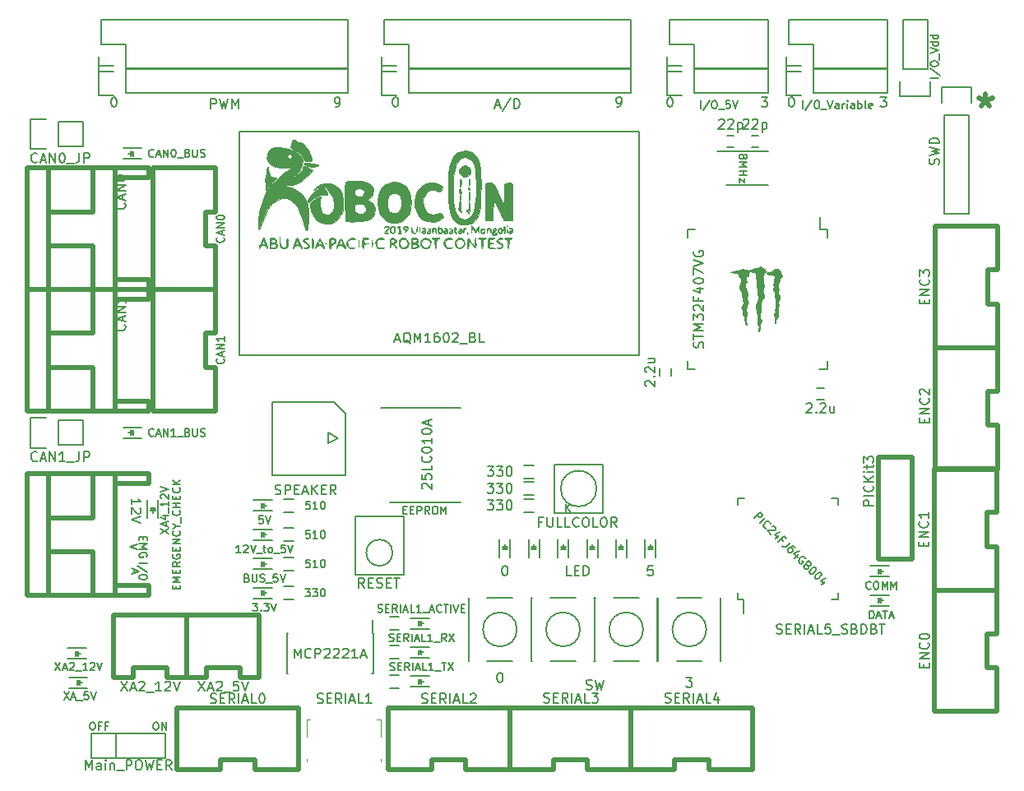
<source format=gbr>
G04 #@! TF.GenerationSoftware,KiCad,Pcbnew,(5.0.2)-1*
G04 #@! TF.CreationDate,2019-04-13T20:41:57+09:00*
G04 #@! TF.ProjectId,stm32f4_Centaurus,73746d33-3266-4345-9f43-656e74617572,rev?*
G04 #@! TF.SameCoordinates,Original*
G04 #@! TF.FileFunction,Legend,Top*
G04 #@! TF.FilePolarity,Positive*
%FSLAX46Y46*%
G04 Gerber Fmt 4.6, Leading zero omitted, Abs format (unit mm)*
G04 Created by KiCad (PCBNEW (5.0.2)-1) date 2019/04/13 20:41:57*
%MOMM*%
%LPD*%
G01*
G04 APERTURE LIST*
%ADD10C,0.200000*%
%ADD11C,0.500000*%
%ADD12C,0.150000*%
%ADD13C,0.010000*%
%ADD14C,0.120000*%
G04 APERTURE END LIST*
D10*
X59488095Y-132811904D02*
X59640476Y-132811904D01*
X59716666Y-132850000D01*
X59792857Y-132926190D01*
X59830952Y-133078571D01*
X59830952Y-133345238D01*
X59792857Y-133497619D01*
X59716666Y-133573809D01*
X59640476Y-133611904D01*
X59488095Y-133611904D01*
X59411904Y-133573809D01*
X59335714Y-133497619D01*
X59297619Y-133345238D01*
X59297619Y-133078571D01*
X59335714Y-132926190D01*
X59411904Y-132850000D01*
X59488095Y-132811904D01*
X60440476Y-133192857D02*
X60173809Y-133192857D01*
X60173809Y-133611904D02*
X60173809Y-132811904D01*
X60554761Y-132811904D01*
X61126190Y-133192857D02*
X60859523Y-133192857D01*
X60859523Y-133611904D02*
X60859523Y-132811904D01*
X61240476Y-132811904D01*
X66004761Y-132811904D02*
X66157142Y-132811904D01*
X66233333Y-132850000D01*
X66309523Y-132926190D01*
X66347619Y-133078571D01*
X66347619Y-133345238D01*
X66309523Y-133497619D01*
X66233333Y-133573809D01*
X66157142Y-133611904D01*
X66004761Y-133611904D01*
X65928571Y-133573809D01*
X65852380Y-133497619D01*
X65814285Y-133345238D01*
X65814285Y-133078571D01*
X65852380Y-132926190D01*
X65928571Y-132850000D01*
X66004761Y-132811904D01*
X66690476Y-133611904D02*
X66690476Y-132811904D01*
X67147619Y-133611904D01*
X67147619Y-132811904D01*
D11*
X151500000Y-68107142D02*
X151500000Y-68821428D01*
X150785714Y-68535714D02*
X151500000Y-68821428D01*
X152214285Y-68535714D01*
X151071428Y-69392857D02*
X151500000Y-68821428D01*
X151928571Y-69392857D01*
D10*
X140666666Y-68452380D02*
X141285714Y-68452380D01*
X140952380Y-68833333D01*
X141095238Y-68833333D01*
X141190476Y-68880952D01*
X141238095Y-68928571D01*
X141285714Y-69023809D01*
X141285714Y-69261904D01*
X141238095Y-69357142D01*
X141190476Y-69404761D01*
X141095238Y-69452380D01*
X140809523Y-69452380D01*
X140714285Y-69404761D01*
X140666666Y-69357142D01*
X131452380Y-68452380D02*
X131547619Y-68452380D01*
X131642857Y-68500000D01*
X131690476Y-68547619D01*
X131738095Y-68642857D01*
X131785714Y-68833333D01*
X131785714Y-69071428D01*
X131738095Y-69261904D01*
X131690476Y-69357142D01*
X131642857Y-69404761D01*
X131547619Y-69452380D01*
X131452380Y-69452380D01*
X131357142Y-69404761D01*
X131309523Y-69357142D01*
X131261904Y-69261904D01*
X131214285Y-69071428D01*
X131214285Y-68833333D01*
X131261904Y-68642857D01*
X131309523Y-68547619D01*
X131357142Y-68500000D01*
X131452380Y-68452380D01*
X128416666Y-68452380D02*
X129035714Y-68452380D01*
X128702380Y-68833333D01*
X128845238Y-68833333D01*
X128940476Y-68880952D01*
X128988095Y-68928571D01*
X129035714Y-69023809D01*
X129035714Y-69261904D01*
X128988095Y-69357142D01*
X128940476Y-69404761D01*
X128845238Y-69452380D01*
X128559523Y-69452380D01*
X128464285Y-69404761D01*
X128416666Y-69357142D01*
X118952380Y-68452380D02*
X119047619Y-68452380D01*
X119142857Y-68500000D01*
X119190476Y-68547619D01*
X119238095Y-68642857D01*
X119285714Y-68833333D01*
X119285714Y-69071428D01*
X119238095Y-69261904D01*
X119190476Y-69357142D01*
X119142857Y-69404761D01*
X119047619Y-69452380D01*
X118952380Y-69452380D01*
X118857142Y-69404761D01*
X118809523Y-69357142D01*
X118761904Y-69261904D01*
X118714285Y-69071428D01*
X118714285Y-68833333D01*
X118761904Y-68642857D01*
X118809523Y-68547619D01*
X118857142Y-68500000D01*
X118952380Y-68452380D01*
X113559523Y-69452380D02*
X113750000Y-69452380D01*
X113845238Y-69404761D01*
X113892857Y-69357142D01*
X113988095Y-69214285D01*
X114035714Y-69023809D01*
X114035714Y-68642857D01*
X113988095Y-68547619D01*
X113940476Y-68500000D01*
X113845238Y-68452380D01*
X113654761Y-68452380D01*
X113559523Y-68500000D01*
X113511904Y-68547619D01*
X113464285Y-68642857D01*
X113464285Y-68880952D01*
X113511904Y-68976190D01*
X113559523Y-69023809D01*
X113654761Y-69071428D01*
X113845238Y-69071428D01*
X113940476Y-69023809D01*
X113988095Y-68976190D01*
X114035714Y-68880952D01*
X90702380Y-68452380D02*
X90797619Y-68452380D01*
X90892857Y-68500000D01*
X90940476Y-68547619D01*
X90988095Y-68642857D01*
X91035714Y-68833333D01*
X91035714Y-69071428D01*
X90988095Y-69261904D01*
X90940476Y-69357142D01*
X90892857Y-69404761D01*
X90797619Y-69452380D01*
X90702380Y-69452380D01*
X90607142Y-69404761D01*
X90559523Y-69357142D01*
X90511904Y-69261904D01*
X90464285Y-69071428D01*
X90464285Y-68833333D01*
X90511904Y-68642857D01*
X90559523Y-68547619D01*
X90607142Y-68500000D01*
X90702380Y-68452380D01*
X84559523Y-69452380D02*
X84750000Y-69452380D01*
X84845238Y-69404761D01*
X84892857Y-69357142D01*
X84988095Y-69214285D01*
X85035714Y-69023809D01*
X85035714Y-68642857D01*
X84988095Y-68547619D01*
X84940476Y-68500000D01*
X84845238Y-68452380D01*
X84654761Y-68452380D01*
X84559523Y-68500000D01*
X84511904Y-68547619D01*
X84464285Y-68642857D01*
X84464285Y-68880952D01*
X84511904Y-68976190D01*
X84559523Y-69023809D01*
X84654761Y-69071428D01*
X84845238Y-69071428D01*
X84940476Y-69023809D01*
X84988095Y-68976190D01*
X85035714Y-68880952D01*
X61702380Y-68452380D02*
X61797619Y-68452380D01*
X61892857Y-68500000D01*
X61940476Y-68547619D01*
X61988095Y-68642857D01*
X62035714Y-68833333D01*
X62035714Y-69071428D01*
X61988095Y-69261904D01*
X61940476Y-69357142D01*
X61892857Y-69404761D01*
X61797619Y-69452380D01*
X61702380Y-69452380D01*
X61607142Y-69404761D01*
X61559523Y-69357142D01*
X61511904Y-69261904D01*
X61464285Y-69071428D01*
X61464285Y-68833333D01*
X61511904Y-68642857D01*
X61559523Y-68547619D01*
X61607142Y-68500000D01*
X61702380Y-68452380D01*
X120666666Y-128202380D02*
X121285714Y-128202380D01*
X120952380Y-128583333D01*
X121095238Y-128583333D01*
X121190476Y-128630952D01*
X121238095Y-128678571D01*
X121285714Y-128773809D01*
X121285714Y-129011904D01*
X121238095Y-129107142D01*
X121190476Y-129154761D01*
X121095238Y-129202380D01*
X120809523Y-129202380D01*
X120714285Y-129154761D01*
X120666666Y-129107142D01*
X101452380Y-127702380D02*
X101547619Y-127702380D01*
X101642857Y-127750000D01*
X101690476Y-127797619D01*
X101738095Y-127892857D01*
X101785714Y-128083333D01*
X101785714Y-128321428D01*
X101738095Y-128511904D01*
X101690476Y-128607142D01*
X101642857Y-128654761D01*
X101547619Y-128702380D01*
X101452380Y-128702380D01*
X101357142Y-128654761D01*
X101309523Y-128607142D01*
X101261904Y-128511904D01*
X101214285Y-128321428D01*
X101214285Y-128083333D01*
X101261904Y-127892857D01*
X101309523Y-127797619D01*
X101357142Y-127750000D01*
X101452380Y-127702380D01*
X110392857Y-129404761D02*
X110535714Y-129452380D01*
X110773809Y-129452380D01*
X110869047Y-129404761D01*
X110916666Y-129357142D01*
X110964285Y-129261904D01*
X110964285Y-129166666D01*
X110916666Y-129071428D01*
X110869047Y-129023809D01*
X110773809Y-128976190D01*
X110583333Y-128928571D01*
X110488095Y-128880952D01*
X110440476Y-128833333D01*
X110392857Y-128738095D01*
X110392857Y-128642857D01*
X110440476Y-128547619D01*
X110488095Y-128500000D01*
X110583333Y-128452380D01*
X110821428Y-128452380D01*
X110964285Y-128500000D01*
X111297619Y-128452380D02*
X111535714Y-129452380D01*
X111726190Y-128738095D01*
X111916666Y-129452380D01*
X112154761Y-128452380D01*
X108857142Y-117702380D02*
X108380952Y-117702380D01*
X108380952Y-116702380D01*
X109190476Y-117178571D02*
X109523809Y-117178571D01*
X109666666Y-117702380D02*
X109190476Y-117702380D01*
X109190476Y-116702380D01*
X109666666Y-116702380D01*
X110095238Y-117702380D02*
X110095238Y-116702380D01*
X110333333Y-116702380D01*
X110476190Y-116750000D01*
X110571428Y-116845238D01*
X110619047Y-116940476D01*
X110666666Y-117130952D01*
X110666666Y-117273809D01*
X110619047Y-117464285D01*
X110571428Y-117559523D01*
X110476190Y-117654761D01*
X110333333Y-117702380D01*
X110095238Y-117702380D01*
D12*
X108290476Y-111111904D02*
X108290476Y-110311904D01*
X108747619Y-111111904D02*
X108404761Y-110654761D01*
X108747619Y-110311904D02*
X108290476Y-110769047D01*
D10*
X117238095Y-116702380D02*
X116761904Y-116702380D01*
X116714285Y-117178571D01*
X116761904Y-117130952D01*
X116857142Y-117083333D01*
X117095238Y-117083333D01*
X117190476Y-117130952D01*
X117238095Y-117178571D01*
X117285714Y-117273809D01*
X117285714Y-117511904D01*
X117238095Y-117607142D01*
X117190476Y-117654761D01*
X117095238Y-117702380D01*
X116857142Y-117702380D01*
X116761904Y-117654761D01*
X116714285Y-117607142D01*
X101952380Y-116702380D02*
X102047619Y-116702380D01*
X102142857Y-116750000D01*
X102190476Y-116797619D01*
X102238095Y-116892857D01*
X102285714Y-117083333D01*
X102285714Y-117321428D01*
X102238095Y-117511904D01*
X102190476Y-117607142D01*
X102142857Y-117654761D01*
X102047619Y-117702380D01*
X101952380Y-117702380D01*
X101857142Y-117654761D01*
X101809523Y-117607142D01*
X101761904Y-117511904D01*
X101714285Y-117321428D01*
X101714285Y-117083333D01*
X101761904Y-116892857D01*
X101809523Y-116797619D01*
X101857142Y-116750000D01*
X101952380Y-116702380D01*
X105857142Y-112178571D02*
X105523809Y-112178571D01*
X105523809Y-112702380D02*
X105523809Y-111702380D01*
X106000000Y-111702380D01*
X106380952Y-111702380D02*
X106380952Y-112511904D01*
X106428571Y-112607142D01*
X106476190Y-112654761D01*
X106571428Y-112702380D01*
X106761904Y-112702380D01*
X106857142Y-112654761D01*
X106904761Y-112607142D01*
X106952380Y-112511904D01*
X106952380Y-111702380D01*
X107904761Y-112702380D02*
X107428571Y-112702380D01*
X107428571Y-111702380D01*
X108714285Y-112702380D02*
X108238095Y-112702380D01*
X108238095Y-111702380D01*
X109619047Y-112607142D02*
X109571428Y-112654761D01*
X109428571Y-112702380D01*
X109333333Y-112702380D01*
X109190476Y-112654761D01*
X109095238Y-112559523D01*
X109047619Y-112464285D01*
X109000000Y-112273809D01*
X109000000Y-112130952D01*
X109047619Y-111940476D01*
X109095238Y-111845238D01*
X109190476Y-111750000D01*
X109333333Y-111702380D01*
X109428571Y-111702380D01*
X109571428Y-111750000D01*
X109619047Y-111797619D01*
X110238095Y-111702380D02*
X110428571Y-111702380D01*
X110523809Y-111750000D01*
X110619047Y-111845238D01*
X110666666Y-112035714D01*
X110666666Y-112369047D01*
X110619047Y-112559523D01*
X110523809Y-112654761D01*
X110428571Y-112702380D01*
X110238095Y-112702380D01*
X110142857Y-112654761D01*
X110047619Y-112559523D01*
X110000000Y-112369047D01*
X110000000Y-112035714D01*
X110047619Y-111845238D01*
X110142857Y-111750000D01*
X110238095Y-111702380D01*
X111571428Y-112702380D02*
X111095238Y-112702380D01*
X111095238Y-111702380D01*
X112095238Y-111702380D02*
X112285714Y-111702380D01*
X112380952Y-111750000D01*
X112476190Y-111845238D01*
X112523809Y-112035714D01*
X112523809Y-112369047D01*
X112476190Y-112559523D01*
X112380952Y-112654761D01*
X112285714Y-112702380D01*
X112095238Y-112702380D01*
X112000000Y-112654761D01*
X111904761Y-112559523D01*
X111857142Y-112369047D01*
X111857142Y-112035714D01*
X111904761Y-111845238D01*
X112000000Y-111750000D01*
X112095238Y-111702380D01*
X113523809Y-112702380D02*
X113190476Y-112226190D01*
X112952380Y-112702380D02*
X112952380Y-111702380D01*
X113333333Y-111702380D01*
X113428571Y-111750000D01*
X113476190Y-111797619D01*
X113523809Y-111892857D01*
X113523809Y-112035714D01*
X113476190Y-112130952D01*
X113428571Y-112178571D01*
X113333333Y-112226190D01*
X112952380Y-112226190D01*
X91540476Y-110942857D02*
X91807142Y-110942857D01*
X91921428Y-111361904D02*
X91540476Y-111361904D01*
X91540476Y-110561904D01*
X91921428Y-110561904D01*
X92264285Y-110942857D02*
X92530952Y-110942857D01*
X92645238Y-111361904D02*
X92264285Y-111361904D01*
X92264285Y-110561904D01*
X92645238Y-110561904D01*
X92988095Y-111361904D02*
X92988095Y-110561904D01*
X93292857Y-110561904D01*
X93369047Y-110600000D01*
X93407142Y-110638095D01*
X93445238Y-110714285D01*
X93445238Y-110828571D01*
X93407142Y-110904761D01*
X93369047Y-110942857D01*
X93292857Y-110980952D01*
X92988095Y-110980952D01*
X94245238Y-111361904D02*
X93978571Y-110980952D01*
X93788095Y-111361904D02*
X93788095Y-110561904D01*
X94092857Y-110561904D01*
X94169047Y-110600000D01*
X94207142Y-110638095D01*
X94245238Y-110714285D01*
X94245238Y-110828571D01*
X94207142Y-110904761D01*
X94169047Y-110942857D01*
X94092857Y-110980952D01*
X93788095Y-110980952D01*
X94740476Y-110561904D02*
X94892857Y-110561904D01*
X94969047Y-110600000D01*
X95045238Y-110676190D01*
X95083333Y-110828571D01*
X95083333Y-111095238D01*
X95045238Y-111247619D01*
X94969047Y-111323809D01*
X94892857Y-111361904D01*
X94740476Y-111361904D01*
X94664285Y-111323809D01*
X94588095Y-111247619D01*
X94550000Y-111095238D01*
X94550000Y-110828571D01*
X94588095Y-110676190D01*
X94664285Y-110600000D01*
X94740476Y-110561904D01*
X95426190Y-111361904D02*
X95426190Y-110561904D01*
X95692857Y-111133333D01*
X95959523Y-110561904D01*
X95959523Y-111361904D01*
D12*
X63816666Y-117059523D02*
X63816666Y-117440476D01*
X63588095Y-116983333D02*
X64388095Y-117250000D01*
X63588095Y-117516666D01*
X64388095Y-116411904D02*
X65188095Y-116411904D01*
X65226190Y-117364285D02*
X64197619Y-116678571D01*
X65188095Y-117783333D02*
X65188095Y-117935714D01*
X65150000Y-118011904D01*
X65073809Y-118088095D01*
X64921428Y-118126190D01*
X64654761Y-118126190D01*
X64502380Y-118088095D01*
X64426190Y-118011904D01*
X64388095Y-117935714D01*
X64388095Y-117783333D01*
X64426190Y-117707142D01*
X64502380Y-117630952D01*
X64654761Y-117592857D01*
X64921428Y-117592857D01*
X65073809Y-117630952D01*
X65150000Y-117707142D01*
X65188095Y-117783333D01*
X64188095Y-114483333D02*
X63388095Y-114750000D01*
X64188095Y-115016666D01*
X64807142Y-113721428D02*
X64807142Y-113988095D01*
X64388095Y-114102380D02*
X64388095Y-113721428D01*
X65188095Y-113721428D01*
X65188095Y-114102380D01*
X64388095Y-114445238D02*
X65188095Y-114445238D01*
X64616666Y-114711904D01*
X65188095Y-114978571D01*
X64388095Y-114978571D01*
X65150000Y-115778571D02*
X65188095Y-115702380D01*
X65188095Y-115588095D01*
X65150000Y-115473809D01*
X65073809Y-115397619D01*
X64997619Y-115359523D01*
X64845238Y-115321428D01*
X64730952Y-115321428D01*
X64578571Y-115359523D01*
X64502380Y-115397619D01*
X64426190Y-115473809D01*
X64388095Y-115588095D01*
X64388095Y-115664285D01*
X64426190Y-115778571D01*
X64464285Y-115816666D01*
X64730952Y-115816666D01*
X64730952Y-115664285D01*
D10*
X63547619Y-110380952D02*
X63547619Y-109809523D01*
X63547619Y-110095238D02*
X64547619Y-110095238D01*
X64404761Y-110000000D01*
X64309523Y-109904761D01*
X64261904Y-109809523D01*
X64452380Y-110761904D02*
X64500000Y-110809523D01*
X64547619Y-110904761D01*
X64547619Y-111142857D01*
X64500000Y-111238095D01*
X64452380Y-111285714D01*
X64357142Y-111333333D01*
X64261904Y-111333333D01*
X64119047Y-111285714D01*
X63547619Y-110714285D01*
X63547619Y-111333333D01*
X64547619Y-111619047D02*
X63547619Y-111952380D01*
X64547619Y-112285714D01*
D12*
G04 #@! TO.C,SP1*
X84400000Y-99850000D02*
X78100000Y-99850000D01*
X78100000Y-99850000D02*
X78100000Y-107350000D01*
X85600000Y-107350000D02*
X78100000Y-107350000D01*
X85600000Y-107350000D02*
X85600000Y-101050000D01*
X84400000Y-99850000D02*
X85600000Y-101050000D01*
X83800000Y-104050000D02*
X84800000Y-103550000D01*
X83800000Y-102950000D02*
X83800000Y-104050000D01*
X84800000Y-103550000D02*
X83800000Y-102950000D01*
G04 #@! TO.C,SW4*
X117725000Y-126475000D02*
X117725000Y-120025000D01*
X113200000Y-126475000D02*
X115800000Y-126475000D01*
X111275000Y-126475000D02*
X111275000Y-120025000D01*
X113200000Y-120025000D02*
X115800000Y-120025000D01*
X111300000Y-126475000D02*
X111275000Y-126475000D01*
X117725000Y-126475000D02*
X117700000Y-126475000D01*
X117725000Y-120025000D02*
X117700000Y-120025000D01*
X111275000Y-120025000D02*
X111300000Y-120025000D01*
X116250714Y-123250000D02*
G75*
G03X116250714Y-123250000I-1750714J0D01*
G01*
G04 #@! TO.C,IC1*
X125995000Y-120135000D02*
X126595000Y-120135000D01*
X125995000Y-109785000D02*
X126665000Y-109785000D01*
X136345000Y-109785000D02*
X135675000Y-109785000D01*
X136345000Y-120135000D02*
X135675000Y-120135000D01*
X125995000Y-120135000D02*
X125995000Y-119465000D01*
X136345000Y-120135000D02*
X136345000Y-119465000D01*
X136345000Y-109785000D02*
X136345000Y-110455000D01*
X125995000Y-109785000D02*
X125995000Y-110455000D01*
X126595000Y-120135000D02*
X126595000Y-121610000D01*
G04 #@! TO.C,P31*
X130950000Y-65800000D02*
X132500000Y-65800000D01*
X133770000Y-62980000D02*
X133770000Y-65520000D01*
X131230000Y-62980000D02*
X133770000Y-62980000D01*
X130950000Y-64250000D02*
X130950000Y-65800000D01*
X131230000Y-60440000D02*
X131230000Y-62980000D01*
X141390000Y-60440000D02*
X131230000Y-60440000D01*
X141390000Y-65520000D02*
X141390000Y-60440000D01*
X133770000Y-65520000D02*
X141390000Y-65520000D01*
D11*
G04 #@! TO.C,P7*
X146220000Y-119210000D02*
X152620000Y-119210000D01*
X152620000Y-106710000D02*
X146220000Y-106710000D01*
X146220000Y-106710000D02*
X146220000Y-119210000D01*
X152620000Y-111210000D02*
X152620000Y-106710000D01*
X151620000Y-111210000D02*
X152620000Y-111210000D01*
X151620000Y-114710000D02*
X151620000Y-111210000D01*
X152620000Y-114710000D02*
X151620000Y-114710000D01*
X152620000Y-119210000D02*
X152620000Y-114710000D01*
D12*
G04 #@! TO.C,U7*
X74650000Y-71970000D02*
X115850000Y-71970000D01*
X115850000Y-71970000D02*
X115850000Y-95030000D01*
X115850000Y-95030000D02*
X74650000Y-95030000D01*
X74650000Y-95030000D02*
X74650000Y-71970000D01*
D11*
G04 #@! TO.C,P27*
X65400000Y-119750000D02*
X65400000Y-118750000D01*
X65400000Y-118750000D02*
X61900000Y-118750000D01*
X65400000Y-107250000D02*
X65400000Y-108250000D01*
X65400000Y-108250000D02*
X61900000Y-108250000D01*
X61900000Y-119750000D02*
X61900000Y-107250000D01*
X59600000Y-115250000D02*
X59600000Y-119750000D01*
X59600000Y-111750000D02*
X59600000Y-107250000D01*
X59600000Y-115250000D02*
X55000000Y-115250000D01*
X59600000Y-111750000D02*
X55000000Y-111750000D01*
X55000000Y-107250000D02*
X55000000Y-119750000D01*
X65400000Y-119750000D02*
X52800000Y-119750000D01*
X52800000Y-119750000D02*
X52800000Y-107250000D01*
X65400000Y-107250000D02*
X52800000Y-107250000D01*
D12*
G04 #@! TO.C,P23*
X92160000Y-65480000D02*
X115020000Y-65480000D01*
X115020000Y-65480000D02*
X115020000Y-68020000D01*
X115020000Y-68020000D02*
X92160000Y-68020000D01*
X89340000Y-65200000D02*
X90890000Y-65200000D01*
X92160000Y-65480000D02*
X92160000Y-68020000D01*
X90890000Y-68300000D02*
X89340000Y-68300000D01*
X89340000Y-68300000D02*
X89340000Y-65200000D01*
D11*
G04 #@! TO.C,P16*
X68250000Y-131300000D02*
X68250000Y-137700000D01*
X80750000Y-137700000D02*
X80750000Y-131300000D01*
X80750000Y-131300000D02*
X68250000Y-131300000D01*
X76250000Y-137700000D02*
X80750000Y-137700000D01*
X76250000Y-136700000D02*
X76250000Y-137700000D01*
X72750000Y-136700000D02*
X76250000Y-136700000D01*
X72750000Y-137700000D02*
X72750000Y-136700000D01*
X68250000Y-137700000D02*
X72750000Y-137700000D01*
D13*
G04 #@! TO.C,U9*
G36*
X128356152Y-85885803D02*
X128374458Y-85892221D01*
X128381769Y-85907517D01*
X128383331Y-85917842D01*
X128393277Y-85944137D01*
X128419700Y-85961174D01*
X128431800Y-85965467D01*
X128467946Y-85984493D01*
X128480118Y-86006876D01*
X128494476Y-86030972D01*
X128521631Y-86041531D01*
X128551815Y-86054836D01*
X128588155Y-86080720D01*
X128609335Y-86100130D01*
X128650561Y-86135633D01*
X128685491Y-86150430D01*
X128695171Y-86151200D01*
X128740047Y-86159060D01*
X128770282Y-86184372D01*
X128788255Y-86229730D01*
X128793047Y-86257927D01*
X128801741Y-86306589D01*
X128815815Y-86335541D01*
X128839901Y-86350461D01*
X128873485Y-86356537D01*
X128915019Y-86360750D01*
X128786350Y-86506800D01*
X128715961Y-86588994D01*
X128660983Y-86660389D01*
X128620018Y-86725720D01*
X128591667Y-86789720D01*
X128574532Y-86857125D01*
X128567215Y-86932669D01*
X128568318Y-87021088D01*
X128576441Y-87127116D01*
X128583344Y-87194181D01*
X128598853Y-87336854D01*
X128611965Y-87456329D01*
X128622991Y-87554662D01*
X128632246Y-87633909D01*
X128640042Y-87696128D01*
X128646691Y-87743374D01*
X128652507Y-87777705D01*
X128657803Y-87801176D01*
X128662890Y-87815845D01*
X128668083Y-87823767D01*
X128673693Y-87826999D01*
X128679691Y-87827600D01*
X128694299Y-87837629D01*
X128697555Y-87863814D01*
X128690783Y-87900295D01*
X128675304Y-87941215D01*
X128652441Y-87980715D01*
X128642111Y-87994111D01*
X128626213Y-88015384D01*
X128616528Y-88037478D01*
X128611547Y-88067344D01*
X128609763Y-88111936D01*
X128609600Y-88144106D01*
X128608862Y-88199465D01*
X128605840Y-88235568D01*
X128599319Y-88258538D01*
X128588083Y-88274494D01*
X128582699Y-88279656D01*
X128568200Y-88295856D01*
X128561121Y-88315894D01*
X128560056Y-88347323D01*
X128562703Y-88387106D01*
X128567057Y-88424807D01*
X128574604Y-88464130D01*
X128586583Y-88509083D01*
X128604235Y-88563675D01*
X128628799Y-88631913D01*
X128661515Y-88717805D01*
X128678353Y-88761050D01*
X128706962Y-88848177D01*
X128721797Y-88926208D01*
X128722466Y-88991391D01*
X128708580Y-89039975D01*
X128707574Y-89041766D01*
X128679525Y-89081567D01*
X128641678Y-89124189D01*
X128600945Y-89162778D01*
X128564240Y-89190482D01*
X128550099Y-89197894D01*
X128512501Y-89225704D01*
X128490118Y-89272868D01*
X128482601Y-89340128D01*
X128482600Y-89341203D01*
X128475981Y-89396010D01*
X128458371Y-89445355D01*
X128433143Y-89481163D01*
X128420175Y-89490724D01*
X128397899Y-89516117D01*
X128393700Y-89540834D01*
X128385754Y-89576985D01*
X128368300Y-89609065D01*
X128356496Y-89627594D01*
X128348971Y-89650830D01*
X128344831Y-89684561D01*
X128343180Y-89734573D01*
X128343011Y-89772703D01*
X128344057Y-89839196D01*
X128346812Y-89920244D01*
X128350844Y-90005091D01*
X128355186Y-90075500D01*
X128359129Y-90242872D01*
X128349073Y-90422896D01*
X128325607Y-90607433D01*
X128310501Y-90691450D01*
X128299192Y-90775741D01*
X128294016Y-90876527D01*
X128294706Y-90985718D01*
X128300999Y-91095226D01*
X128312630Y-91196965D01*
X128329333Y-91282845D01*
X128329931Y-91285175D01*
X128347404Y-91345106D01*
X128362816Y-91382581D01*
X128375611Y-91396264D01*
X128376209Y-91396300D01*
X128392177Y-91387108D01*
X128393894Y-91380425D01*
X128398285Y-91373813D01*
X128406400Y-91383600D01*
X128416130Y-91415111D01*
X128417923Y-91462148D01*
X128413007Y-91518952D01*
X128402608Y-91579765D01*
X128387953Y-91638829D01*
X128370268Y-91690386D01*
X128350782Y-91728677D01*
X128330720Y-91747945D01*
X128328623Y-91748632D01*
X128317681Y-91754129D01*
X128310474Y-91766916D01*
X128306078Y-91791728D01*
X128303568Y-91833299D01*
X128302261Y-91883556D01*
X128301527Y-91957386D01*
X128301786Y-92041804D01*
X128302965Y-92122019D01*
X128303559Y-92145600D01*
X128304808Y-92206780D01*
X128303830Y-92248410D01*
X128299831Y-92276299D01*
X128292017Y-92296257D01*
X128280697Y-92312703D01*
X128261985Y-92344387D01*
X128254003Y-92373830D01*
X128254000Y-92374283D01*
X128243506Y-92422001D01*
X128214731Y-92474681D01*
X128171734Y-92525200D01*
X128163757Y-92532651D01*
X128126592Y-92563796D01*
X128102076Y-92575970D01*
X128087519Y-92567589D01*
X128080229Y-92537068D01*
X128077515Y-92482821D01*
X128077496Y-92481857D01*
X128077650Y-92430162D01*
X128081130Y-92398809D01*
X128088773Y-92382860D01*
X128094973Y-92378898D01*
X128109534Y-92361433D01*
X128114300Y-92334791D01*
X128118456Y-92303455D01*
X128129260Y-92258958D01*
X128141802Y-92218675D01*
X128162971Y-92145466D01*
X128169032Y-92086599D01*
X128159529Y-92035667D01*
X128134008Y-91986266D01*
X128124331Y-91972384D01*
X128051144Y-91853129D01*
X128001389Y-91729063D01*
X127994506Y-91704406D01*
X127989007Y-91679685D01*
X127984704Y-91650855D01*
X127981516Y-91615008D01*
X127979361Y-91569237D01*
X127978156Y-91510633D01*
X127977820Y-91436289D01*
X127978271Y-91343295D01*
X127979426Y-91228744D01*
X127979929Y-91187202D01*
X127985417Y-90747428D01*
X127948410Y-90668347D01*
X127914961Y-90582176D01*
X127901862Y-90509353D01*
X127908905Y-90448306D01*
X127916851Y-90427805D01*
X127929447Y-90397774D01*
X127930830Y-90375402D01*
X127920509Y-90348223D01*
X127913140Y-90333500D01*
X127875107Y-90242170D01*
X127854367Y-90147834D01*
X127849324Y-90042332D01*
X127850350Y-90012823D01*
X127851740Y-89983068D01*
X127853226Y-89957639D01*
X127855579Y-89933900D01*
X127859568Y-89909214D01*
X127865964Y-89880943D01*
X127875537Y-89846451D01*
X127889057Y-89803100D01*
X127907295Y-89748255D01*
X127931019Y-89679277D01*
X127961001Y-89593530D01*
X127998011Y-89488376D01*
X128030174Y-89397091D01*
X128052359Y-89336398D01*
X128072871Y-89284457D01*
X128089740Y-89245965D01*
X128100999Y-89225618D01*
X128102780Y-89223870D01*
X128109393Y-89214356D01*
X128111706Y-89194689D01*
X128109360Y-89162153D01*
X128101994Y-89114032D01*
X128089249Y-89047614D01*
X128070766Y-88960181D01*
X128063322Y-88926150D01*
X128032120Y-88774842D01*
X128009843Y-88643190D01*
X127996227Y-88527167D01*
X127991008Y-88422750D01*
X127993921Y-88325913D01*
X128004702Y-88232631D01*
X128014296Y-88179366D01*
X128021984Y-88137743D01*
X128023009Y-88113315D01*
X128016256Y-88098491D01*
X128000612Y-88085679D01*
X128000543Y-88085631D01*
X127975758Y-88063750D01*
X127958179Y-88035634D01*
X127947039Y-87997386D01*
X127941571Y-87945107D01*
X127941006Y-87874901D01*
X127943835Y-87797660D01*
X127947076Y-87725992D01*
X127948408Y-87674744D01*
X127947429Y-87638981D01*
X127943735Y-87613767D01*
X127936923Y-87594168D01*
X127926592Y-87575247D01*
X127925535Y-87573508D01*
X127909638Y-87542794D01*
X127901389Y-87511547D01*
X127900765Y-87474016D01*
X127907745Y-87424451D01*
X127922304Y-87357101D01*
X127924642Y-87347205D01*
X127938459Y-87280436D01*
X127942004Y-87231772D01*
X127933837Y-87195504D01*
X127912517Y-87165920D01*
X127876604Y-87137312D01*
X127870675Y-87133291D01*
X127837045Y-87108089D01*
X127819857Y-87085131D01*
X127812924Y-87055128D01*
X127812058Y-87045300D01*
X127813937Y-87009038D01*
X127822327Y-86957705D01*
X127835650Y-86900306D01*
X127840633Y-86882349D01*
X127862175Y-86790629D01*
X127872113Y-86706822D01*
X127869931Y-86636660D01*
X127864995Y-86611574D01*
X127848896Y-86588044D01*
X127826233Y-86582999D01*
X127785743Y-86576164D01*
X127752823Y-86553068D01*
X127722620Y-86509829D01*
X127713667Y-86492950D01*
X127681369Y-86429212D01*
X127568649Y-86432793D01*
X127511147Y-86433692D01*
X127473076Y-86431470D01*
X127448576Y-86425343D01*
X127431787Y-86414525D01*
X127431690Y-86414436D01*
X127412202Y-86402659D01*
X127382037Y-86395789D01*
X127335363Y-86392827D01*
X127303674Y-86392499D01*
X127251660Y-86393984D01*
X127215738Y-86398082D01*
X127200206Y-86404261D01*
X127199900Y-86405379D01*
X127191175Y-86421217D01*
X127169365Y-86445199D01*
X127160319Y-86453623D01*
X127120738Y-86488988D01*
X127122733Y-86625222D01*
X127122799Y-86686635D01*
X127121382Y-86743147D01*
X127118749Y-86787074D01*
X127116450Y-86805578D01*
X127110287Y-86831589D01*
X127099635Y-86844626D01*
X127077124Y-86849169D01*
X127043841Y-86849700D01*
X127001742Y-86852578D01*
X126965873Y-86863799D01*
X126925250Y-86887239D01*
X126911904Y-86896260D01*
X126844299Y-86942821D01*
X126844299Y-87148779D01*
X126844434Y-87225384D01*
X126845157Y-87280356D01*
X126846949Y-87317463D01*
X126850290Y-87340473D01*
X126855658Y-87353153D01*
X126863535Y-87359271D01*
X126871434Y-87361833D01*
X126887848Y-87369204D01*
X126894322Y-87384707D01*
X126893217Y-87415819D01*
X126892018Y-87427047D01*
X126887442Y-87455281D01*
X126878853Y-87481887D01*
X126863575Y-87511816D01*
X126838935Y-87550021D01*
X126802256Y-87601452D01*
X126785412Y-87624400D01*
X126771368Y-87644610D01*
X126762322Y-87663450D01*
X126757500Y-87686615D01*
X126756126Y-87719800D01*
X126757426Y-87768700D01*
X126759491Y-87814900D01*
X126767403Y-87914012D01*
X126782490Y-88010831D01*
X126806136Y-88110918D01*
X126839722Y-88219834D01*
X126884632Y-88343142D01*
X126901616Y-88386537D01*
X126941205Y-88487171D01*
X126971775Y-88567044D01*
X126994231Y-88628781D01*
X127009477Y-88675003D01*
X127018416Y-88708333D01*
X127021953Y-88731393D01*
X127022100Y-88736023D01*
X127016007Y-88768759D01*
X127000690Y-88811410D01*
X126980594Y-88853889D01*
X126960162Y-88886106D01*
X126952397Y-88894277D01*
X126944319Y-88905872D01*
X126938765Y-88927559D01*
X126935330Y-88963285D01*
X126933612Y-89016993D01*
X126933200Y-89081875D01*
X126933416Y-89151347D01*
X126934646Y-89200877D01*
X126937765Y-89235924D01*
X126943644Y-89261947D01*
X126953159Y-89284403D01*
X126967181Y-89308752D01*
X126970320Y-89313870D01*
X127015649Y-89404828D01*
X127041577Y-89496427D01*
X127048074Y-89584992D01*
X127035108Y-89666850D01*
X127002647Y-89738330D01*
X126974302Y-89774186D01*
X126949887Y-89808042D01*
X126943339Y-89845860D01*
X126943809Y-89856736D01*
X126941317Y-89895010D01*
X126931469Y-89944043D01*
X126921084Y-89979063D01*
X126907111Y-90024287D01*
X126897679Y-90064175D01*
X126895100Y-90085027D01*
X126885760Y-90113418D01*
X126869700Y-90122620D01*
X126855670Y-90129555D01*
X126847961Y-90145153D01*
X126844784Y-90175562D01*
X126844300Y-90209880D01*
X126846881Y-90258511D01*
X126853801Y-90321614D01*
X126863822Y-90388882D01*
X126869661Y-90421124D01*
X126883279Y-90510187D01*
X126891836Y-90606888D01*
X126895271Y-90704717D01*
X126893524Y-90797160D01*
X126886534Y-90877705D01*
X126874459Y-90939100D01*
X126867320Y-90970124D01*
X126861671Y-91010738D01*
X126857301Y-91064199D01*
X126853997Y-91133764D01*
X126851549Y-91222691D01*
X126849979Y-91316190D01*
X126848825Y-91413681D01*
X126848435Y-91489025D01*
X126848977Y-91545467D01*
X126850623Y-91586252D01*
X126853544Y-91614626D01*
X126857910Y-91633834D01*
X126863891Y-91647121D01*
X126867676Y-91652740D01*
X126881087Y-91680908D01*
X126887821Y-91723441D01*
X126889131Y-91770652D01*
X126887989Y-91818186D01*
X126884131Y-91845929D01*
X126876150Y-91859455D01*
X126865566Y-91863843D01*
X126845705Y-91861712D01*
X126825669Y-91844999D01*
X126802733Y-91810501D01*
X126775733Y-91758250D01*
X126757952Y-91718232D01*
X126742296Y-91674776D01*
X126727979Y-91624338D01*
X126714211Y-91563370D01*
X126700205Y-91488328D01*
X126685173Y-91395665D01*
X126668328Y-91281836D01*
X126665546Y-91262365D01*
X126625870Y-90983646D01*
X126577124Y-90930763D01*
X126544557Y-90888169D01*
X126524663Y-90847263D01*
X126521808Y-90835465D01*
X126517384Y-90796485D01*
X126512833Y-90738896D01*
X126508500Y-90669485D01*
X126504726Y-90595039D01*
X126501856Y-90522344D01*
X126500233Y-90458187D01*
X126500201Y-90409355D01*
X126500216Y-90408690D01*
X126499161Y-90355006D01*
X126490641Y-90313852D01*
X126471085Y-90276365D01*
X126436923Y-90233682D01*
X126423827Y-90219125D01*
X126388742Y-90176185D01*
X126369143Y-90137721D01*
X126365262Y-90098709D01*
X126377327Y-90054123D01*
X126405569Y-89998939D01*
X126436141Y-89949680D01*
X126461561Y-89907610D01*
X126480222Y-89871506D01*
X126488559Y-89848361D01*
X126488700Y-89846545D01*
X126493670Y-89822918D01*
X126506377Y-89786471D01*
X126516267Y-89762789D01*
X126536033Y-89694684D01*
X126544062Y-89610193D01*
X126540828Y-89515202D01*
X126526805Y-89415598D01*
X126502465Y-89317267D01*
X126474164Y-89239422D01*
X126465455Y-89215646D01*
X126459140Y-89188250D01*
X126454859Y-89152874D01*
X126452250Y-89105161D01*
X126450951Y-89040755D01*
X126450600Y-88955632D01*
X126450395Y-88873244D01*
X126449514Y-88812202D01*
X126447557Y-88768454D01*
X126444125Y-88737948D01*
X126438817Y-88716633D01*
X126431234Y-88700455D01*
X126424399Y-88690076D01*
X126408978Y-88659461D01*
X126392890Y-88613277D01*
X126379411Y-88561048D01*
X126378451Y-88556441D01*
X126364999Y-88502895D01*
X126349442Y-88460083D01*
X126334801Y-88435701D01*
X126316916Y-88404460D01*
X126310899Y-88370525D01*
X126304901Y-88336970D01*
X126283202Y-88308126D01*
X126267547Y-88294659D01*
X126215176Y-88237239D01*
X126178358Y-88163040D01*
X126159037Y-88076731D01*
X126156553Y-88028125D01*
X126157098Y-87998014D01*
X126158905Y-87969973D01*
X126162808Y-87940561D01*
X126169639Y-87906337D01*
X126180231Y-87863861D01*
X126195415Y-87809692D01*
X126216025Y-87740389D01*
X126242893Y-87652511D01*
X126263871Y-87584565D01*
X126283312Y-87515870D01*
X126300318Y-87445094D01*
X126312783Y-87381625D01*
X126317995Y-87343265D01*
X126321295Y-87265249D01*
X126313374Y-87203041D01*
X126291421Y-87148658D01*
X126252623Y-87094120D01*
X126215938Y-87053659D01*
X126161781Y-86994542D01*
X126124305Y-86945105D01*
X126100587Y-86898876D01*
X126087704Y-86849385D01*
X126082734Y-86790161D01*
X126082300Y-86757813D01*
X126081443Y-86701605D01*
X126078114Y-86664622D01*
X126071172Y-86640722D01*
X126059474Y-86623765D01*
X126056899Y-86621100D01*
X126030030Y-86602130D01*
X126008043Y-86595699D01*
X125982237Y-86587659D01*
X125954068Y-86568795D01*
X125939010Y-86557129D01*
X125922133Y-86549850D01*
X125898047Y-86546363D01*
X125861363Y-86546075D01*
X125806691Y-86548393D01*
X125781315Y-86549764D01*
X125693585Y-86552030D01*
X125629719Y-86547825D01*
X125589949Y-86537185D01*
X125574508Y-86520148D01*
X125574300Y-86517461D01*
X125562356Y-86513639D01*
X125529546Y-86510423D01*
X125480402Y-86508085D01*
X125419456Y-86506895D01*
X125395568Y-86506800D01*
X125324527Y-86506502D01*
X125275210Y-86505324D01*
X125243946Y-86502835D01*
X125227063Y-86498606D01*
X125220891Y-86492208D01*
X125220943Y-86486370D01*
X125231749Y-86475707D01*
X125261605Y-86460653D01*
X125311889Y-86440662D01*
X125383977Y-86415184D01*
X125477626Y-86384196D01*
X125618170Y-86340950D01*
X125740663Y-86308402D01*
X125849647Y-86285649D01*
X125949666Y-86271788D01*
X126045265Y-86265914D01*
X126074108Y-86265574D01*
X126127189Y-86264526D01*
X126163852Y-86260012D01*
X126193047Y-86249837D01*
X126223725Y-86231801D01*
X126230724Y-86227126D01*
X126316484Y-86174716D01*
X126392342Y-86140567D01*
X126439520Y-86126849D01*
X126479939Y-86120836D01*
X126511576Y-86126427D01*
X126539506Y-86140029D01*
X126576267Y-86166992D01*
X126606796Y-86199586D01*
X126609782Y-86203918D01*
X126634750Y-86242343D01*
X126761750Y-86234849D01*
X126850067Y-86232259D01*
X126917063Y-86236724D01*
X126965989Y-86248890D01*
X127000102Y-86269397D01*
X127013887Y-86284683D01*
X127032525Y-86305681D01*
X127053324Y-86312918D01*
X127087066Y-86309861D01*
X127090442Y-86309309D01*
X127145452Y-86296265D01*
X127185992Y-86275574D01*
X127213561Y-86251838D01*
X127241632Y-86233207D01*
X127264615Y-86227399D01*
X127295336Y-86221328D01*
X127324940Y-86208886D01*
X127391731Y-86177503D01*
X127479353Y-86144549D01*
X127583404Y-86111357D01*
X127699481Y-86079260D01*
X127823182Y-86049589D01*
X127914793Y-86030417D01*
X127974852Y-86017712D01*
X128026674Y-86005029D01*
X128064607Y-85993866D01*
X128082757Y-85985928D01*
X128105101Y-85974686D01*
X128142346Y-85962457D01*
X128167963Y-85956049D01*
X128213906Y-85942388D01*
X128239890Y-85924881D01*
X128247486Y-85912896D01*
X128259919Y-85894971D01*
X128281619Y-85886560D01*
X128319667Y-85884499D01*
X128356152Y-85885803D01*
X128356152Y-85885803D01*
G37*
X128356152Y-85885803D02*
X128374458Y-85892221D01*
X128381769Y-85907517D01*
X128383331Y-85917842D01*
X128393277Y-85944137D01*
X128419700Y-85961174D01*
X128431800Y-85965467D01*
X128467946Y-85984493D01*
X128480118Y-86006876D01*
X128494476Y-86030972D01*
X128521631Y-86041531D01*
X128551815Y-86054836D01*
X128588155Y-86080720D01*
X128609335Y-86100130D01*
X128650561Y-86135633D01*
X128685491Y-86150430D01*
X128695171Y-86151200D01*
X128740047Y-86159060D01*
X128770282Y-86184372D01*
X128788255Y-86229730D01*
X128793047Y-86257927D01*
X128801741Y-86306589D01*
X128815815Y-86335541D01*
X128839901Y-86350461D01*
X128873485Y-86356537D01*
X128915019Y-86360750D01*
X128786350Y-86506800D01*
X128715961Y-86588994D01*
X128660983Y-86660389D01*
X128620018Y-86725720D01*
X128591667Y-86789720D01*
X128574532Y-86857125D01*
X128567215Y-86932669D01*
X128568318Y-87021088D01*
X128576441Y-87127116D01*
X128583344Y-87194181D01*
X128598853Y-87336854D01*
X128611965Y-87456329D01*
X128622991Y-87554662D01*
X128632246Y-87633909D01*
X128640042Y-87696128D01*
X128646691Y-87743374D01*
X128652507Y-87777705D01*
X128657803Y-87801176D01*
X128662890Y-87815845D01*
X128668083Y-87823767D01*
X128673693Y-87826999D01*
X128679691Y-87827600D01*
X128694299Y-87837629D01*
X128697555Y-87863814D01*
X128690783Y-87900295D01*
X128675304Y-87941215D01*
X128652441Y-87980715D01*
X128642111Y-87994111D01*
X128626213Y-88015384D01*
X128616528Y-88037478D01*
X128611547Y-88067344D01*
X128609763Y-88111936D01*
X128609600Y-88144106D01*
X128608862Y-88199465D01*
X128605840Y-88235568D01*
X128599319Y-88258538D01*
X128588083Y-88274494D01*
X128582699Y-88279656D01*
X128568200Y-88295856D01*
X128561121Y-88315894D01*
X128560056Y-88347323D01*
X128562703Y-88387106D01*
X128567057Y-88424807D01*
X128574604Y-88464130D01*
X128586583Y-88509083D01*
X128604235Y-88563675D01*
X128628799Y-88631913D01*
X128661515Y-88717805D01*
X128678353Y-88761050D01*
X128706962Y-88848177D01*
X128721797Y-88926208D01*
X128722466Y-88991391D01*
X128708580Y-89039975D01*
X128707574Y-89041766D01*
X128679525Y-89081567D01*
X128641678Y-89124189D01*
X128600945Y-89162778D01*
X128564240Y-89190482D01*
X128550099Y-89197894D01*
X128512501Y-89225704D01*
X128490118Y-89272868D01*
X128482601Y-89340128D01*
X128482600Y-89341203D01*
X128475981Y-89396010D01*
X128458371Y-89445355D01*
X128433143Y-89481163D01*
X128420175Y-89490724D01*
X128397899Y-89516117D01*
X128393700Y-89540834D01*
X128385754Y-89576985D01*
X128368300Y-89609065D01*
X128356496Y-89627594D01*
X128348971Y-89650830D01*
X128344831Y-89684561D01*
X128343180Y-89734573D01*
X128343011Y-89772703D01*
X128344057Y-89839196D01*
X128346812Y-89920244D01*
X128350844Y-90005091D01*
X128355186Y-90075500D01*
X128359129Y-90242872D01*
X128349073Y-90422896D01*
X128325607Y-90607433D01*
X128310501Y-90691450D01*
X128299192Y-90775741D01*
X128294016Y-90876527D01*
X128294706Y-90985718D01*
X128300999Y-91095226D01*
X128312630Y-91196965D01*
X128329333Y-91282845D01*
X128329931Y-91285175D01*
X128347404Y-91345106D01*
X128362816Y-91382581D01*
X128375611Y-91396264D01*
X128376209Y-91396300D01*
X128392177Y-91387108D01*
X128393894Y-91380425D01*
X128398285Y-91373813D01*
X128406400Y-91383600D01*
X128416130Y-91415111D01*
X128417923Y-91462148D01*
X128413007Y-91518952D01*
X128402608Y-91579765D01*
X128387953Y-91638829D01*
X128370268Y-91690386D01*
X128350782Y-91728677D01*
X128330720Y-91747945D01*
X128328623Y-91748632D01*
X128317681Y-91754129D01*
X128310474Y-91766916D01*
X128306078Y-91791728D01*
X128303568Y-91833299D01*
X128302261Y-91883556D01*
X128301527Y-91957386D01*
X128301786Y-92041804D01*
X128302965Y-92122019D01*
X128303559Y-92145600D01*
X128304808Y-92206780D01*
X128303830Y-92248410D01*
X128299831Y-92276299D01*
X128292017Y-92296257D01*
X128280697Y-92312703D01*
X128261985Y-92344387D01*
X128254003Y-92373830D01*
X128254000Y-92374283D01*
X128243506Y-92422001D01*
X128214731Y-92474681D01*
X128171734Y-92525200D01*
X128163757Y-92532651D01*
X128126592Y-92563796D01*
X128102076Y-92575970D01*
X128087519Y-92567589D01*
X128080229Y-92537068D01*
X128077515Y-92482821D01*
X128077496Y-92481857D01*
X128077650Y-92430162D01*
X128081130Y-92398809D01*
X128088773Y-92382860D01*
X128094973Y-92378898D01*
X128109534Y-92361433D01*
X128114300Y-92334791D01*
X128118456Y-92303455D01*
X128129260Y-92258958D01*
X128141802Y-92218675D01*
X128162971Y-92145466D01*
X128169032Y-92086599D01*
X128159529Y-92035667D01*
X128134008Y-91986266D01*
X128124331Y-91972384D01*
X128051144Y-91853129D01*
X128001389Y-91729063D01*
X127994506Y-91704406D01*
X127989007Y-91679685D01*
X127984704Y-91650855D01*
X127981516Y-91615008D01*
X127979361Y-91569237D01*
X127978156Y-91510633D01*
X127977820Y-91436289D01*
X127978271Y-91343295D01*
X127979426Y-91228744D01*
X127979929Y-91187202D01*
X127985417Y-90747428D01*
X127948410Y-90668347D01*
X127914961Y-90582176D01*
X127901862Y-90509353D01*
X127908905Y-90448306D01*
X127916851Y-90427805D01*
X127929447Y-90397774D01*
X127930830Y-90375402D01*
X127920509Y-90348223D01*
X127913140Y-90333500D01*
X127875107Y-90242170D01*
X127854367Y-90147834D01*
X127849324Y-90042332D01*
X127850350Y-90012823D01*
X127851740Y-89983068D01*
X127853226Y-89957639D01*
X127855579Y-89933900D01*
X127859568Y-89909214D01*
X127865964Y-89880943D01*
X127875537Y-89846451D01*
X127889057Y-89803100D01*
X127907295Y-89748255D01*
X127931019Y-89679277D01*
X127961001Y-89593530D01*
X127998011Y-89488376D01*
X128030174Y-89397091D01*
X128052359Y-89336398D01*
X128072871Y-89284457D01*
X128089740Y-89245965D01*
X128100999Y-89225618D01*
X128102780Y-89223870D01*
X128109393Y-89214356D01*
X128111706Y-89194689D01*
X128109360Y-89162153D01*
X128101994Y-89114032D01*
X128089249Y-89047614D01*
X128070766Y-88960181D01*
X128063322Y-88926150D01*
X128032120Y-88774842D01*
X128009843Y-88643190D01*
X127996227Y-88527167D01*
X127991008Y-88422750D01*
X127993921Y-88325913D01*
X128004702Y-88232631D01*
X128014296Y-88179366D01*
X128021984Y-88137743D01*
X128023009Y-88113315D01*
X128016256Y-88098491D01*
X128000612Y-88085679D01*
X128000543Y-88085631D01*
X127975758Y-88063750D01*
X127958179Y-88035634D01*
X127947039Y-87997386D01*
X127941571Y-87945107D01*
X127941006Y-87874901D01*
X127943835Y-87797660D01*
X127947076Y-87725992D01*
X127948408Y-87674744D01*
X127947429Y-87638981D01*
X127943735Y-87613767D01*
X127936923Y-87594168D01*
X127926592Y-87575247D01*
X127925535Y-87573508D01*
X127909638Y-87542794D01*
X127901389Y-87511547D01*
X127900765Y-87474016D01*
X127907745Y-87424451D01*
X127922304Y-87357101D01*
X127924642Y-87347205D01*
X127938459Y-87280436D01*
X127942004Y-87231772D01*
X127933837Y-87195504D01*
X127912517Y-87165920D01*
X127876604Y-87137312D01*
X127870675Y-87133291D01*
X127837045Y-87108089D01*
X127819857Y-87085131D01*
X127812924Y-87055128D01*
X127812058Y-87045300D01*
X127813937Y-87009038D01*
X127822327Y-86957705D01*
X127835650Y-86900306D01*
X127840633Y-86882349D01*
X127862175Y-86790629D01*
X127872113Y-86706822D01*
X127869931Y-86636660D01*
X127864995Y-86611574D01*
X127848896Y-86588044D01*
X127826233Y-86582999D01*
X127785743Y-86576164D01*
X127752823Y-86553068D01*
X127722620Y-86509829D01*
X127713667Y-86492950D01*
X127681369Y-86429212D01*
X127568649Y-86432793D01*
X127511147Y-86433692D01*
X127473076Y-86431470D01*
X127448576Y-86425343D01*
X127431787Y-86414525D01*
X127431690Y-86414436D01*
X127412202Y-86402659D01*
X127382037Y-86395789D01*
X127335363Y-86392827D01*
X127303674Y-86392499D01*
X127251660Y-86393984D01*
X127215738Y-86398082D01*
X127200206Y-86404261D01*
X127199900Y-86405379D01*
X127191175Y-86421217D01*
X127169365Y-86445199D01*
X127160319Y-86453623D01*
X127120738Y-86488988D01*
X127122733Y-86625222D01*
X127122799Y-86686635D01*
X127121382Y-86743147D01*
X127118749Y-86787074D01*
X127116450Y-86805578D01*
X127110287Y-86831589D01*
X127099635Y-86844626D01*
X127077124Y-86849169D01*
X127043841Y-86849700D01*
X127001742Y-86852578D01*
X126965873Y-86863799D01*
X126925250Y-86887239D01*
X126911904Y-86896260D01*
X126844299Y-86942821D01*
X126844299Y-87148779D01*
X126844434Y-87225384D01*
X126845157Y-87280356D01*
X126846949Y-87317463D01*
X126850290Y-87340473D01*
X126855658Y-87353153D01*
X126863535Y-87359271D01*
X126871434Y-87361833D01*
X126887848Y-87369204D01*
X126894322Y-87384707D01*
X126893217Y-87415819D01*
X126892018Y-87427047D01*
X126887442Y-87455281D01*
X126878853Y-87481887D01*
X126863575Y-87511816D01*
X126838935Y-87550021D01*
X126802256Y-87601452D01*
X126785412Y-87624400D01*
X126771368Y-87644610D01*
X126762322Y-87663450D01*
X126757500Y-87686615D01*
X126756126Y-87719800D01*
X126757426Y-87768700D01*
X126759491Y-87814900D01*
X126767403Y-87914012D01*
X126782490Y-88010831D01*
X126806136Y-88110918D01*
X126839722Y-88219834D01*
X126884632Y-88343142D01*
X126901616Y-88386537D01*
X126941205Y-88487171D01*
X126971775Y-88567044D01*
X126994231Y-88628781D01*
X127009477Y-88675003D01*
X127018416Y-88708333D01*
X127021953Y-88731393D01*
X127022100Y-88736023D01*
X127016007Y-88768759D01*
X127000690Y-88811410D01*
X126980594Y-88853889D01*
X126960162Y-88886106D01*
X126952397Y-88894277D01*
X126944319Y-88905872D01*
X126938765Y-88927559D01*
X126935330Y-88963285D01*
X126933612Y-89016993D01*
X126933200Y-89081875D01*
X126933416Y-89151347D01*
X126934646Y-89200877D01*
X126937765Y-89235924D01*
X126943644Y-89261947D01*
X126953159Y-89284403D01*
X126967181Y-89308752D01*
X126970320Y-89313870D01*
X127015649Y-89404828D01*
X127041577Y-89496427D01*
X127048074Y-89584992D01*
X127035108Y-89666850D01*
X127002647Y-89738330D01*
X126974302Y-89774186D01*
X126949887Y-89808042D01*
X126943339Y-89845860D01*
X126943809Y-89856736D01*
X126941317Y-89895010D01*
X126931469Y-89944043D01*
X126921084Y-89979063D01*
X126907111Y-90024287D01*
X126897679Y-90064175D01*
X126895100Y-90085027D01*
X126885760Y-90113418D01*
X126869700Y-90122620D01*
X126855670Y-90129555D01*
X126847961Y-90145153D01*
X126844784Y-90175562D01*
X126844300Y-90209880D01*
X126846881Y-90258511D01*
X126853801Y-90321614D01*
X126863822Y-90388882D01*
X126869661Y-90421124D01*
X126883279Y-90510187D01*
X126891836Y-90606888D01*
X126895271Y-90704717D01*
X126893524Y-90797160D01*
X126886534Y-90877705D01*
X126874459Y-90939100D01*
X126867320Y-90970124D01*
X126861671Y-91010738D01*
X126857301Y-91064199D01*
X126853997Y-91133764D01*
X126851549Y-91222691D01*
X126849979Y-91316190D01*
X126848825Y-91413681D01*
X126848435Y-91489025D01*
X126848977Y-91545467D01*
X126850623Y-91586252D01*
X126853544Y-91614626D01*
X126857910Y-91633834D01*
X126863891Y-91647121D01*
X126867676Y-91652740D01*
X126881087Y-91680908D01*
X126887821Y-91723441D01*
X126889131Y-91770652D01*
X126887989Y-91818186D01*
X126884131Y-91845929D01*
X126876150Y-91859455D01*
X126865566Y-91863843D01*
X126845705Y-91861712D01*
X126825669Y-91844999D01*
X126802733Y-91810501D01*
X126775733Y-91758250D01*
X126757952Y-91718232D01*
X126742296Y-91674776D01*
X126727979Y-91624338D01*
X126714211Y-91563370D01*
X126700205Y-91488328D01*
X126685173Y-91395665D01*
X126668328Y-91281836D01*
X126665546Y-91262365D01*
X126625870Y-90983646D01*
X126577124Y-90930763D01*
X126544557Y-90888169D01*
X126524663Y-90847263D01*
X126521808Y-90835465D01*
X126517384Y-90796485D01*
X126512833Y-90738896D01*
X126508500Y-90669485D01*
X126504726Y-90595039D01*
X126501856Y-90522344D01*
X126500233Y-90458187D01*
X126500201Y-90409355D01*
X126500216Y-90408690D01*
X126499161Y-90355006D01*
X126490641Y-90313852D01*
X126471085Y-90276365D01*
X126436923Y-90233682D01*
X126423827Y-90219125D01*
X126388742Y-90176185D01*
X126369143Y-90137721D01*
X126365262Y-90098709D01*
X126377327Y-90054123D01*
X126405569Y-89998939D01*
X126436141Y-89949680D01*
X126461561Y-89907610D01*
X126480222Y-89871506D01*
X126488559Y-89848361D01*
X126488700Y-89846545D01*
X126493670Y-89822918D01*
X126506377Y-89786471D01*
X126516267Y-89762789D01*
X126536033Y-89694684D01*
X126544062Y-89610193D01*
X126540828Y-89515202D01*
X126526805Y-89415598D01*
X126502465Y-89317267D01*
X126474164Y-89239422D01*
X126465455Y-89215646D01*
X126459140Y-89188250D01*
X126454859Y-89152874D01*
X126452250Y-89105161D01*
X126450951Y-89040755D01*
X126450600Y-88955632D01*
X126450395Y-88873244D01*
X126449514Y-88812202D01*
X126447557Y-88768454D01*
X126444125Y-88737948D01*
X126438817Y-88716633D01*
X126431234Y-88700455D01*
X126424399Y-88690076D01*
X126408978Y-88659461D01*
X126392890Y-88613277D01*
X126379411Y-88561048D01*
X126378451Y-88556441D01*
X126364999Y-88502895D01*
X126349442Y-88460083D01*
X126334801Y-88435701D01*
X126316916Y-88404460D01*
X126310899Y-88370525D01*
X126304901Y-88336970D01*
X126283202Y-88308126D01*
X126267547Y-88294659D01*
X126215176Y-88237239D01*
X126178358Y-88163040D01*
X126159037Y-88076731D01*
X126156553Y-88028125D01*
X126157098Y-87998014D01*
X126158905Y-87969973D01*
X126162808Y-87940561D01*
X126169639Y-87906337D01*
X126180231Y-87863861D01*
X126195415Y-87809692D01*
X126216025Y-87740389D01*
X126242893Y-87652511D01*
X126263871Y-87584565D01*
X126283312Y-87515870D01*
X126300318Y-87445094D01*
X126312783Y-87381625D01*
X126317995Y-87343265D01*
X126321295Y-87265249D01*
X126313374Y-87203041D01*
X126291421Y-87148658D01*
X126252623Y-87094120D01*
X126215938Y-87053659D01*
X126161781Y-86994542D01*
X126124305Y-86945105D01*
X126100587Y-86898876D01*
X126087704Y-86849385D01*
X126082734Y-86790161D01*
X126082300Y-86757813D01*
X126081443Y-86701605D01*
X126078114Y-86664622D01*
X126071172Y-86640722D01*
X126059474Y-86623765D01*
X126056899Y-86621100D01*
X126030030Y-86602130D01*
X126008043Y-86595699D01*
X125982237Y-86587659D01*
X125954068Y-86568795D01*
X125939010Y-86557129D01*
X125922133Y-86549850D01*
X125898047Y-86546363D01*
X125861363Y-86546075D01*
X125806691Y-86548393D01*
X125781315Y-86549764D01*
X125693585Y-86552030D01*
X125629719Y-86547825D01*
X125589949Y-86537185D01*
X125574508Y-86520148D01*
X125574300Y-86517461D01*
X125562356Y-86513639D01*
X125529546Y-86510423D01*
X125480402Y-86508085D01*
X125419456Y-86506895D01*
X125395568Y-86506800D01*
X125324527Y-86506502D01*
X125275210Y-86505324D01*
X125243946Y-86502835D01*
X125227063Y-86498606D01*
X125220891Y-86492208D01*
X125220943Y-86486370D01*
X125231749Y-86475707D01*
X125261605Y-86460653D01*
X125311889Y-86440662D01*
X125383977Y-86415184D01*
X125477626Y-86384196D01*
X125618170Y-86340950D01*
X125740663Y-86308402D01*
X125849647Y-86285649D01*
X125949666Y-86271788D01*
X126045265Y-86265914D01*
X126074108Y-86265574D01*
X126127189Y-86264526D01*
X126163852Y-86260012D01*
X126193047Y-86249837D01*
X126223725Y-86231801D01*
X126230724Y-86227126D01*
X126316484Y-86174716D01*
X126392342Y-86140567D01*
X126439520Y-86126849D01*
X126479939Y-86120836D01*
X126511576Y-86126427D01*
X126539506Y-86140029D01*
X126576267Y-86166992D01*
X126606796Y-86199586D01*
X126609782Y-86203918D01*
X126634750Y-86242343D01*
X126761750Y-86234849D01*
X126850067Y-86232259D01*
X126917063Y-86236724D01*
X126965989Y-86248890D01*
X127000102Y-86269397D01*
X127013887Y-86284683D01*
X127032525Y-86305681D01*
X127053324Y-86312918D01*
X127087066Y-86309861D01*
X127090442Y-86309309D01*
X127145452Y-86296265D01*
X127185992Y-86275574D01*
X127213561Y-86251838D01*
X127241632Y-86233207D01*
X127264615Y-86227399D01*
X127295336Y-86221328D01*
X127324940Y-86208886D01*
X127391731Y-86177503D01*
X127479353Y-86144549D01*
X127583404Y-86111357D01*
X127699481Y-86079260D01*
X127823182Y-86049589D01*
X127914793Y-86030417D01*
X127974852Y-86017712D01*
X128026674Y-86005029D01*
X128064607Y-85993866D01*
X128082757Y-85985928D01*
X128105101Y-85974686D01*
X128142346Y-85962457D01*
X128167963Y-85956049D01*
X128213906Y-85942388D01*
X128239890Y-85924881D01*
X128247486Y-85912896D01*
X128259919Y-85894971D01*
X128281619Y-85886560D01*
X128319667Y-85884499D01*
X128356152Y-85885803D01*
G36*
X129879452Y-86119668D02*
X129913308Y-86132150D01*
X129951549Y-86142634D01*
X130001989Y-86149553D01*
X130038005Y-86151200D01*
X130121860Y-86156856D01*
X130188836Y-86175788D01*
X130243318Y-86210935D01*
X130289694Y-86265240D01*
X130332349Y-86341645D01*
X130337135Y-86351810D01*
X130363872Y-86408640D01*
X130390814Y-86464593D01*
X130413422Y-86510286D01*
X130419764Y-86522681D01*
X130446827Y-86599606D01*
X130451100Y-86644793D01*
X130457495Y-86693761D01*
X130474333Y-86735775D01*
X130498089Y-86764427D01*
X130521871Y-86773500D01*
X130535777Y-86784945D01*
X130540000Y-86816731D01*
X130535357Y-86843729D01*
X130520398Y-86881020D01*
X130493573Y-86931808D01*
X130453335Y-86999300D01*
X130446455Y-87010406D01*
X130344352Y-87184032D01*
X130261921Y-87345684D01*
X130198187Y-87498181D01*
X130152173Y-87644342D01*
X130122904Y-87786983D01*
X130109403Y-87928924D01*
X130108200Y-87987157D01*
X130108703Y-88043074D01*
X130110886Y-88078684D01*
X130115760Y-88099071D01*
X130124336Y-88109320D01*
X130133268Y-88113244D01*
X130168140Y-88135936D01*
X130195550Y-88174493D01*
X130209246Y-88219408D01*
X130209800Y-88229636D01*
X130205145Y-88260131D01*
X130192659Y-88306304D01*
X130174553Y-88360504D01*
X130163444Y-88389848D01*
X130129069Y-88490582D01*
X130112671Y-88574083D01*
X130114288Y-88641103D01*
X130133960Y-88692393D01*
X130171727Y-88728705D01*
X130181439Y-88734228D01*
X130234277Y-88773004D01*
X130277623Y-88830825D01*
X130299771Y-88874814D01*
X130317190Y-88928766D01*
X130326570Y-88989563D01*
X130328460Y-89052242D01*
X130323406Y-89111840D01*
X130311954Y-89163394D01*
X130294651Y-89201938D01*
X130272044Y-89222512D01*
X130261248Y-89224600D01*
X130243773Y-89229025D01*
X130236250Y-89246839D01*
X130234874Y-89272225D01*
X130224342Y-89323626D01*
X130192797Y-89385355D01*
X130190424Y-89389111D01*
X130167487Y-89427404D01*
X130154240Y-89458928D01*
X130148064Y-89493591D01*
X130146341Y-89541300D01*
X130146300Y-89556048D01*
X130156107Y-89669336D01*
X130172965Y-89740056D01*
X130189857Y-89808864D01*
X130191758Y-89864732D01*
X130177789Y-89915840D01*
X130148377Y-89968397D01*
X130130357Y-89997248D01*
X130119672Y-90021975D01*
X130114834Y-90050307D01*
X130114354Y-90089975D01*
X130116147Y-90135875D01*
X130120067Y-90203217D01*
X130125801Y-90281002D01*
X130132241Y-90354446D01*
X130133545Y-90367600D01*
X130140338Y-90446696D01*
X130145747Y-90534087D01*
X130149677Y-90624855D01*
X130152034Y-90714082D01*
X130152724Y-90796851D01*
X130151652Y-90868245D01*
X130148724Y-90923345D01*
X130144787Y-90953322D01*
X130123509Y-91011273D01*
X130083290Y-91079066D01*
X130067938Y-91100587D01*
X130016861Y-91171947D01*
X129978327Y-91232202D01*
X129947910Y-91289152D01*
X129921184Y-91350592D01*
X129910833Y-91377383D01*
X129894409Y-91423941D01*
X129885292Y-91461406D01*
X129882261Y-91499701D01*
X129884095Y-91548751D01*
X129886218Y-91577428D01*
X129889830Y-91634878D01*
X129889401Y-91673578D01*
X129884398Y-91699934D01*
X129874317Y-91720303D01*
X129856476Y-91742860D01*
X129843461Y-91751900D01*
X129834014Y-91741049D01*
X129818484Y-91712419D01*
X129800018Y-91671896D01*
X129797613Y-91666175D01*
X129772672Y-91591582D01*
X129757784Y-91515262D01*
X129753550Y-91443918D01*
X129760566Y-91384252D01*
X129770064Y-91357563D01*
X129781823Y-91328089D01*
X129788110Y-91294719D01*
X129788753Y-91253204D01*
X129783580Y-91199291D01*
X129772420Y-91128732D01*
X129757670Y-91050307D01*
X129739589Y-90944891D01*
X129731416Y-90858774D01*
X129733686Y-90787644D01*
X129746937Y-90727194D01*
X129771704Y-90673112D01*
X129808525Y-90621089D01*
X129811536Y-90617450D01*
X129835384Y-90573679D01*
X129839837Y-90520688D01*
X129824973Y-90455293D01*
X129816100Y-90431100D01*
X129796885Y-90367774D01*
X129791720Y-90313764D01*
X129800790Y-90273795D01*
X129809368Y-90261845D01*
X129827778Y-90233985D01*
X129847757Y-90188757D01*
X129866335Y-90133787D01*
X129879493Y-90081850D01*
X129882660Y-90051968D01*
X129884552Y-90002301D01*
X129885098Y-89938435D01*
X129884222Y-89865956D01*
X129882924Y-89818831D01*
X129880540Y-89736651D01*
X129879899Y-89675204D01*
X129881247Y-89629866D01*
X129884825Y-89596014D01*
X129890878Y-89569026D01*
X129897038Y-89550903D01*
X129908188Y-89517815D01*
X129911940Y-89489823D01*
X129908450Y-89456769D01*
X129899144Y-89413872D01*
X129889532Y-89359165D01*
X129882591Y-89293156D01*
X129879791Y-89229915D01*
X129879787Y-89228524D01*
X129878220Y-89179441D01*
X129874218Y-89140673D01*
X129868551Y-89118784D01*
X129866658Y-89116500D01*
X129848490Y-89095707D01*
X129828200Y-89058658D01*
X129809375Y-89013845D01*
X129795603Y-88969764D01*
X129790465Y-88936097D01*
X129792616Y-88904555D01*
X129798634Y-88855077D01*
X129807574Y-88794668D01*
X129817533Y-88735650D01*
X129831122Y-88649375D01*
X129836389Y-88583294D01*
X129832596Y-88533358D01*
X129819009Y-88495519D01*
X129794890Y-88465731D01*
X129764301Y-88442919D01*
X129717195Y-88405099D01*
X129683832Y-88358181D01*
X129663626Y-88299386D01*
X129655990Y-88225934D01*
X129660337Y-88135043D01*
X129675972Y-88024553D01*
X129685368Y-87965825D01*
X129691650Y-87917046D01*
X129694295Y-87883138D01*
X129692775Y-87869024D01*
X129692584Y-87868927D01*
X129656053Y-87850501D01*
X129621585Y-87823611D01*
X129597909Y-87795653D01*
X129593084Y-87784620D01*
X129594300Y-87741870D01*
X129614742Y-87695171D01*
X129650574Y-87651229D01*
X129684584Y-87624533D01*
X129739050Y-87589992D01*
X129743851Y-87324621D01*
X129746904Y-87208081D01*
X129751558Y-87113717D01*
X129758047Y-87038343D01*
X129766602Y-86978771D01*
X129770398Y-86959820D01*
X129781170Y-86904538D01*
X129784550Y-86868792D01*
X129780834Y-86847908D01*
X129777768Y-86843071D01*
X129759601Y-86831384D01*
X129723743Y-86815352D01*
X129676853Y-86797849D01*
X129659572Y-86792070D01*
X129606852Y-86773391D01*
X129559422Y-86753821D01*
X129525727Y-86736915D01*
X129520259Y-86733396D01*
X129492613Y-86717574D01*
X129467033Y-86715897D01*
X129439047Y-86723492D01*
X129374771Y-86733645D01*
X129292194Y-86728203D01*
X129192904Y-86707369D01*
X129104900Y-86680573D01*
X129048417Y-86661762D01*
X128998989Y-86645999D01*
X128962676Y-86635176D01*
X128947202Y-86631355D01*
X128923677Y-86620362D01*
X128917978Y-86603120D01*
X128932513Y-86588008D01*
X128934513Y-86587184D01*
X128957966Y-86572487D01*
X128986049Y-86547769D01*
X128989544Y-86544174D01*
X129017503Y-86524606D01*
X129064969Y-86501616D01*
X129126592Y-86476995D01*
X129197019Y-86452539D01*
X129270901Y-86430038D01*
X129342885Y-86411286D01*
X129407621Y-86398076D01*
X129438385Y-86393802D01*
X129488147Y-86387172D01*
X129519924Y-86378498D01*
X129541119Y-86364980D01*
X129554637Y-86349833D01*
X129596390Y-86297583D01*
X129627721Y-86263401D01*
X129652024Y-86244040D01*
X129672689Y-86236254D01*
X129673397Y-86236150D01*
X129703143Y-86226538D01*
X129717212Y-86217067D01*
X129739991Y-86203616D01*
X129749218Y-86201999D01*
X129765852Y-86191942D01*
X129786501Y-86166877D01*
X129792382Y-86157549D01*
X129815805Y-86126881D01*
X129842701Y-86114700D01*
X129879452Y-86119668D01*
X129879452Y-86119668D01*
G37*
X129879452Y-86119668D02*
X129913308Y-86132150D01*
X129951549Y-86142634D01*
X130001989Y-86149553D01*
X130038005Y-86151200D01*
X130121860Y-86156856D01*
X130188836Y-86175788D01*
X130243318Y-86210935D01*
X130289694Y-86265240D01*
X130332349Y-86341645D01*
X130337135Y-86351810D01*
X130363872Y-86408640D01*
X130390814Y-86464593D01*
X130413422Y-86510286D01*
X130419764Y-86522681D01*
X130446827Y-86599606D01*
X130451100Y-86644793D01*
X130457495Y-86693761D01*
X130474333Y-86735775D01*
X130498089Y-86764427D01*
X130521871Y-86773500D01*
X130535777Y-86784945D01*
X130540000Y-86816731D01*
X130535357Y-86843729D01*
X130520398Y-86881020D01*
X130493573Y-86931808D01*
X130453335Y-86999300D01*
X130446455Y-87010406D01*
X130344352Y-87184032D01*
X130261921Y-87345684D01*
X130198187Y-87498181D01*
X130152173Y-87644342D01*
X130122904Y-87786983D01*
X130109403Y-87928924D01*
X130108200Y-87987157D01*
X130108703Y-88043074D01*
X130110886Y-88078684D01*
X130115760Y-88099071D01*
X130124336Y-88109320D01*
X130133268Y-88113244D01*
X130168140Y-88135936D01*
X130195550Y-88174493D01*
X130209246Y-88219408D01*
X130209800Y-88229636D01*
X130205145Y-88260131D01*
X130192659Y-88306304D01*
X130174553Y-88360504D01*
X130163444Y-88389848D01*
X130129069Y-88490582D01*
X130112671Y-88574083D01*
X130114288Y-88641103D01*
X130133960Y-88692393D01*
X130171727Y-88728705D01*
X130181439Y-88734228D01*
X130234277Y-88773004D01*
X130277623Y-88830825D01*
X130299771Y-88874814D01*
X130317190Y-88928766D01*
X130326570Y-88989563D01*
X130328460Y-89052242D01*
X130323406Y-89111840D01*
X130311954Y-89163394D01*
X130294651Y-89201938D01*
X130272044Y-89222512D01*
X130261248Y-89224600D01*
X130243773Y-89229025D01*
X130236250Y-89246839D01*
X130234874Y-89272225D01*
X130224342Y-89323626D01*
X130192797Y-89385355D01*
X130190424Y-89389111D01*
X130167487Y-89427404D01*
X130154240Y-89458928D01*
X130148064Y-89493591D01*
X130146341Y-89541300D01*
X130146300Y-89556048D01*
X130156107Y-89669336D01*
X130172965Y-89740056D01*
X130189857Y-89808864D01*
X130191758Y-89864732D01*
X130177789Y-89915840D01*
X130148377Y-89968397D01*
X130130357Y-89997248D01*
X130119672Y-90021975D01*
X130114834Y-90050307D01*
X130114354Y-90089975D01*
X130116147Y-90135875D01*
X130120067Y-90203217D01*
X130125801Y-90281002D01*
X130132241Y-90354446D01*
X130133545Y-90367600D01*
X130140338Y-90446696D01*
X130145747Y-90534087D01*
X130149677Y-90624855D01*
X130152034Y-90714082D01*
X130152724Y-90796851D01*
X130151652Y-90868245D01*
X130148724Y-90923345D01*
X130144787Y-90953322D01*
X130123509Y-91011273D01*
X130083290Y-91079066D01*
X130067938Y-91100587D01*
X130016861Y-91171947D01*
X129978327Y-91232202D01*
X129947910Y-91289152D01*
X129921184Y-91350592D01*
X129910833Y-91377383D01*
X129894409Y-91423941D01*
X129885292Y-91461406D01*
X129882261Y-91499701D01*
X129884095Y-91548751D01*
X129886218Y-91577428D01*
X129889830Y-91634878D01*
X129889401Y-91673578D01*
X129884398Y-91699934D01*
X129874317Y-91720303D01*
X129856476Y-91742860D01*
X129843461Y-91751900D01*
X129834014Y-91741049D01*
X129818484Y-91712419D01*
X129800018Y-91671896D01*
X129797613Y-91666175D01*
X129772672Y-91591582D01*
X129757784Y-91515262D01*
X129753550Y-91443918D01*
X129760566Y-91384252D01*
X129770064Y-91357563D01*
X129781823Y-91328089D01*
X129788110Y-91294719D01*
X129788753Y-91253204D01*
X129783580Y-91199291D01*
X129772420Y-91128732D01*
X129757670Y-91050307D01*
X129739589Y-90944891D01*
X129731416Y-90858774D01*
X129733686Y-90787644D01*
X129746937Y-90727194D01*
X129771704Y-90673112D01*
X129808525Y-90621089D01*
X129811536Y-90617450D01*
X129835384Y-90573679D01*
X129839837Y-90520688D01*
X129824973Y-90455293D01*
X129816100Y-90431100D01*
X129796885Y-90367774D01*
X129791720Y-90313764D01*
X129800790Y-90273795D01*
X129809368Y-90261845D01*
X129827778Y-90233985D01*
X129847757Y-90188757D01*
X129866335Y-90133787D01*
X129879493Y-90081850D01*
X129882660Y-90051968D01*
X129884552Y-90002301D01*
X129885098Y-89938435D01*
X129884222Y-89865956D01*
X129882924Y-89818831D01*
X129880540Y-89736651D01*
X129879899Y-89675204D01*
X129881247Y-89629866D01*
X129884825Y-89596014D01*
X129890878Y-89569026D01*
X129897038Y-89550903D01*
X129908188Y-89517815D01*
X129911940Y-89489823D01*
X129908450Y-89456769D01*
X129899144Y-89413872D01*
X129889532Y-89359165D01*
X129882591Y-89293156D01*
X129879791Y-89229915D01*
X129879787Y-89228524D01*
X129878220Y-89179441D01*
X129874218Y-89140673D01*
X129868551Y-89118784D01*
X129866658Y-89116500D01*
X129848490Y-89095707D01*
X129828200Y-89058658D01*
X129809375Y-89013845D01*
X129795603Y-88969764D01*
X129790465Y-88936097D01*
X129792616Y-88904555D01*
X129798634Y-88855077D01*
X129807574Y-88794668D01*
X129817533Y-88735650D01*
X129831122Y-88649375D01*
X129836389Y-88583294D01*
X129832596Y-88533358D01*
X129819009Y-88495519D01*
X129794890Y-88465731D01*
X129764301Y-88442919D01*
X129717195Y-88405099D01*
X129683832Y-88358181D01*
X129663626Y-88299386D01*
X129655990Y-88225934D01*
X129660337Y-88135043D01*
X129675972Y-88024553D01*
X129685368Y-87965825D01*
X129691650Y-87917046D01*
X129694295Y-87883138D01*
X129692775Y-87869024D01*
X129692584Y-87868927D01*
X129656053Y-87850501D01*
X129621585Y-87823611D01*
X129597909Y-87795653D01*
X129593084Y-87784620D01*
X129594300Y-87741870D01*
X129614742Y-87695171D01*
X129650574Y-87651229D01*
X129684584Y-87624533D01*
X129739050Y-87589992D01*
X129743851Y-87324621D01*
X129746904Y-87208081D01*
X129751558Y-87113717D01*
X129758047Y-87038343D01*
X129766602Y-86978771D01*
X129770398Y-86959820D01*
X129781170Y-86904538D01*
X129784550Y-86868792D01*
X129780834Y-86847908D01*
X129777768Y-86843071D01*
X129759601Y-86831384D01*
X129723743Y-86815352D01*
X129676853Y-86797849D01*
X129659572Y-86792070D01*
X129606852Y-86773391D01*
X129559422Y-86753821D01*
X129525727Y-86736915D01*
X129520259Y-86733396D01*
X129492613Y-86717574D01*
X129467033Y-86715897D01*
X129439047Y-86723492D01*
X129374771Y-86733645D01*
X129292194Y-86728203D01*
X129192904Y-86707369D01*
X129104900Y-86680573D01*
X129048417Y-86661762D01*
X128998989Y-86645999D01*
X128962676Y-86635176D01*
X128947202Y-86631355D01*
X128923677Y-86620362D01*
X128917978Y-86603120D01*
X128932513Y-86588008D01*
X128934513Y-86587184D01*
X128957966Y-86572487D01*
X128986049Y-86547769D01*
X128989544Y-86544174D01*
X129017503Y-86524606D01*
X129064969Y-86501616D01*
X129126592Y-86476995D01*
X129197019Y-86452539D01*
X129270901Y-86430038D01*
X129342885Y-86411286D01*
X129407621Y-86398076D01*
X129438385Y-86393802D01*
X129488147Y-86387172D01*
X129519924Y-86378498D01*
X129541119Y-86364980D01*
X129554637Y-86349833D01*
X129596390Y-86297583D01*
X129627721Y-86263401D01*
X129652024Y-86244040D01*
X129672689Y-86236254D01*
X129673397Y-86236150D01*
X129703143Y-86226538D01*
X129717212Y-86217067D01*
X129739991Y-86203616D01*
X129749218Y-86201999D01*
X129765852Y-86191942D01*
X129786501Y-86166877D01*
X129792382Y-86157549D01*
X129815805Y-86126881D01*
X129842701Y-86114700D01*
X129879452Y-86119668D01*
D12*
G04 #@! TO.C,U1*
X135175000Y-82075000D02*
X134450000Y-82075000D01*
X135175000Y-96425000D02*
X134375000Y-96425000D01*
X120825000Y-96425000D02*
X121625000Y-96425000D01*
X120825000Y-82075000D02*
X121625000Y-82075000D01*
X135175000Y-82075000D02*
X135175000Y-82875000D01*
X120825000Y-82075000D02*
X120825000Y-82875000D01*
X120825000Y-96425000D02*
X120825000Y-95625000D01*
X135175000Y-96425000D02*
X135175000Y-95625000D01*
X134450000Y-82075000D02*
X134450000Y-80800000D01*
G04 #@! TO.C,R24*
X91140000Y-123295000D02*
X90140000Y-123295000D01*
X90140000Y-121945000D02*
X91140000Y-121945000D01*
G04 #@! TO.C,LED1*
X90440000Y-115350000D02*
G75*
G03X90440000Y-115350000I-1350000J0D01*
G01*
X91590000Y-117600000D02*
X86590000Y-117600000D01*
X91590000Y-111600000D02*
X91590000Y-117600000D01*
X86590000Y-111600000D02*
X91590000Y-111600000D01*
X86590000Y-117600000D02*
X86590000Y-111600000D01*
G04 #@! TO.C,SW1*
X59440000Y-136520000D02*
X59440000Y-133980000D01*
X59440000Y-133980000D02*
X67060000Y-133980000D01*
X67060000Y-133980000D02*
X67060000Y-136520000D01*
X67060000Y-136520000D02*
X59440000Y-136520000D01*
X61980000Y-133980000D02*
X61980000Y-136520000D01*
G04 #@! TO.C,D36*
X63500000Y-74000000D02*
X63750000Y-74250000D01*
X63500000Y-74500000D02*
X63500000Y-74000000D01*
X63750000Y-74250000D02*
X63500000Y-74500000D01*
X63750000Y-74500000D02*
X63750000Y-74000000D01*
X63700000Y-74250000D02*
X63250000Y-74250000D01*
X64600000Y-74800000D02*
X62700000Y-74800000D01*
X64600000Y-73700000D02*
X62700000Y-73700000D01*
G04 #@! TO.C,D37*
X64600000Y-102450000D02*
X62700000Y-102450000D01*
X64600000Y-103550000D02*
X62700000Y-103550000D01*
X63700000Y-103000000D02*
X63250000Y-103000000D01*
X63750000Y-103250000D02*
X63750000Y-102750000D01*
X63750000Y-103000000D02*
X63500000Y-103250000D01*
X63500000Y-103250000D02*
X63500000Y-102750000D01*
X63500000Y-102750000D02*
X63750000Y-103000000D01*
D14*
G04 #@! TO.C,P5*
X81590000Y-136810000D02*
X81590000Y-136550000D01*
X81590000Y-134270000D02*
X81590000Y-132500000D01*
X81590000Y-132500000D02*
X81970000Y-132500000D01*
X89210000Y-132500000D02*
X89210000Y-134270000D01*
X89210000Y-136550000D02*
X89210000Y-136810000D01*
X89210000Y-132500000D02*
X88830000Y-132500000D01*
D12*
G04 #@! TO.C,D13*
X57020000Y-126300000D02*
X58920000Y-126300000D01*
X57020000Y-125200000D02*
X58920000Y-125200000D01*
X57920000Y-125750000D02*
X58370000Y-125750000D01*
X57870000Y-125500000D02*
X57870000Y-126000000D01*
X57870000Y-125750000D02*
X58120000Y-125500000D01*
X58120000Y-125500000D02*
X58120000Y-126000000D01*
X58120000Y-126000000D02*
X57870000Y-125750000D01*
G04 #@! TO.C,D16*
X58250000Y-129000000D02*
X58000000Y-128750000D01*
X58250000Y-128500000D02*
X58250000Y-129000000D01*
X58000000Y-128750000D02*
X58250000Y-128500000D01*
X58000000Y-128500000D02*
X58000000Y-129000000D01*
X58050000Y-128750000D02*
X58500000Y-128750000D01*
X57150000Y-128200000D02*
X59050000Y-128200000D01*
X57150000Y-129300000D02*
X59050000Y-129300000D01*
G04 #@! TO.C,D17*
X76150000Y-114050000D02*
X78050000Y-114050000D01*
X76150000Y-112950000D02*
X78050000Y-112950000D01*
X77050000Y-113500000D02*
X77500000Y-113500000D01*
X77000000Y-113250000D02*
X77000000Y-113750000D01*
X77000000Y-113500000D02*
X77250000Y-113250000D01*
X77250000Y-113250000D02*
X77250000Y-113750000D01*
X77250000Y-113750000D02*
X77000000Y-113500000D01*
G04 #@! TO.C,D18*
X77250000Y-116750000D02*
X77000000Y-116500000D01*
X77250000Y-116250000D02*
X77250000Y-116750000D01*
X77000000Y-116500000D02*
X77250000Y-116250000D01*
X77000000Y-116250000D02*
X77000000Y-116750000D01*
X77050000Y-116500000D02*
X77500000Y-116500000D01*
X76150000Y-115950000D02*
X78050000Y-115950000D01*
X76150000Y-117050000D02*
X78050000Y-117050000D01*
G04 #@! TO.C,D19*
X102538703Y-115850000D02*
X102538703Y-113950000D01*
X101438703Y-115850000D02*
X101438703Y-113950000D01*
X101988703Y-114950000D02*
X101988703Y-114500000D01*
X101738703Y-115000000D02*
X102238703Y-115000000D01*
X101988703Y-115000000D02*
X101738703Y-114750000D01*
X101738703Y-114750000D02*
X102238703Y-114750000D01*
X102238703Y-114750000D02*
X101988703Y-115000000D01*
G04 #@! TO.C,D30*
X77250000Y-110750000D02*
X77000000Y-110500000D01*
X77250000Y-110250000D02*
X77250000Y-110750000D01*
X77000000Y-110500000D02*
X77250000Y-110250000D01*
X77000000Y-110250000D02*
X77000000Y-110750000D01*
X77050000Y-110500000D02*
X77500000Y-110500000D01*
X76150000Y-109950000D02*
X78050000Y-109950000D01*
X76150000Y-111050000D02*
X78050000Y-111050000D01*
D11*
G04 #@! TO.C,P10*
X69250000Y-121800000D02*
X61750000Y-121800000D01*
X69250000Y-128200000D02*
X69250000Y-121800000D01*
X61750000Y-121800000D02*
X61750000Y-128200000D01*
X67250000Y-128200000D02*
X69250000Y-128200000D01*
X67250000Y-127200000D02*
X67250000Y-128200000D01*
X63750000Y-127200000D02*
X67250000Y-127200000D01*
X63750000Y-128200000D02*
X63750000Y-127200000D01*
X61750000Y-128200000D02*
X63750000Y-128200000D01*
G04 #@! TO.C,P17*
X69250000Y-128200000D02*
X71250000Y-128200000D01*
X71250000Y-128200000D02*
X71250000Y-127200000D01*
X71250000Y-127200000D02*
X74750000Y-127200000D01*
X74750000Y-127200000D02*
X74750000Y-128200000D01*
X74750000Y-128200000D02*
X76750000Y-128200000D01*
X69250000Y-121800000D02*
X69250000Y-128200000D01*
X76750000Y-128200000D02*
X76750000Y-121800000D01*
X76750000Y-121800000D02*
X69250000Y-121800000D01*
D12*
G04 #@! TO.C,SW2*
X109750714Y-123250000D02*
G75*
G03X109750714Y-123250000I-1750714J0D01*
G01*
X104775000Y-120025000D02*
X104800000Y-120025000D01*
X111225000Y-120025000D02*
X111200000Y-120025000D01*
X111225000Y-126475000D02*
X111200000Y-126475000D01*
X104800000Y-126475000D02*
X104775000Y-126475000D01*
X106700000Y-120025000D02*
X109300000Y-120025000D01*
X104775000Y-126475000D02*
X104775000Y-120025000D01*
X106700000Y-126475000D02*
X109300000Y-126475000D01*
X111225000Y-126475000D02*
X111225000Y-120025000D01*
G04 #@! TO.C,SW3*
X104725000Y-126475000D02*
X104725000Y-120025000D01*
X100200000Y-126475000D02*
X102800000Y-126475000D01*
X98275000Y-126475000D02*
X98275000Y-120025000D01*
X100200000Y-120025000D02*
X102800000Y-120025000D01*
X98300000Y-126475000D02*
X98275000Y-126475000D01*
X104725000Y-126475000D02*
X104700000Y-126475000D01*
X104725000Y-120025000D02*
X104700000Y-120025000D01*
X98275000Y-120025000D02*
X98300000Y-120025000D01*
X103250714Y-123250000D02*
G75*
G03X103250714Y-123250000I-1750714J0D01*
G01*
G04 #@! TO.C,SW5*
X122750714Y-123250000D02*
G75*
G03X122750714Y-123250000I-1750714J0D01*
G01*
X117775000Y-120025000D02*
X117800000Y-120025000D01*
X124225000Y-120025000D02*
X124200000Y-120025000D01*
X124225000Y-126475000D02*
X124200000Y-126475000D01*
X117800000Y-126475000D02*
X117775000Y-126475000D01*
X119700000Y-120025000D02*
X122300000Y-120025000D01*
X117775000Y-126475000D02*
X117775000Y-120025000D01*
X119700000Y-126475000D02*
X122300000Y-126475000D01*
X124225000Y-126475000D02*
X124225000Y-120025000D01*
G04 #@! TO.C,JP1*
X56020000Y-70980000D02*
X58560000Y-70980000D01*
X53200000Y-70700000D02*
X54750000Y-70700000D01*
X56020000Y-70980000D02*
X56020000Y-73520000D01*
X54750000Y-73800000D02*
X53200000Y-73800000D01*
X53200000Y-73800000D02*
X53200000Y-70700000D01*
X56020000Y-73520000D02*
X58560000Y-73520000D01*
X58560000Y-73520000D02*
X58560000Y-70980000D01*
G04 #@! TO.C,JP2*
X58560000Y-104270000D02*
X58560000Y-101730000D01*
X56020000Y-104270000D02*
X58560000Y-104270000D01*
X53200000Y-104550000D02*
X53200000Y-101450000D01*
X54750000Y-104550000D02*
X53200000Y-104550000D01*
X56020000Y-101730000D02*
X56020000Y-104270000D01*
X53200000Y-101450000D02*
X54750000Y-101450000D01*
X56020000Y-101730000D02*
X58560000Y-101730000D01*
G04 #@! TO.C,P18*
X149770000Y-70270000D02*
X147230000Y-70270000D01*
X147230000Y-80430000D02*
X147230000Y-70270000D01*
X149770000Y-80430000D02*
X147230000Y-80430000D01*
X149770000Y-70270000D02*
X149770000Y-80430000D01*
X150050000Y-67450000D02*
X150050000Y-69000000D01*
X146950000Y-67450000D02*
X150050000Y-67450000D01*
X146950000Y-69000000D02*
X146950000Y-67450000D01*
G04 #@! TO.C,P24*
X60200000Y-68300000D02*
X60200000Y-65200000D01*
X61750000Y-68300000D02*
X60200000Y-68300000D01*
X63020000Y-65480000D02*
X63020000Y-68020000D01*
X60200000Y-65200000D02*
X61750000Y-65200000D01*
X85880000Y-68020000D02*
X63020000Y-68020000D01*
X85880000Y-65480000D02*
X85880000Y-68020000D01*
X63020000Y-65480000D02*
X85880000Y-65480000D01*
G04 #@! TO.C,P25*
X89340000Y-65800000D02*
X90890000Y-65800000D01*
X92160000Y-62980000D02*
X92160000Y-65520000D01*
X89620000Y-62980000D02*
X92160000Y-62980000D01*
X89340000Y-64250000D02*
X89340000Y-65800000D01*
X89620000Y-60440000D02*
X89620000Y-62980000D01*
X115020000Y-60440000D02*
X115020000Y-65520000D01*
X92160000Y-65520000D02*
X115020000Y-65520000D01*
X115020000Y-60440000D02*
X89620000Y-60440000D01*
G04 #@! TO.C,P26*
X85880000Y-60440000D02*
X60480000Y-60440000D01*
X63020000Y-65520000D02*
X85880000Y-65520000D01*
X85880000Y-60440000D02*
X85880000Y-65520000D01*
X60480000Y-60440000D02*
X60480000Y-62980000D01*
X60200000Y-64250000D02*
X60200000Y-65800000D01*
X60480000Y-62980000D02*
X63020000Y-62980000D01*
X63020000Y-62980000D02*
X63020000Y-65520000D01*
X60200000Y-65800000D02*
X61750000Y-65800000D01*
D11*
G04 #@! TO.C,P3*
X152620000Y-131710000D02*
X152620000Y-127210000D01*
X152620000Y-127210000D02*
X151620000Y-127210000D01*
X151620000Y-127210000D02*
X151620000Y-123710000D01*
X151620000Y-123710000D02*
X152620000Y-123710000D01*
X152620000Y-123710000D02*
X152620000Y-119210000D01*
X146220000Y-119210000D02*
X146220000Y-131710000D01*
X152620000Y-119210000D02*
X146220000Y-119210000D01*
X146220000Y-131710000D02*
X152620000Y-131710000D01*
G04 #@! TO.C,P4*
X146300000Y-106750000D02*
X152700000Y-106750000D01*
X152700000Y-94250000D02*
X146300000Y-94250000D01*
X146300000Y-94250000D02*
X146300000Y-106750000D01*
X152700000Y-98750000D02*
X152700000Y-94250000D01*
X151700000Y-98750000D02*
X152700000Y-98750000D01*
X151700000Y-102250000D02*
X151700000Y-98750000D01*
X152700000Y-102250000D02*
X151700000Y-102250000D01*
X152700000Y-106750000D02*
X152700000Y-102250000D01*
G04 #@! TO.C,P6*
X152700000Y-94250000D02*
X152700000Y-89750000D01*
X152700000Y-89750000D02*
X151700000Y-89750000D01*
X151700000Y-89750000D02*
X151700000Y-86250000D01*
X151700000Y-86250000D02*
X152700000Y-86250000D01*
X152700000Y-86250000D02*
X152700000Y-81750000D01*
X146300000Y-81750000D02*
X146300000Y-94250000D01*
X152700000Y-81750000D02*
X146300000Y-81750000D01*
X146300000Y-94250000D02*
X152700000Y-94250000D01*
G04 #@! TO.C,P8*
X115000000Y-137700000D02*
X119500000Y-137700000D01*
X119500000Y-137700000D02*
X119500000Y-136700000D01*
X119500000Y-136700000D02*
X123000000Y-136700000D01*
X123000000Y-136700000D02*
X123000000Y-137700000D01*
X123000000Y-137700000D02*
X127500000Y-137700000D01*
X127500000Y-131300000D02*
X115000000Y-131300000D01*
X127500000Y-137700000D02*
X127500000Y-131300000D01*
X115000000Y-131300000D02*
X115000000Y-137700000D01*
G04 #@! TO.C,P9*
X102500000Y-131300000D02*
X102500000Y-137700000D01*
X115000000Y-137700000D02*
X115000000Y-131300000D01*
X115000000Y-131300000D02*
X102500000Y-131300000D01*
X110500000Y-137700000D02*
X115000000Y-137700000D01*
X110500000Y-136700000D02*
X110500000Y-137700000D01*
X107000000Y-136700000D02*
X110500000Y-136700000D01*
X107000000Y-137700000D02*
X107000000Y-136700000D01*
X102500000Y-137700000D02*
X107000000Y-137700000D01*
G04 #@! TO.C,P11*
X65800000Y-88250000D02*
X72200000Y-88250000D01*
X72200000Y-75750000D02*
X65800000Y-75750000D01*
X65800000Y-75750000D02*
X65800000Y-88250000D01*
X72200000Y-80250000D02*
X72200000Y-75750000D01*
X71200000Y-80250000D02*
X72200000Y-80250000D01*
X71200000Y-83750000D02*
X71200000Y-80250000D01*
X72200000Y-83750000D02*
X71200000Y-83750000D01*
X72200000Y-88250000D02*
X72200000Y-83750000D01*
G04 #@! TO.C,P12*
X72200000Y-100750000D02*
X72200000Y-96250000D01*
X72200000Y-96250000D02*
X71200000Y-96250000D01*
X71200000Y-96250000D02*
X71200000Y-92750000D01*
X71200000Y-92750000D02*
X72200000Y-92750000D01*
X72200000Y-92750000D02*
X72200000Y-88250000D01*
X65800000Y-88250000D02*
X65800000Y-100750000D01*
X72200000Y-88250000D02*
X65800000Y-88250000D01*
X65800000Y-100750000D02*
X72200000Y-100750000D01*
G04 #@! TO.C,P13*
X65400000Y-75750000D02*
X52800000Y-75750000D01*
X52800000Y-88250000D02*
X52800000Y-75750000D01*
X65400000Y-88250000D02*
X52800000Y-88250000D01*
X55000000Y-75750000D02*
X55000000Y-88250000D01*
X59600000Y-80250000D02*
X55000000Y-80250000D01*
X59600000Y-83750000D02*
X55000000Y-83750000D01*
X59600000Y-80250000D02*
X59600000Y-75750000D01*
X59600000Y-83750000D02*
X59600000Y-88250000D01*
X61900000Y-88250000D02*
X61900000Y-75750000D01*
X65400000Y-76750000D02*
X61900000Y-76750000D01*
X65400000Y-75750000D02*
X65400000Y-76750000D01*
X65400000Y-87250000D02*
X61900000Y-87250000D01*
X65400000Y-88250000D02*
X65400000Y-87250000D01*
G04 #@! TO.C,P14*
X65400000Y-100750000D02*
X65400000Y-99750000D01*
X65400000Y-99750000D02*
X61900000Y-99750000D01*
X65400000Y-88250000D02*
X65400000Y-89250000D01*
X65400000Y-89250000D02*
X61900000Y-89250000D01*
X61900000Y-100750000D02*
X61900000Y-88250000D01*
X59600000Y-96250000D02*
X59600000Y-100750000D01*
X59600000Y-92750000D02*
X59600000Y-88250000D01*
X59600000Y-96250000D02*
X55000000Y-96250000D01*
X59600000Y-92750000D02*
X55000000Y-92750000D01*
X55000000Y-88250000D02*
X55000000Y-100750000D01*
X65400000Y-100750000D02*
X52800000Y-100750000D01*
X52800000Y-100750000D02*
X52800000Y-88250000D01*
X65400000Y-88250000D02*
X52800000Y-88250000D01*
G04 #@! TO.C,P15*
X90000000Y-137700000D02*
X94500000Y-137700000D01*
X94500000Y-137700000D02*
X94500000Y-136700000D01*
X94500000Y-136700000D02*
X98000000Y-136700000D01*
X98000000Y-136700000D02*
X98000000Y-137700000D01*
X98000000Y-137700000D02*
X102500000Y-137700000D01*
X102500000Y-131300000D02*
X90000000Y-131300000D01*
X102500000Y-137700000D02*
X102500000Y-131300000D01*
X90000000Y-131300000D02*
X90000000Y-137700000D01*
D12*
G04 #@! TO.C,P28*
X121520000Y-68020000D02*
X129140000Y-68020000D01*
X121520000Y-65480000D02*
X129140000Y-65480000D01*
X118700000Y-65200000D02*
X120250000Y-65200000D01*
X129140000Y-68020000D02*
X129140000Y-65480000D01*
X121520000Y-65480000D02*
X121520000Y-68020000D01*
X120250000Y-68300000D02*
X118700000Y-68300000D01*
X118700000Y-68300000D02*
X118700000Y-65200000D01*
G04 #@! TO.C,P29*
X130950000Y-68300000D02*
X130950000Y-65200000D01*
X132500000Y-68300000D02*
X130950000Y-68300000D01*
X133770000Y-65480000D02*
X133770000Y-68020000D01*
X141390000Y-68020000D02*
X141390000Y-65480000D01*
X130950000Y-65200000D02*
X132500000Y-65200000D01*
X133770000Y-65480000D02*
X141390000Y-65480000D01*
X133770000Y-68020000D02*
X141390000Y-68020000D01*
G04 #@! TO.C,P30*
X121520000Y-65520000D02*
X129140000Y-65520000D01*
X129140000Y-65520000D02*
X129140000Y-60440000D01*
X129140000Y-60440000D02*
X118980000Y-60440000D01*
X118980000Y-60440000D02*
X118980000Y-62980000D01*
X118700000Y-64250000D02*
X118700000Y-65800000D01*
X118980000Y-62980000D02*
X121520000Y-62980000D01*
X121520000Y-62980000D02*
X121520000Y-65520000D01*
X118700000Y-65800000D02*
X120250000Y-65800000D01*
G04 #@! TO.C,X1*
X129100000Y-77450000D02*
X124800000Y-77450000D01*
X123850000Y-74050000D02*
X129100000Y-74050000D01*
G04 #@! TO.C,D1*
X140750000Y-120500000D02*
X140500000Y-120250000D01*
X140750000Y-120000000D02*
X140750000Y-120500000D01*
X140500000Y-120250000D02*
X140750000Y-120000000D01*
X140500000Y-120000000D02*
X140500000Y-120500000D01*
X140550000Y-120250000D02*
X141000000Y-120250000D01*
X139650000Y-119700000D02*
X141550000Y-119700000D01*
X139650000Y-120800000D02*
X141550000Y-120800000D01*
G04 #@! TO.C,D2*
X139650000Y-117800000D02*
X141550000Y-117800000D01*
X139650000Y-116700000D02*
X141550000Y-116700000D01*
X140550000Y-117250000D02*
X141000000Y-117250000D01*
X140500000Y-117000000D02*
X140500000Y-117500000D01*
X140500000Y-117250000D02*
X140750000Y-117000000D01*
X140750000Y-117000000D02*
X140750000Y-117500000D01*
X140750000Y-117500000D02*
X140500000Y-117250000D01*
G04 #@! TO.C,D3*
X93420000Y-128870000D02*
X93170000Y-128620000D01*
X93420000Y-128370000D02*
X93420000Y-128870000D01*
X93170000Y-128620000D02*
X93420000Y-128370000D01*
X93170000Y-128370000D02*
X93170000Y-128870000D01*
X93220000Y-128620000D02*
X93670000Y-128620000D01*
X92320000Y-128070000D02*
X94220000Y-128070000D01*
X92320000Y-129170000D02*
X94220000Y-129170000D01*
G04 #@! TO.C,D4*
X92320000Y-126170000D02*
X94220000Y-126170000D01*
X92320000Y-125070000D02*
X94220000Y-125070000D01*
X93220000Y-125620000D02*
X93670000Y-125620000D01*
X93170000Y-125370000D02*
X93170000Y-125870000D01*
X93170000Y-125620000D02*
X93420000Y-125370000D01*
X93420000Y-125370000D02*
X93420000Y-125870000D01*
X93420000Y-125870000D02*
X93170000Y-125620000D01*
G04 #@! TO.C,D5*
X92320000Y-123170000D02*
X94220000Y-123170000D01*
X92320000Y-122070000D02*
X94220000Y-122070000D01*
X93220000Y-122620000D02*
X93670000Y-122620000D01*
X93170000Y-122370000D02*
X93170000Y-122870000D01*
X93170000Y-122620000D02*
X93420000Y-122370000D01*
X93420000Y-122370000D02*
X93420000Y-122870000D01*
X93420000Y-122870000D02*
X93170000Y-122620000D01*
G04 #@! TO.C,D21*
X105250000Y-114750000D02*
X105000000Y-115000000D01*
X104750000Y-114750000D02*
X105250000Y-114750000D01*
X105000000Y-115000000D02*
X104750000Y-114750000D01*
X104750000Y-115000000D02*
X105250000Y-115000000D01*
X105000000Y-114950000D02*
X105000000Y-114500000D01*
X104450000Y-115850000D02*
X104450000Y-113950000D01*
X105550000Y-115850000D02*
X105550000Y-113950000D01*
G04 #@! TO.C,D22*
X108550000Y-115850000D02*
X108550000Y-113950000D01*
X107450000Y-115850000D02*
X107450000Y-113950000D01*
X108000000Y-114950000D02*
X108000000Y-114500000D01*
X107750000Y-115000000D02*
X108250000Y-115000000D01*
X108000000Y-115000000D02*
X107750000Y-114750000D01*
X107750000Y-114750000D02*
X108250000Y-114750000D01*
X108250000Y-114750000D02*
X108000000Y-115000000D01*
G04 #@! TO.C,D23*
X114250000Y-114750000D02*
X114000000Y-115000000D01*
X113750000Y-114750000D02*
X114250000Y-114750000D01*
X114000000Y-115000000D02*
X113750000Y-114750000D01*
X113750000Y-115000000D02*
X114250000Y-115000000D01*
X114000000Y-114950000D02*
X114000000Y-114500000D01*
X113450000Y-115850000D02*
X113450000Y-113950000D01*
X114550000Y-115850000D02*
X114550000Y-113950000D01*
G04 #@! TO.C,D24*
X111250000Y-114750000D02*
X111000000Y-115000000D01*
X110750000Y-114750000D02*
X111250000Y-114750000D01*
X111000000Y-115000000D02*
X110750000Y-114750000D01*
X110750000Y-115000000D02*
X111250000Y-115000000D01*
X111000000Y-114950000D02*
X111000000Y-114500000D01*
X110450000Y-115850000D02*
X110450000Y-113950000D01*
X111550000Y-115850000D02*
X111550000Y-113950000D01*
G04 #@! TO.C,D25*
X117250000Y-114750000D02*
X117000000Y-115000000D01*
X116750000Y-114750000D02*
X117250000Y-114750000D01*
X117000000Y-115000000D02*
X116750000Y-114750000D01*
X116750000Y-115000000D02*
X117250000Y-115000000D01*
X117000000Y-114950000D02*
X117000000Y-114500000D01*
X116450000Y-115850000D02*
X116450000Y-113950000D01*
X117550000Y-115850000D02*
X117550000Y-113950000D01*
G04 #@! TO.C,D35*
X65200000Y-109900000D02*
X65200000Y-111800000D01*
X66300000Y-109900000D02*
X66300000Y-111800000D01*
X65750000Y-110800000D02*
X65750000Y-111250000D01*
X66000000Y-110750000D02*
X65500000Y-110750000D01*
X65750000Y-110750000D02*
X66000000Y-111000000D01*
X66000000Y-111000000D02*
X65500000Y-111000000D01*
X65500000Y-111000000D02*
X65750000Y-110750000D01*
D11*
G04 #@! TO.C,P1*
X143950000Y-105500000D02*
X140450000Y-105500000D01*
X143950000Y-116000000D02*
X143950000Y-105500000D01*
X140450000Y-116000000D02*
X140450000Y-105500000D01*
X140450000Y-116000000D02*
X143950000Y-116000000D01*
D12*
G04 #@! TO.C,U3*
X88450000Y-123675000D02*
X88425000Y-123675000D01*
X88450000Y-127825000D02*
X88335000Y-127825000D01*
X79550000Y-127825000D02*
X79665000Y-127825000D01*
X79550000Y-123675000D02*
X79665000Y-123675000D01*
X88450000Y-123675000D02*
X88450000Y-127825000D01*
X79550000Y-123675000D02*
X79550000Y-127825000D01*
X88425000Y-123675000D02*
X88425000Y-122300000D01*
D10*
G04 #@! TO.C,U8*
X107100000Y-111250000D02*
X107100000Y-106250000D01*
X107100000Y-106250000D02*
X112100000Y-106250000D01*
X112100000Y-106250000D02*
X112100000Y-111250000D01*
X112100000Y-111250000D02*
X107100000Y-111250000D01*
X111443909Y-108750000D02*
G75*
G03X111443909Y-108750000I-1843909J0D01*
G01*
D12*
G04 #@! TO.C,C11*
X125600000Y-73600000D02*
X124900000Y-73600000D01*
X124900000Y-72400000D02*
X125600000Y-72400000D01*
G04 #@! TO.C,C13*
X128100000Y-73600000D02*
X127400000Y-73600000D01*
X127400000Y-72400000D02*
X128100000Y-72400000D01*
G04 #@! TO.C,C26*
X117900000Y-97100000D02*
X117900000Y-96400000D01*
X119100000Y-96400000D02*
X119100000Y-97100000D01*
G04 #@! TO.C,C27*
X134150000Y-98400000D02*
X134850000Y-98400000D01*
X134850000Y-99600000D02*
X134150000Y-99600000D01*
G04 #@! TO.C,R22*
X90140000Y-127945000D02*
X91140000Y-127945000D01*
X91140000Y-129295000D02*
X90140000Y-129295000D01*
G04 #@! TO.C,R23*
X90140000Y-124945000D02*
X91140000Y-124945000D01*
X91140000Y-126295000D02*
X90140000Y-126295000D01*
G04 #@! TO.C,R37*
X79250000Y-112825000D02*
X80250000Y-112825000D01*
X80250000Y-114175000D02*
X79250000Y-114175000D01*
G04 #@! TO.C,R44*
X80250000Y-117175000D02*
X79250000Y-117175000D01*
X79250000Y-115825000D02*
X80250000Y-115825000D01*
G04 #@! TO.C,R46*
X105000000Y-111175000D02*
X104000000Y-111175000D01*
X104000000Y-109825000D02*
X105000000Y-109825000D01*
G04 #@! TO.C,R47*
X104000000Y-108075000D02*
X105000000Y-108075000D01*
X105000000Y-109425000D02*
X104000000Y-109425000D01*
G04 #@! TO.C,R48*
X105000000Y-107675000D02*
X104000000Y-107675000D01*
X104000000Y-106325000D02*
X105000000Y-106325000D01*
G04 #@! TO.C,R65*
X80250000Y-111175000D02*
X79250000Y-111175000D01*
X79250000Y-109825000D02*
X80250000Y-109825000D01*
G04 #@! TO.C,D31*
X77250000Y-119750000D02*
X77000000Y-119500000D01*
X77250000Y-119250000D02*
X77250000Y-119750000D01*
X77000000Y-119500000D02*
X77250000Y-119250000D01*
X77000000Y-119250000D02*
X77000000Y-119750000D01*
X77050000Y-119500000D02*
X77500000Y-119500000D01*
X76150000Y-118950000D02*
X78050000Y-118950000D01*
X76150000Y-120050000D02*
X78050000Y-120050000D01*
G04 #@! TO.C,R72*
X80250000Y-120175000D02*
X79250000Y-120175000D01*
X79250000Y-118825000D02*
X80250000Y-118825000D01*
G04 #@! TO.C,U12*
X90125000Y-100475000D02*
X97475000Y-100475000D01*
X90135000Y-100475000D02*
X89200000Y-100475000D01*
X90135000Y-110150000D02*
X97485000Y-110150000D01*
D13*
G04 #@! TO.C,U13*
G36*
X77194280Y-82943284D02*
X77220141Y-83010383D01*
X77285111Y-83174303D01*
X77388363Y-83421285D01*
X77464583Y-83598722D01*
X77552520Y-83826733D01*
X77590843Y-83981337D01*
X77578479Y-84024760D01*
X77499724Y-83957862D01*
X77455751Y-83862460D01*
X77364993Y-83741748D01*
X77170642Y-83700756D01*
X77131150Y-83700160D01*
X76918146Y-83731329D01*
X76814966Y-83839102D01*
X76806550Y-83862460D01*
X76734128Y-83993595D01*
X76680379Y-84024760D01*
X76670558Y-83958232D01*
X76720042Y-83785196D01*
X76801475Y-83582126D01*
X76838570Y-83500229D01*
X76947820Y-83500229D01*
X76962456Y-83591799D01*
X77091868Y-83618501D01*
X77131150Y-83619010D01*
X77283831Y-83606391D01*
X77334026Y-83582253D01*
X77303931Y-83489560D01*
X77237823Y-83334355D01*
X77141621Y-83123214D01*
X77037823Y-83310249D01*
X76947820Y-83500229D01*
X76838570Y-83500229D01*
X76922076Y-83315871D01*
X77027840Y-83093349D01*
X77079020Y-82993787D01*
X77147315Y-82895285D01*
X77194280Y-82943284D01*
X77194280Y-82943284D01*
G37*
X77194280Y-82943284D02*
X77220141Y-83010383D01*
X77285111Y-83174303D01*
X77388363Y-83421285D01*
X77464583Y-83598722D01*
X77552520Y-83826733D01*
X77590843Y-83981337D01*
X77578479Y-84024760D01*
X77499724Y-83957862D01*
X77455751Y-83862460D01*
X77364993Y-83741748D01*
X77170642Y-83700756D01*
X77131150Y-83700160D01*
X76918146Y-83731329D01*
X76814966Y-83839102D01*
X76806550Y-83862460D01*
X76734128Y-83993595D01*
X76680379Y-84024760D01*
X76670558Y-83958232D01*
X76720042Y-83785196D01*
X76801475Y-83582126D01*
X76838570Y-83500229D01*
X76947820Y-83500229D01*
X76962456Y-83591799D01*
X77091868Y-83618501D01*
X77131150Y-83619010D01*
X77283831Y-83606391D01*
X77334026Y-83582253D01*
X77303931Y-83489560D01*
X77237823Y-83334355D01*
X77141621Y-83123214D01*
X77037823Y-83310249D01*
X76947820Y-83500229D01*
X76838570Y-83500229D01*
X76922076Y-83315871D01*
X77027840Y-83093349D01*
X77079020Y-82993787D01*
X77147315Y-82895285D01*
X77194280Y-82943284D01*
G36*
X78221084Y-82939274D02*
X78397643Y-83041657D01*
X78522086Y-83161477D01*
X78525895Y-83256291D01*
X78467496Y-83338880D01*
X78395425Y-83458641D01*
X78446937Y-83516246D01*
X78449840Y-83517244D01*
X78533967Y-83616481D01*
X78544322Y-83779429D01*
X78485513Y-83927676D01*
X78422916Y-83975503D01*
X78247950Y-84012209D01*
X78057740Y-84024760D01*
X77820927Y-84024760D01*
X77820927Y-83740735D01*
X77902077Y-83740735D01*
X77936344Y-83895927D01*
X78067616Y-83943075D01*
X78095016Y-83943610D01*
X78287625Y-83896687D01*
X78386027Y-83825440D01*
X78446132Y-83677492D01*
X78360903Y-83576090D01*
X78144527Y-83537867D01*
X78140738Y-83537859D01*
X77968968Y-83560748D01*
X77907146Y-83657295D01*
X77902077Y-83740735D01*
X77820927Y-83740735D01*
X77820927Y-83456709D01*
X77823142Y-83253834D01*
X77902077Y-83253834D01*
X77957631Y-83414991D01*
X78104289Y-83458385D01*
X78299365Y-83382507D01*
X78377166Y-83267512D01*
X78332076Y-83143996D01*
X78192762Y-83061500D01*
X78107499Y-83050959D01*
X77951779Y-83083524D01*
X77903135Y-83212490D01*
X77902077Y-83253834D01*
X77823142Y-83253834D01*
X77824170Y-83159771D01*
X77841934Y-82989806D01*
X77886270Y-82911507D01*
X77969230Y-82889564D01*
X78014812Y-82888658D01*
X78221084Y-82939274D01*
X78221084Y-82939274D01*
G37*
X78221084Y-82939274D02*
X78397643Y-83041657D01*
X78522086Y-83161477D01*
X78525895Y-83256291D01*
X78467496Y-83338880D01*
X78395425Y-83458641D01*
X78446937Y-83516246D01*
X78449840Y-83517244D01*
X78533967Y-83616481D01*
X78544322Y-83779429D01*
X78485513Y-83927676D01*
X78422916Y-83975503D01*
X78247950Y-84012209D01*
X78057740Y-84024760D01*
X77820927Y-84024760D01*
X77820927Y-83740735D01*
X77902077Y-83740735D01*
X77936344Y-83895927D01*
X78067616Y-83943075D01*
X78095016Y-83943610D01*
X78287625Y-83896687D01*
X78386027Y-83825440D01*
X78446132Y-83677492D01*
X78360903Y-83576090D01*
X78144527Y-83537867D01*
X78140738Y-83537859D01*
X77968968Y-83560748D01*
X77907146Y-83657295D01*
X77902077Y-83740735D01*
X77820927Y-83740735D01*
X77820927Y-83456709D01*
X77823142Y-83253834D01*
X77902077Y-83253834D01*
X77957631Y-83414991D01*
X78104289Y-83458385D01*
X78299365Y-83382507D01*
X78377166Y-83267512D01*
X78332076Y-83143996D01*
X78192762Y-83061500D01*
X78107499Y-83050959D01*
X77951779Y-83083524D01*
X77903135Y-83212490D01*
X77902077Y-83253834D01*
X77823142Y-83253834D01*
X77824170Y-83159771D01*
X77841934Y-82989806D01*
X77886270Y-82911507D01*
X77969230Y-82889564D01*
X78014812Y-82888658D01*
X78221084Y-82939274D01*
G36*
X78868216Y-83311333D02*
X78923671Y-83650759D01*
X79010928Y-83849194D01*
X79145258Y-83927101D01*
X79316263Y-83911778D01*
X79436742Y-83867285D01*
X79499104Y-83782113D01*
X79522193Y-83611392D01*
X79525080Y-83414588D01*
X79538464Y-83170647D01*
X79572979Y-83009093D01*
X79606230Y-82969808D01*
X79663652Y-83040211D01*
X79688415Y-83216197D01*
X79683160Y-83444938D01*
X79650529Y-83673603D01*
X79593163Y-83849361D01*
X79559859Y-83897239D01*
X79367344Y-84003387D01*
X79140374Y-84018488D01*
X78946859Y-83945478D01*
X78878734Y-83867795D01*
X78832571Y-83698293D01*
X78807791Y-83439582D01*
X78806659Y-83279456D01*
X78818590Y-82848083D01*
X78868216Y-83311333D01*
X78868216Y-83311333D01*
G37*
X78868216Y-83311333D02*
X78923671Y-83650759D01*
X79010928Y-83849194D01*
X79145258Y-83927101D01*
X79316263Y-83911778D01*
X79436742Y-83867285D01*
X79499104Y-83782113D01*
X79522193Y-83611392D01*
X79525080Y-83414588D01*
X79538464Y-83170647D01*
X79572979Y-83009093D01*
X79606230Y-82969808D01*
X79663652Y-83040211D01*
X79688415Y-83216197D01*
X79683160Y-83444938D01*
X79650529Y-83673603D01*
X79593163Y-83849361D01*
X79559859Y-83897239D01*
X79367344Y-84003387D01*
X79140374Y-84018488D01*
X78946859Y-83945478D01*
X78878734Y-83867795D01*
X78832571Y-83698293D01*
X78807791Y-83439582D01*
X78806659Y-83279456D01*
X78818590Y-82848083D01*
X78868216Y-83311333D01*
G36*
X80676643Y-82998215D02*
X80772683Y-83180293D01*
X80890859Y-83438164D01*
X80907555Y-83476997D01*
X81010868Y-83740137D01*
X81070006Y-83934165D01*
X81074273Y-84022786D01*
X81068976Y-84024760D01*
X80989369Y-83957844D01*
X80945208Y-83862460D01*
X80854450Y-83741748D01*
X80660099Y-83700756D01*
X80620607Y-83700160D01*
X80407603Y-83731329D01*
X80304423Y-83839102D01*
X80296006Y-83862460D01*
X80226361Y-83993512D01*
X80176384Y-84024760D01*
X80172295Y-83956816D01*
X80223911Y-83777265D01*
X80320394Y-83522534D01*
X80329689Y-83500229D01*
X80437277Y-83500229D01*
X80451913Y-83591799D01*
X80581325Y-83618501D01*
X80620607Y-83619010D01*
X80773288Y-83606391D01*
X80823482Y-83582253D01*
X80793388Y-83489560D01*
X80727280Y-83334355D01*
X80631078Y-83123214D01*
X80527280Y-83310249D01*
X80437277Y-83500229D01*
X80329689Y-83500229D01*
X80339371Y-83476997D01*
X80457898Y-83211514D01*
X80557214Y-83016903D01*
X80618015Y-82930557D01*
X80622173Y-82929233D01*
X80676643Y-82998215D01*
X80676643Y-82998215D01*
G37*
X80676643Y-82998215D02*
X80772683Y-83180293D01*
X80890859Y-83438164D01*
X80907555Y-83476997D01*
X81010868Y-83740137D01*
X81070006Y-83934165D01*
X81074273Y-84022786D01*
X81068976Y-84024760D01*
X80989369Y-83957844D01*
X80945208Y-83862460D01*
X80854450Y-83741748D01*
X80660099Y-83700756D01*
X80620607Y-83700160D01*
X80407603Y-83731329D01*
X80304423Y-83839102D01*
X80296006Y-83862460D01*
X80226361Y-83993512D01*
X80176384Y-84024760D01*
X80172295Y-83956816D01*
X80223911Y-83777265D01*
X80320394Y-83522534D01*
X80329689Y-83500229D01*
X80437277Y-83500229D01*
X80451913Y-83591799D01*
X80581325Y-83618501D01*
X80620607Y-83619010D01*
X80773288Y-83606391D01*
X80823482Y-83582253D01*
X80793388Y-83489560D01*
X80727280Y-83334355D01*
X80631078Y-83123214D01*
X80527280Y-83310249D01*
X80437277Y-83500229D01*
X80329689Y-83500229D01*
X80339371Y-83476997D01*
X80457898Y-83211514D01*
X80557214Y-83016903D01*
X80618015Y-82930557D01*
X80622173Y-82929233D01*
X80676643Y-82998215D01*
G36*
X81733416Y-82954636D02*
X81734566Y-82955780D01*
X81768910Y-83025298D01*
X81666150Y-83050049D01*
X81615428Y-83050959D01*
X81407336Y-83084524D01*
X81341282Y-83171462D01*
X81414862Y-83291130D01*
X81625673Y-83422888D01*
X81660596Y-83438760D01*
X81824999Y-83545113D01*
X81868213Y-83697090D01*
X81863471Y-83761708D01*
X81814784Y-83923912D01*
X81684255Y-83994372D01*
X81581737Y-84009046D01*
X81389707Y-84004372D01*
X81279283Y-83958760D01*
X81277804Y-83956547D01*
X81313003Y-83906808D01*
X81467780Y-83890340D01*
X81490411Y-83891111D01*
X81708042Y-83861208D01*
X81792700Y-83766616D01*
X81742068Y-83638934D01*
X81553826Y-83509760D01*
X81519504Y-83494664D01*
X81302512Y-83355326D01*
X81228193Y-83195054D01*
X81300797Y-83040821D01*
X81434310Y-82954040D01*
X81614946Y-82901271D01*
X81733416Y-82954636D01*
X81733416Y-82954636D01*
G37*
X81733416Y-82954636D02*
X81734566Y-82955780D01*
X81768910Y-83025298D01*
X81666150Y-83050049D01*
X81615428Y-83050959D01*
X81407336Y-83084524D01*
X81341282Y-83171462D01*
X81414862Y-83291130D01*
X81625673Y-83422888D01*
X81660596Y-83438760D01*
X81824999Y-83545113D01*
X81868213Y-83697090D01*
X81863471Y-83761708D01*
X81814784Y-83923912D01*
X81684255Y-83994372D01*
X81581737Y-84009046D01*
X81389707Y-84004372D01*
X81279283Y-83958760D01*
X81277804Y-83956547D01*
X81313003Y-83906808D01*
X81467780Y-83890340D01*
X81490411Y-83891111D01*
X81708042Y-83861208D01*
X81792700Y-83766616D01*
X81742068Y-83638934D01*
X81553826Y-83509760D01*
X81519504Y-83494664D01*
X81302512Y-83355326D01*
X81228193Y-83195054D01*
X81300797Y-83040821D01*
X81434310Y-82954040D01*
X81614946Y-82901271D01*
X81733416Y-82954636D01*
G36*
X82245441Y-83044336D02*
X82274474Y-83241764D01*
X82284185Y-83497284D01*
X82272720Y-83772922D01*
X82242346Y-83961639D01*
X82203035Y-84024760D01*
X82160629Y-83950232D01*
X82131596Y-83752805D01*
X82121885Y-83497284D01*
X82133351Y-83221646D01*
X82163724Y-83032930D01*
X82203035Y-82969808D01*
X82245441Y-83044336D01*
X82245441Y-83044336D01*
G37*
X82245441Y-83044336D02*
X82274474Y-83241764D01*
X82284185Y-83497284D01*
X82272720Y-83772922D01*
X82242346Y-83961639D01*
X82203035Y-84024760D01*
X82160629Y-83950232D01*
X82131596Y-83752805D01*
X82121885Y-83497284D01*
X82133351Y-83221646D01*
X82163724Y-83032930D01*
X82203035Y-82969808D01*
X82245441Y-83044336D01*
G36*
X82995072Y-83037695D02*
X83091573Y-83209692D01*
X83201341Y-83438306D01*
X83303091Y-83676041D01*
X83375538Y-83875404D01*
X83397398Y-83988899D01*
X83393618Y-83997330D01*
X83330018Y-83968850D01*
X83261707Y-83869410D01*
X83108550Y-83731074D01*
X82895292Y-83701768D01*
X82681010Y-83780347D01*
X82573547Y-83882748D01*
X82490062Y-83974955D01*
X82473710Y-83949078D01*
X82475331Y-83943610D01*
X82556466Y-83718091D01*
X82663569Y-83463459D01*
X82665207Y-83459964D01*
X82778557Y-83459964D01*
X82819543Y-83582042D01*
X82966913Y-83619010D01*
X83095972Y-83606281D01*
X83122545Y-83536731D01*
X83069626Y-83372326D01*
X82999678Y-83213255D01*
X82942244Y-83189859D01*
X82873800Y-83266110D01*
X82778557Y-83459964D01*
X82665207Y-83459964D01*
X82775713Y-83224227D01*
X82871973Y-83044908D01*
X82931423Y-82970014D01*
X82933124Y-82969808D01*
X82995072Y-83037695D01*
X82995072Y-83037695D01*
G37*
X82995072Y-83037695D02*
X83091573Y-83209692D01*
X83201341Y-83438306D01*
X83303091Y-83676041D01*
X83375538Y-83875404D01*
X83397398Y-83988899D01*
X83393618Y-83997330D01*
X83330018Y-83968850D01*
X83261707Y-83869410D01*
X83108550Y-83731074D01*
X82895292Y-83701768D01*
X82681010Y-83780347D01*
X82573547Y-83882748D01*
X82490062Y-83974955D01*
X82473710Y-83949078D01*
X82475331Y-83943610D01*
X82556466Y-83718091D01*
X82663569Y-83463459D01*
X82665207Y-83459964D01*
X82778557Y-83459964D01*
X82819543Y-83582042D01*
X82966913Y-83619010D01*
X83095972Y-83606281D01*
X83122545Y-83536731D01*
X83069626Y-83372326D01*
X82999678Y-83213255D01*
X82942244Y-83189859D01*
X82873800Y-83266110D01*
X82778557Y-83459964D01*
X82665207Y-83459964D01*
X82775713Y-83224227D01*
X82871973Y-83044908D01*
X82931423Y-82970014D01*
X82933124Y-82969808D01*
X82995072Y-83037695D01*
G36*
X84289302Y-82923385D02*
X84371125Y-82948628D01*
X84541071Y-83044461D01*
X84595743Y-83212956D01*
X84596965Y-83260596D01*
X84568625Y-83435280D01*
X84451933Y-83533291D01*
X84333227Y-83574929D01*
X84139846Y-83664379D01*
X84071447Y-83799519D01*
X84069489Y-83838667D01*
X84039444Y-83982949D01*
X83988339Y-84024760D01*
X83945983Y-83950197D01*
X83916967Y-83752519D01*
X83907189Y-83494738D01*
X83916249Y-83294409D01*
X84069489Y-83294409D01*
X84108128Y-83484595D01*
X84224320Y-83532361D01*
X84418477Y-83437859D01*
X84432340Y-83427869D01*
X84536910Y-83283299D01*
X84505088Y-83144288D01*
X84357048Y-83059142D01*
X84274911Y-83050959D01*
X84128224Y-83076662D01*
X84074514Y-83186715D01*
X84069489Y-83294409D01*
X83916249Y-83294409D01*
X83922170Y-83163517D01*
X83978982Y-82971853D01*
X84095426Y-82898794D01*
X84289302Y-82923385D01*
X84289302Y-82923385D01*
G37*
X84289302Y-82923385D02*
X84371125Y-82948628D01*
X84541071Y-83044461D01*
X84595743Y-83212956D01*
X84596965Y-83260596D01*
X84568625Y-83435280D01*
X84451933Y-83533291D01*
X84333227Y-83574929D01*
X84139846Y-83664379D01*
X84071447Y-83799519D01*
X84069489Y-83838667D01*
X84039444Y-83982949D01*
X83988339Y-84024760D01*
X83945983Y-83950197D01*
X83916967Y-83752519D01*
X83907189Y-83494738D01*
X83916249Y-83294409D01*
X84069489Y-83294409D01*
X84108128Y-83484595D01*
X84224320Y-83532361D01*
X84418477Y-83437859D01*
X84432340Y-83427869D01*
X84536910Y-83283299D01*
X84505088Y-83144288D01*
X84357048Y-83059142D01*
X84274911Y-83050959D01*
X84128224Y-83076662D01*
X84074514Y-83186715D01*
X84069489Y-83294409D01*
X83916249Y-83294409D01*
X83922170Y-83163517D01*
X83978982Y-82971853D01*
X84095426Y-82898794D01*
X84289302Y-82923385D01*
G36*
X85161688Y-83047503D02*
X85263926Y-83207647D01*
X85379546Y-83427666D01*
X85486467Y-83661619D01*
X85562612Y-83863565D01*
X85585902Y-83987561D01*
X85579815Y-84002187D01*
X85519810Y-83969884D01*
X85452761Y-83869410D01*
X85299669Y-83730783D01*
X85087790Y-83701083D01*
X84877571Y-83779122D01*
X84773420Y-83882748D01*
X84680638Y-84000576D01*
X84641796Y-84021819D01*
X84667721Y-83900585D01*
X84743002Y-83693218D01*
X84809019Y-83536570D01*
X84927909Y-83536570D01*
X84957181Y-83606196D01*
X85086563Y-83619009D01*
X85088087Y-83619010D01*
X85238686Y-83582011D01*
X85286741Y-83512795D01*
X85241819Y-83365704D01*
X85177293Y-83256900D01*
X85098753Y-83169068D01*
X85044279Y-83198525D01*
X84978639Y-83363115D01*
X84927909Y-83536570D01*
X84809019Y-83536570D01*
X84845812Y-83449268D01*
X84954324Y-83218289D01*
X85046710Y-83049831D01*
X85094908Y-82993178D01*
X85161688Y-83047503D01*
X85161688Y-83047503D01*
G37*
X85161688Y-83047503D02*
X85263926Y-83207647D01*
X85379546Y-83427666D01*
X85486467Y-83661619D01*
X85562612Y-83863565D01*
X85585902Y-83987561D01*
X85579815Y-84002187D01*
X85519810Y-83969884D01*
X85452761Y-83869410D01*
X85299669Y-83730783D01*
X85087790Y-83701083D01*
X84877571Y-83779122D01*
X84773420Y-83882748D01*
X84680638Y-84000576D01*
X84641796Y-84021819D01*
X84667721Y-83900585D01*
X84743002Y-83693218D01*
X84809019Y-83536570D01*
X84927909Y-83536570D01*
X84957181Y-83606196D01*
X85086563Y-83619009D01*
X85088087Y-83619010D01*
X85238686Y-83582011D01*
X85286741Y-83512795D01*
X85241819Y-83365704D01*
X85177293Y-83256900D01*
X85098753Y-83169068D01*
X85044279Y-83198525D01*
X84978639Y-83363115D01*
X84927909Y-83536570D01*
X84809019Y-83536570D01*
X84845812Y-83449268D01*
X84954324Y-83218289D01*
X85046710Y-83049831D01*
X85094908Y-82993178D01*
X85161688Y-83047503D01*
G36*
X86375204Y-82920209D02*
X86530401Y-82982804D01*
X86585144Y-83044907D01*
X86520540Y-83085591D01*
X86424146Y-83074812D01*
X86136551Y-83060288D01*
X85923288Y-83161675D01*
X85808646Y-83347986D01*
X85816915Y-83588231D01*
X85894401Y-83750649D01*
X86018499Y-83894246D01*
X86171356Y-83932418D01*
X86310916Y-83917165D01*
X86488731Y-83904798D01*
X86545830Y-83938815D01*
X86541598Y-83948417D01*
X86416746Y-84016270D01*
X86211764Y-84022251D01*
X85993364Y-83973615D01*
X85828260Y-83877619D01*
X85821087Y-83870051D01*
X85708487Y-83643433D01*
X85718268Y-83392721D01*
X85826448Y-83159019D01*
X86009049Y-82983434D01*
X86242089Y-82907070D01*
X86375204Y-82920209D01*
X86375204Y-82920209D01*
G37*
X86375204Y-82920209D02*
X86530401Y-82982804D01*
X86585144Y-83044907D01*
X86520540Y-83085591D01*
X86424146Y-83074812D01*
X86136551Y-83060288D01*
X85923288Y-83161675D01*
X85808646Y-83347986D01*
X85816915Y-83588231D01*
X85894401Y-83750649D01*
X86018499Y-83894246D01*
X86171356Y-83932418D01*
X86310916Y-83917165D01*
X86488731Y-83904798D01*
X86545830Y-83938815D01*
X86541598Y-83948417D01*
X86416746Y-84016270D01*
X86211764Y-84022251D01*
X85993364Y-83973615D01*
X85828260Y-83877619D01*
X85821087Y-83870051D01*
X85708487Y-83643433D01*
X85718268Y-83392721D01*
X85826448Y-83159019D01*
X86009049Y-82983434D01*
X86242089Y-82907070D01*
X86375204Y-82920209D01*
G36*
X86964926Y-83201220D02*
X86968968Y-83235356D01*
X86981952Y-83521933D01*
X86969432Y-83794079D01*
X86968313Y-83803407D01*
X86953007Y-83859340D01*
X86941743Y-83772100D01*
X86936513Y-83560802D01*
X86936373Y-83497284D01*
X86940430Y-83266978D01*
X86950610Y-83162964D01*
X86964926Y-83201220D01*
X86964926Y-83201220D01*
G37*
X86964926Y-83201220D02*
X86968968Y-83235356D01*
X86981952Y-83521933D01*
X86969432Y-83794079D01*
X86968313Y-83803407D01*
X86953007Y-83859340D01*
X86941743Y-83772100D01*
X86936513Y-83560802D01*
X86936373Y-83497284D01*
X86940430Y-83266978D01*
X86950610Y-83162964D01*
X86964926Y-83201220D01*
G36*
X87842132Y-82908944D02*
X87985631Y-82958804D01*
X87991245Y-82963897D01*
X88002096Y-83023199D01*
X87870497Y-83048912D01*
X87778051Y-83050959D01*
X87578789Y-83064513D01*
X87494289Y-83125663D01*
X87477796Y-83248692D01*
X87508158Y-83391979D01*
X87630243Y-83460271D01*
X87741534Y-83479156D01*
X88005272Y-83511885D01*
X87741534Y-83524872D01*
X87559239Y-83551543D01*
X87488306Y-83639199D01*
X87477796Y-83781310D01*
X87453222Y-83952228D01*
X87394011Y-84024741D01*
X87392938Y-84024760D01*
X87347677Y-83947696D01*
X87328176Y-83729394D01*
X87332075Y-83476997D01*
X87356070Y-82929233D01*
X87630127Y-82903035D01*
X87842132Y-82908944D01*
X87842132Y-82908944D01*
G37*
X87842132Y-82908944D02*
X87985631Y-82958804D01*
X87991245Y-82963897D01*
X88002096Y-83023199D01*
X87870497Y-83048912D01*
X87778051Y-83050959D01*
X87578789Y-83064513D01*
X87494289Y-83125663D01*
X87477796Y-83248692D01*
X87508158Y-83391979D01*
X87630243Y-83460271D01*
X87741534Y-83479156D01*
X88005272Y-83511885D01*
X87741534Y-83524872D01*
X87559239Y-83551543D01*
X87488306Y-83639199D01*
X87477796Y-83781310D01*
X87453222Y-83952228D01*
X87394011Y-84024741D01*
X87392938Y-84024760D01*
X87347677Y-83947696D01*
X87328176Y-83729394D01*
X87332075Y-83476997D01*
X87356070Y-82929233D01*
X87630127Y-82903035D01*
X87842132Y-82908944D01*
G36*
X88344479Y-83201220D02*
X88348520Y-83235356D01*
X88361505Y-83521933D01*
X88348984Y-83794079D01*
X88347866Y-83803407D01*
X88332560Y-83859340D01*
X88321295Y-83772100D01*
X88316066Y-83560802D01*
X88315926Y-83497284D01*
X88319983Y-83266978D01*
X88330163Y-83162964D01*
X88344479Y-83201220D01*
X88344479Y-83201220D01*
G37*
X88344479Y-83201220D02*
X88348520Y-83235356D01*
X88361505Y-83521933D01*
X88348984Y-83794079D01*
X88347866Y-83803407D01*
X88332560Y-83859340D01*
X88321295Y-83772100D01*
X88316066Y-83560802D01*
X88315926Y-83497284D01*
X88319983Y-83266978D01*
X88330163Y-83162964D01*
X88344479Y-83201220D01*
G36*
X89401609Y-82931450D02*
X89503203Y-83006351D01*
X89544982Y-83079958D01*
X89479052Y-83098443D01*
X89310951Y-83076995D01*
X89020974Y-83079948D01*
X88842419Y-83200254D01*
X88776560Y-83437000D01*
X88776198Y-83460849D01*
X88838815Y-83730160D01*
X89014361Y-83888722D01*
X89284378Y-83921070D01*
X89319615Y-83916168D01*
X89494096Y-83904673D01*
X89548124Y-83939856D01*
X89544154Y-83948417D01*
X89423931Y-84010927D01*
X89220050Y-84021955D01*
X89001058Y-83986361D01*
X88835501Y-83909007D01*
X88822570Y-83897239D01*
X88700540Y-83661606D01*
X88688049Y-83312178D01*
X88690029Y-83294409D01*
X88780327Y-83104753D01*
X88965647Y-82968068D01*
X89191053Y-82903813D01*
X89401609Y-82931450D01*
X89401609Y-82931450D01*
G37*
X89401609Y-82931450D02*
X89503203Y-83006351D01*
X89544982Y-83079958D01*
X89479052Y-83098443D01*
X89310951Y-83076995D01*
X89020974Y-83079948D01*
X88842419Y-83200254D01*
X88776560Y-83437000D01*
X88776198Y-83460849D01*
X88838815Y-83730160D01*
X89014361Y-83888722D01*
X89284378Y-83921070D01*
X89319615Y-83916168D01*
X89494096Y-83904673D01*
X89548124Y-83939856D01*
X89544154Y-83948417D01*
X89423931Y-84010927D01*
X89220050Y-84021955D01*
X89001058Y-83986361D01*
X88835501Y-83909007D01*
X88822570Y-83897239D01*
X88700540Y-83661606D01*
X88688049Y-83312178D01*
X88690029Y-83294409D01*
X88780327Y-83104753D01*
X88965647Y-82968068D01*
X89191053Y-82903813D01*
X89401609Y-82931450D01*
G36*
X90548514Y-82934802D02*
X90628584Y-82976530D01*
X90819538Y-83122393D01*
X90854684Y-83269822D01*
X90739161Y-83441332D01*
X90735476Y-83445035D01*
X90627132Y-83567133D01*
X90633893Y-83650243D01*
X90730404Y-83746710D01*
X90847529Y-83884992D01*
X90882804Y-83976475D01*
X90835381Y-83975180D01*
X90718516Y-83871857D01*
X90639805Y-83784916D01*
X90459416Y-83610632D01*
X90333901Y-83586051D01*
X90249929Y-83713603D01*
X90214249Y-83862460D01*
X90195296Y-83891574D01*
X90178733Y-83781794D01*
X90167754Y-83556527D01*
X90166802Y-83515025D01*
X90178016Y-83194344D01*
X90236901Y-83194344D01*
X90281239Y-83382109D01*
X90426114Y-83445812D01*
X90517587Y-83439845D01*
X90657856Y-83353891D01*
X90683227Y-83253834D01*
X90629498Y-83121069D01*
X90460064Y-83065856D01*
X90294254Y-83072028D01*
X90238505Y-83160418D01*
X90236901Y-83194344D01*
X90178016Y-83194344D01*
X90179107Y-83163148D01*
X90240034Y-82957074D01*
X90359774Y-82884919D01*
X90548514Y-82934802D01*
X90548514Y-82934802D01*
G37*
X90548514Y-82934802D02*
X90628584Y-82976530D01*
X90819538Y-83122393D01*
X90854684Y-83269822D01*
X90739161Y-83441332D01*
X90735476Y-83445035D01*
X90627132Y-83567133D01*
X90633893Y-83650243D01*
X90730404Y-83746710D01*
X90847529Y-83884992D01*
X90882804Y-83976475D01*
X90835381Y-83975180D01*
X90718516Y-83871857D01*
X90639805Y-83784916D01*
X90459416Y-83610632D01*
X90333901Y-83586051D01*
X90249929Y-83713603D01*
X90214249Y-83862460D01*
X90195296Y-83891574D01*
X90178733Y-83781794D01*
X90167754Y-83556527D01*
X90166802Y-83515025D01*
X90178016Y-83194344D01*
X90236901Y-83194344D01*
X90281239Y-83382109D01*
X90426114Y-83445812D01*
X90517587Y-83439845D01*
X90657856Y-83353891D01*
X90683227Y-83253834D01*
X90629498Y-83121069D01*
X90460064Y-83065856D01*
X90294254Y-83072028D01*
X90238505Y-83160418D01*
X90236901Y-83194344D01*
X90178016Y-83194344D01*
X90179107Y-83163148D01*
X90240034Y-82957074D01*
X90359774Y-82884919D01*
X90548514Y-82934802D01*
G36*
X91657157Y-82918538D02*
X91889535Y-83056848D01*
X92054167Y-83272095D01*
X92106336Y-83533401D01*
X92041404Y-83781662D01*
X91954952Y-83890458D01*
X91732228Y-84001135D01*
X91468717Y-84012340D01*
X91238156Y-83925419D01*
X91182705Y-83876358D01*
X91065956Y-83638665D01*
X91065542Y-83553010D01*
X91162382Y-83553010D01*
X91260040Y-83772669D01*
X91439684Y-83915846D01*
X91575879Y-83943610D01*
X91788278Y-83867771D01*
X91912062Y-83734446D01*
X92003482Y-83519999D01*
X91972841Y-83308408D01*
X91897324Y-83164666D01*
X91769275Y-83103108D01*
X91575879Y-83091534D01*
X91357390Y-83108418D01*
X91241059Y-83180373D01*
X91178916Y-83308408D01*
X91162382Y-83553010D01*
X91065542Y-83553010D01*
X91064609Y-83360096D01*
X91175010Y-83110074D01*
X91226005Y-83054120D01*
X91442567Y-82913137D01*
X91657157Y-82918538D01*
X91657157Y-82918538D01*
G37*
X91657157Y-82918538D02*
X91889535Y-83056848D01*
X92054167Y-83272095D01*
X92106336Y-83533401D01*
X92041404Y-83781662D01*
X91954952Y-83890458D01*
X91732228Y-84001135D01*
X91468717Y-84012340D01*
X91238156Y-83925419D01*
X91182705Y-83876358D01*
X91065956Y-83638665D01*
X91065542Y-83553010D01*
X91162382Y-83553010D01*
X91260040Y-83772669D01*
X91439684Y-83915846D01*
X91575879Y-83943610D01*
X91788278Y-83867771D01*
X91912062Y-83734446D01*
X92003482Y-83519999D01*
X91972841Y-83308408D01*
X91897324Y-83164666D01*
X91769275Y-83103108D01*
X91575879Y-83091534D01*
X91357390Y-83108418D01*
X91241059Y-83180373D01*
X91178916Y-83308408D01*
X91162382Y-83553010D01*
X91065542Y-83553010D01*
X91064609Y-83360096D01*
X91175010Y-83110074D01*
X91226005Y-83054120D01*
X91442567Y-82913137D01*
X91657157Y-82918538D01*
G36*
X92795732Y-82943939D02*
X92978993Y-83028367D01*
X93054980Y-83110216D01*
X93056112Y-83280750D01*
X93020614Y-83365906D01*
X92989844Y-83503181D01*
X93068562Y-83593573D01*
X93156062Y-83723352D01*
X93105388Y-83852079D01*
X92939001Y-83955519D01*
X92683429Y-84009139D01*
X92346805Y-84034092D01*
X92346805Y-83838743D01*
X92463161Y-83838743D01*
X92580386Y-83924984D01*
X92739932Y-83927973D01*
X92910364Y-83866129D01*
X92955431Y-83740735D01*
X92890757Y-83610629D01*
X92743090Y-83547399D01*
X92581965Y-83562452D01*
X92478634Y-83662518D01*
X92463161Y-83838743D01*
X92346805Y-83838743D01*
X92346805Y-83506740D01*
X92354370Y-83329832D01*
X92484492Y-83329832D01*
X92586387Y-83436136D01*
X92742926Y-83449388D01*
X92904098Y-83347667D01*
X92911906Y-83338539D01*
X92970238Y-83200612D01*
X92957628Y-83135663D01*
X92839567Y-83065588D01*
X92666753Y-83057006D01*
X92522470Y-83106957D01*
X92487247Y-83152396D01*
X92484492Y-83329832D01*
X92354370Y-83329832D01*
X92358716Y-83228221D01*
X92389825Y-83018678D01*
X92429935Y-82928010D01*
X92587104Y-82903022D01*
X92795732Y-82943939D01*
X92795732Y-82943939D01*
G37*
X92795732Y-82943939D02*
X92978993Y-83028367D01*
X93054980Y-83110216D01*
X93056112Y-83280750D01*
X93020614Y-83365906D01*
X92989844Y-83503181D01*
X93068562Y-83593573D01*
X93156062Y-83723352D01*
X93105388Y-83852079D01*
X92939001Y-83955519D01*
X92683429Y-84009139D01*
X92346805Y-84034092D01*
X92346805Y-83838743D01*
X92463161Y-83838743D01*
X92580386Y-83924984D01*
X92739932Y-83927973D01*
X92910364Y-83866129D01*
X92955431Y-83740735D01*
X92890757Y-83610629D01*
X92743090Y-83547399D01*
X92581965Y-83562452D01*
X92478634Y-83662518D01*
X92463161Y-83838743D01*
X92346805Y-83838743D01*
X92346805Y-83506740D01*
X92354370Y-83329832D01*
X92484492Y-83329832D01*
X92586387Y-83436136D01*
X92742926Y-83449388D01*
X92904098Y-83347667D01*
X92911906Y-83338539D01*
X92970238Y-83200612D01*
X92957628Y-83135663D01*
X92839567Y-83065588D01*
X92666753Y-83057006D01*
X92522470Y-83106957D01*
X92487247Y-83152396D01*
X92484492Y-83329832D01*
X92354370Y-83329832D01*
X92358716Y-83228221D01*
X92389825Y-83018678D01*
X92429935Y-82928010D01*
X92587104Y-82903022D01*
X92795732Y-82943939D01*
G36*
X94048681Y-82969652D02*
X94260844Y-83100150D01*
X94313454Y-83164545D01*
X94372723Y-83369279D01*
X94354992Y-83622979D01*
X94270505Y-83839494D01*
X94227157Y-83890458D01*
X94004433Y-84001135D01*
X93740922Y-84012340D01*
X93510361Y-83925419D01*
X93454910Y-83876358D01*
X93344287Y-83648840D01*
X93336992Y-83504567D01*
X93405672Y-83504567D01*
X93488533Y-83734657D01*
X93536060Y-83795208D01*
X93748684Y-83926639D01*
X93987095Y-83909343D01*
X94146006Y-83809308D01*
X94279578Y-83601700D01*
X94279542Y-83381219D01*
X94164933Y-83190144D01*
X93954787Y-83070752D01*
X93804567Y-83050959D01*
X93580291Y-83116699D01*
X93441792Y-83283242D01*
X93405672Y-83504567D01*
X93336992Y-83504567D01*
X93329953Y-83365391D01*
X93399617Y-83136108D01*
X93561435Y-82985868D01*
X93796667Y-82930970D01*
X94048681Y-82969652D01*
X94048681Y-82969652D01*
G37*
X94048681Y-82969652D02*
X94260844Y-83100150D01*
X94313454Y-83164545D01*
X94372723Y-83369279D01*
X94354992Y-83622979D01*
X94270505Y-83839494D01*
X94227157Y-83890458D01*
X94004433Y-84001135D01*
X93740922Y-84012340D01*
X93510361Y-83925419D01*
X93454910Y-83876358D01*
X93344287Y-83648840D01*
X93336992Y-83504567D01*
X93405672Y-83504567D01*
X93488533Y-83734657D01*
X93536060Y-83795208D01*
X93748684Y-83926639D01*
X93987095Y-83909343D01*
X94146006Y-83809308D01*
X94279578Y-83601700D01*
X94279542Y-83381219D01*
X94164933Y-83190144D01*
X93954787Y-83070752D01*
X93804567Y-83050959D01*
X93580291Y-83116699D01*
X93441792Y-83283242D01*
X93405672Y-83504567D01*
X93336992Y-83504567D01*
X93329953Y-83365391D01*
X93399617Y-83136108D01*
X93561435Y-82985868D01*
X93796667Y-82930970D01*
X94048681Y-82969652D01*
G36*
X95093918Y-82903255D02*
X95240829Y-82940577D01*
X95268211Y-82969808D01*
X95200244Y-83035742D01*
X95105911Y-83050959D01*
X95011721Y-83070544D01*
X94962885Y-83155050D01*
X94945205Y-83343106D01*
X94943610Y-83492495D01*
X94929803Y-83746637D01*
X94894305Y-83928883D01*
X94862460Y-83984185D01*
X94815070Y-83940998D01*
X94787351Y-83753212D01*
X94781310Y-83542649D01*
X94775502Y-83269084D01*
X94749943Y-83120681D01*
X94692431Y-83060474D01*
X94619010Y-83050959D01*
X94487143Y-83016975D01*
X94456709Y-82969808D01*
X94529694Y-82923517D01*
X94716303Y-82894135D01*
X94862460Y-82888658D01*
X95093918Y-82903255D01*
X95093918Y-82903255D01*
G37*
X95093918Y-82903255D02*
X95240829Y-82940577D01*
X95268211Y-82969808D01*
X95200244Y-83035742D01*
X95105911Y-83050959D01*
X95011721Y-83070544D01*
X94962885Y-83155050D01*
X94945205Y-83343106D01*
X94943610Y-83492495D01*
X94929803Y-83746637D01*
X94894305Y-83928883D01*
X94862460Y-83984185D01*
X94815070Y-83940998D01*
X94787351Y-83753212D01*
X94781310Y-83542649D01*
X94775502Y-83269084D01*
X94749943Y-83120681D01*
X94692431Y-83060474D01*
X94619010Y-83050959D01*
X94487143Y-83016975D01*
X94456709Y-82969808D01*
X94529694Y-82923517D01*
X94716303Y-82894135D01*
X94862460Y-82888658D01*
X95093918Y-82903255D01*
G36*
X96430103Y-82942790D02*
X96530816Y-83006677D01*
X96617708Y-83080364D01*
X96590325Y-83102761D01*
X96427788Y-83083965D01*
X96384712Y-83077321D01*
X96088072Y-83078667D01*
X95906143Y-83194239D01*
X95837058Y-83425341D01*
X95836262Y-83460849D01*
X95897353Y-83730058D01*
X96071605Y-83886921D01*
X96345484Y-83920531D01*
X96398148Y-83913661D01*
X96572898Y-83895264D01*
X96597142Y-83921698D01*
X96566613Y-83944668D01*
X96368744Y-84009213D01*
X96130152Y-84015479D01*
X95949848Y-83962655D01*
X95776932Y-83760511D01*
X95715817Y-83497689D01*
X95766811Y-83231454D01*
X95930221Y-83019068D01*
X95944741Y-83008490D01*
X96194855Y-82898083D01*
X96430103Y-82942790D01*
X96430103Y-82942790D01*
G37*
X96430103Y-82942790D02*
X96530816Y-83006677D01*
X96617708Y-83080364D01*
X96590325Y-83102761D01*
X96427788Y-83083965D01*
X96384712Y-83077321D01*
X96088072Y-83078667D01*
X95906143Y-83194239D01*
X95837058Y-83425341D01*
X95836262Y-83460849D01*
X95897353Y-83730058D01*
X96071605Y-83886921D01*
X96345484Y-83920531D01*
X96398148Y-83913661D01*
X96572898Y-83895264D01*
X96597142Y-83921698D01*
X96566613Y-83944668D01*
X96368744Y-84009213D01*
X96130152Y-84015479D01*
X95949848Y-83962655D01*
X95776932Y-83760511D01*
X95715817Y-83497689D01*
X95766811Y-83231454D01*
X95930221Y-83019068D01*
X95944741Y-83008490D01*
X96194855Y-82898083D01*
X96430103Y-82942790D01*
G36*
X97715916Y-83051190D02*
X97826868Y-83217952D01*
X97895000Y-83498160D01*
X97825361Y-83751848D01*
X97641998Y-83940000D01*
X97368961Y-84023604D01*
X97329564Y-84024760D01*
X97070204Y-83967756D01*
X96936391Y-83844404D01*
X96820545Y-83562349D01*
X96831173Y-83497284D01*
X96972364Y-83497284D01*
X97002056Y-83707409D01*
X97069744Y-83846230D01*
X97258761Y-83934366D01*
X97487334Y-83915592D01*
X97656344Y-83816089D01*
X97756931Y-83626033D01*
X97778061Y-83388452D01*
X97716051Y-83184963D01*
X97686486Y-83148339D01*
X97534740Y-83073352D01*
X97378115Y-83050959D01*
X97135388Y-83106091D01*
X97003246Y-83276708D01*
X96972364Y-83497284D01*
X96831173Y-83497284D01*
X96865525Y-83286993D01*
X97009251Y-83087845D01*
X97261008Y-82916976D01*
X97502121Y-82905643D01*
X97715916Y-83051190D01*
X97715916Y-83051190D01*
G37*
X97715916Y-83051190D02*
X97826868Y-83217952D01*
X97895000Y-83498160D01*
X97825361Y-83751848D01*
X97641998Y-83940000D01*
X97368961Y-84023604D01*
X97329564Y-84024760D01*
X97070204Y-83967756D01*
X96936391Y-83844404D01*
X96820545Y-83562349D01*
X96831173Y-83497284D01*
X96972364Y-83497284D01*
X97002056Y-83707409D01*
X97069744Y-83846230D01*
X97258761Y-83934366D01*
X97487334Y-83915592D01*
X97656344Y-83816089D01*
X97756931Y-83626033D01*
X97778061Y-83388452D01*
X97716051Y-83184963D01*
X97686486Y-83148339D01*
X97534740Y-83073352D01*
X97378115Y-83050959D01*
X97135388Y-83106091D01*
X97003246Y-83276708D01*
X96972364Y-83497284D01*
X96831173Y-83497284D01*
X96865525Y-83286993D01*
X97009251Y-83087845D01*
X97261008Y-82916976D01*
X97502121Y-82905643D01*
X97715916Y-83051190D01*
G36*
X99003550Y-83358623D02*
X99023591Y-83702310D01*
X99003197Y-83892777D01*
X98934121Y-83935879D01*
X98808115Y-83837473D01*
X98631574Y-83622734D01*
X98311342Y-83201852D01*
X98286813Y-83613306D01*
X98255250Y-83887168D01*
X98210232Y-84008069D01*
X98163173Y-83983435D01*
X98125484Y-83820689D01*
X98108579Y-83527256D01*
X98108467Y-83497284D01*
X98119637Y-83228224D01*
X98148885Y-83038319D01*
X98188043Y-82969808D01*
X98274482Y-83030289D01*
X98420561Y-83187887D01*
X98573506Y-83380789D01*
X98879393Y-83791770D01*
X98922400Y-83360502D01*
X98965406Y-82929233D01*
X99003550Y-83358623D01*
X99003550Y-83358623D01*
G37*
X99003550Y-83358623D02*
X99023591Y-83702310D01*
X99003197Y-83892777D01*
X98934121Y-83935879D01*
X98808115Y-83837473D01*
X98631574Y-83622734D01*
X98311342Y-83201852D01*
X98286813Y-83613306D01*
X98255250Y-83887168D01*
X98210232Y-84008069D01*
X98163173Y-83983435D01*
X98125484Y-83820689D01*
X98108579Y-83527256D01*
X98108467Y-83497284D01*
X98119637Y-83228224D01*
X98148885Y-83038319D01*
X98188043Y-82969808D01*
X98274482Y-83030289D01*
X98420561Y-83187887D01*
X98573506Y-83380789D01*
X98879393Y-83791770D01*
X98922400Y-83360502D01*
X98965406Y-82929233D01*
X99003550Y-83358623D01*
G36*
X99881777Y-82903255D02*
X100028688Y-82940577D01*
X100056070Y-82969808D01*
X99988103Y-83035742D01*
X99893770Y-83050959D01*
X99803122Y-83068724D01*
X99754141Y-83146767D01*
X99734453Y-83322202D01*
X99731470Y-83537859D01*
X99719150Y-83797211D01*
X99686968Y-83973042D01*
X99650320Y-84024760D01*
X99607094Y-83950844D01*
X99577789Y-83757748D01*
X99569169Y-83537859D01*
X99563247Y-83265915D01*
X99537233Y-83118971D01*
X99478755Y-83059910D01*
X99406869Y-83050959D01*
X99275003Y-83016975D01*
X99244569Y-82969808D01*
X99317553Y-82923517D01*
X99504162Y-82894135D01*
X99650320Y-82888658D01*
X99881777Y-82903255D01*
X99881777Y-82903255D01*
G37*
X99881777Y-82903255D02*
X100028688Y-82940577D01*
X100056070Y-82969808D01*
X99988103Y-83035742D01*
X99893770Y-83050959D01*
X99803122Y-83068724D01*
X99754141Y-83146767D01*
X99734453Y-83322202D01*
X99731470Y-83537859D01*
X99719150Y-83797211D01*
X99686968Y-83973042D01*
X99650320Y-84024760D01*
X99607094Y-83950844D01*
X99577789Y-83757748D01*
X99569169Y-83537859D01*
X99563247Y-83265915D01*
X99537233Y-83118971D01*
X99478755Y-83059910D01*
X99406869Y-83050959D01*
X99275003Y-83016975D01*
X99244569Y-82969808D01*
X99317553Y-82923517D01*
X99504162Y-82894135D01*
X99650320Y-82888658D01*
X99881777Y-82903255D01*
G36*
X100882870Y-82907902D02*
X100948722Y-82969808D01*
X100877385Y-83023446D01*
X100701971Y-83050258D01*
X100664697Y-83050959D01*
X100471511Y-83067156D01*
X100392677Y-83135919D01*
X100380671Y-83236134D01*
X100421561Y-83380736D01*
X100572027Y-83436782D01*
X100597301Y-83439239D01*
X100793538Y-83469647D01*
X100847967Y-83506298D01*
X100754013Y-83533120D01*
X100637646Y-83537859D01*
X100457210Y-83557352D01*
X100388460Y-83640703D01*
X100380671Y-83735836D01*
X100405046Y-83870255D01*
X100508573Y-83937080D01*
X100684984Y-83965645D01*
X100989297Y-83997477D01*
X100653091Y-84011119D01*
X100411335Y-83996781D01*
X100289062Y-83935516D01*
X100283279Y-83923323D01*
X100266358Y-83777747D01*
X100263938Y-83521775D01*
X100275675Y-83206630D01*
X100289377Y-83010383D01*
X100362829Y-82939095D01*
X100527711Y-82895699D01*
X100721798Y-82884025D01*
X100882870Y-82907902D01*
X100882870Y-82907902D01*
G37*
X100882870Y-82907902D02*
X100948722Y-82969808D01*
X100877385Y-83023446D01*
X100701971Y-83050258D01*
X100664697Y-83050959D01*
X100471511Y-83067156D01*
X100392677Y-83135919D01*
X100380671Y-83236134D01*
X100421561Y-83380736D01*
X100572027Y-83436782D01*
X100597301Y-83439239D01*
X100793538Y-83469647D01*
X100847967Y-83506298D01*
X100754013Y-83533120D01*
X100637646Y-83537859D01*
X100457210Y-83557352D01*
X100388460Y-83640703D01*
X100380671Y-83735836D01*
X100405046Y-83870255D01*
X100508573Y-83937080D01*
X100684984Y-83965645D01*
X100989297Y-83997477D01*
X100653091Y-84011119D01*
X100411335Y-83996781D01*
X100289062Y-83935516D01*
X100283279Y-83923323D01*
X100266358Y-83777747D01*
X100263938Y-83521775D01*
X100275675Y-83206630D01*
X100289377Y-83010383D01*
X100362829Y-82939095D01*
X100527711Y-82895699D01*
X100721798Y-82884025D01*
X100882870Y-82907902D01*
G36*
X101614316Y-82950177D02*
X101728961Y-83011428D01*
X101710599Y-83037208D01*
X101544810Y-83045303D01*
X101537061Y-83045466D01*
X101335268Y-83087366D01*
X101276027Y-83185357D01*
X101361032Y-83314898D01*
X101511627Y-83413473D01*
X101729743Y-83549202D01*
X101811212Y-83676933D01*
X101775778Y-83832065D01*
X101761121Y-83860783D01*
X101631213Y-83972266D01*
X101436354Y-84026008D01*
X101248837Y-84012028D01*
X101152353Y-83944832D01*
X101180319Y-83899757D01*
X101341311Y-83912599D01*
X101349189Y-83914151D01*
X101539341Y-83926856D01*
X101635786Y-83851941D01*
X101651728Y-83816672D01*
X101644144Y-83658162D01*
X101562206Y-83583615D01*
X101383224Y-83464595D01*
X101243414Y-83360215D01*
X101070447Y-83223146D01*
X101249141Y-83041763D01*
X101399218Y-82921357D01*
X101535064Y-82917555D01*
X101614316Y-82950177D01*
X101614316Y-82950177D01*
G37*
X101614316Y-82950177D02*
X101728961Y-83011428D01*
X101710599Y-83037208D01*
X101544810Y-83045303D01*
X101537061Y-83045466D01*
X101335268Y-83087366D01*
X101276027Y-83185357D01*
X101361032Y-83314898D01*
X101511627Y-83413473D01*
X101729743Y-83549202D01*
X101811212Y-83676933D01*
X101775778Y-83832065D01*
X101761121Y-83860783D01*
X101631213Y-83972266D01*
X101436354Y-84026008D01*
X101248837Y-84012028D01*
X101152353Y-83944832D01*
X101180319Y-83899757D01*
X101341311Y-83912599D01*
X101349189Y-83914151D01*
X101539341Y-83926856D01*
X101635786Y-83851941D01*
X101651728Y-83816672D01*
X101644144Y-83658162D01*
X101562206Y-83583615D01*
X101383224Y-83464595D01*
X101243414Y-83360215D01*
X101070447Y-83223146D01*
X101249141Y-83041763D01*
X101399218Y-82921357D01*
X101535064Y-82917555D01*
X101614316Y-82950177D01*
G36*
X102559733Y-82903255D02*
X102706644Y-82940577D01*
X102734026Y-82969808D01*
X102666058Y-83035742D01*
X102571725Y-83050959D01*
X102481077Y-83068724D01*
X102432096Y-83146767D01*
X102412409Y-83322202D01*
X102409425Y-83537859D01*
X102397106Y-83797211D01*
X102364923Y-83973042D01*
X102328275Y-84024760D01*
X102285050Y-83950844D01*
X102255744Y-83757748D01*
X102247125Y-83537859D01*
X102241203Y-83265915D01*
X102215189Y-83118971D01*
X102156710Y-83059910D01*
X102084824Y-83050959D01*
X101952958Y-83016975D01*
X101922524Y-82969808D01*
X101995508Y-82923517D01*
X102182117Y-82894135D01*
X102328275Y-82888658D01*
X102559733Y-82903255D01*
X102559733Y-82903255D01*
G37*
X102559733Y-82903255D02*
X102706644Y-82940577D01*
X102734026Y-82969808D01*
X102666058Y-83035742D01*
X102571725Y-83050959D01*
X102481077Y-83068724D01*
X102432096Y-83146767D01*
X102412409Y-83322202D01*
X102409425Y-83537859D01*
X102397106Y-83797211D01*
X102364923Y-83973042D01*
X102328275Y-84024760D01*
X102285050Y-83950844D01*
X102255744Y-83757748D01*
X102247125Y-83537859D01*
X102241203Y-83265915D01*
X102215189Y-83118971D01*
X102156710Y-83059910D01*
X102084824Y-83050959D01*
X101952958Y-83016975D01*
X101922524Y-82969808D01*
X101995508Y-82923517D01*
X102182117Y-82894135D01*
X102328275Y-82888658D01*
X102559733Y-82903255D01*
G36*
X83684026Y-83484115D02*
X83694220Y-83513734D01*
X83582588Y-83525046D01*
X83467385Y-83512293D01*
X83481150Y-83484115D01*
X83647293Y-83473397D01*
X83684026Y-83484115D01*
X83684026Y-83484115D01*
G37*
X83684026Y-83484115D02*
X83694220Y-83513734D01*
X83582588Y-83525046D01*
X83467385Y-83512293D01*
X83481150Y-83484115D01*
X83647293Y-83473397D01*
X83684026Y-83484115D01*
G36*
X101076222Y-81948454D02*
X101098349Y-82053646D01*
X100994252Y-82227911D01*
X100940220Y-82289082D01*
X100834013Y-82451979D01*
X100833856Y-82570829D01*
X100932292Y-82607289D01*
X100998700Y-82589795D01*
X101078728Y-82535308D01*
X101016389Y-82472857D01*
X100961937Y-82417632D01*
X101050160Y-82403000D01*
X101174076Y-82442604D01*
X101167849Y-82536826D01*
X101048064Y-82635472D01*
X100842395Y-82664935D01*
X100767409Y-82636181D01*
X100672998Y-82514444D01*
X100679489Y-82433045D01*
X100724430Y-82245903D01*
X100736982Y-82130878D01*
X100761897Y-82077157D01*
X100786422Y-82077157D01*
X100852150Y-82149151D01*
X100908147Y-82158307D01*
X101016139Y-82114488D01*
X101029872Y-82077157D01*
X100964144Y-82005162D01*
X100908147Y-81996006D01*
X100800155Y-82039825D01*
X100786422Y-82077157D01*
X100761897Y-82077157D01*
X100809281Y-81974990D01*
X100928435Y-81929500D01*
X101076222Y-81948454D01*
X101076222Y-81948454D01*
G37*
X101076222Y-81948454D02*
X101098349Y-82053646D01*
X100994252Y-82227911D01*
X100940220Y-82289082D01*
X100834013Y-82451979D01*
X100833856Y-82570829D01*
X100932292Y-82607289D01*
X100998700Y-82589795D01*
X101078728Y-82535308D01*
X101016389Y-82472857D01*
X100961937Y-82417632D01*
X101050160Y-82403000D01*
X101174076Y-82442604D01*
X101167849Y-82536826D01*
X101048064Y-82635472D01*
X100842395Y-82664935D01*
X100767409Y-82636181D01*
X100672998Y-82514444D01*
X100679489Y-82433045D01*
X100724430Y-82245903D01*
X100736982Y-82130878D01*
X100761897Y-82077157D01*
X100786422Y-82077157D01*
X100852150Y-82149151D01*
X100908147Y-82158307D01*
X101016139Y-82114488D01*
X101029872Y-82077157D01*
X100964144Y-82005162D01*
X100908147Y-81996006D01*
X100800155Y-82039825D01*
X100786422Y-82077157D01*
X100761897Y-82077157D01*
X100809281Y-81974990D01*
X100928435Y-81929500D01*
X101076222Y-81948454D01*
G36*
X98163901Y-82386542D02*
X98173576Y-82513370D01*
X98157495Y-82542079D01*
X98120611Y-82517877D01*
X98114873Y-82435570D01*
X98134692Y-82348980D01*
X98163901Y-82386542D01*
X98163901Y-82386542D01*
G37*
X98163901Y-82386542D02*
X98173576Y-82513370D01*
X98157495Y-82542079D01*
X98120611Y-82517877D01*
X98114873Y-82435570D01*
X98134692Y-82348980D01*
X98163901Y-82386542D01*
G36*
X89985471Y-81713751D02*
X90049042Y-81840267D01*
X90001224Y-82034373D01*
X89924820Y-82158729D01*
X89753179Y-82390886D01*
X89934177Y-82425845D01*
X90014962Y-82450824D01*
X89940221Y-82466796D01*
X89851438Y-82471856D01*
X89672103Y-82461386D01*
X89588492Y-82421071D01*
X89587700Y-82415903D01*
X89641516Y-82320011D01*
X89772858Y-82175206D01*
X89790575Y-82158307D01*
X89927913Y-82010811D01*
X89992697Y-81904872D01*
X89993451Y-81898164D01*
X89930052Y-81804861D01*
X89794596Y-81775860D01*
X89669187Y-81824726D01*
X89654482Y-81842169D01*
X89596730Y-81911327D01*
X89606810Y-81838761D01*
X89608166Y-81833706D01*
X89706077Y-81725480D01*
X89817582Y-81686002D01*
X89985471Y-81713751D01*
X89985471Y-81713751D01*
G37*
X89985471Y-81713751D02*
X90049042Y-81840267D01*
X90001224Y-82034373D01*
X89924820Y-82158729D01*
X89753179Y-82390886D01*
X89934177Y-82425845D01*
X90014962Y-82450824D01*
X89940221Y-82466796D01*
X89851438Y-82471856D01*
X89672103Y-82461386D01*
X89588492Y-82421071D01*
X89587700Y-82415903D01*
X89641516Y-82320011D01*
X89772858Y-82175206D01*
X89790575Y-82158307D01*
X89927913Y-82010811D01*
X89992697Y-81904872D01*
X89993451Y-81898164D01*
X89930052Y-81804861D01*
X89794596Y-81775860D01*
X89669187Y-81824726D01*
X89654482Y-81842169D01*
X89596730Y-81911327D01*
X89606810Y-81838761D01*
X89608166Y-81833706D01*
X89706077Y-81725480D01*
X89817582Y-81686002D01*
X89985471Y-81713751D01*
G36*
X90631856Y-81741627D02*
X90675231Y-81886935D01*
X90683227Y-82078268D01*
X90670857Y-82310412D01*
X90621444Y-82425125D01*
X90519979Y-82465730D01*
X90337087Y-82439402D01*
X90256241Y-82388637D01*
X90156972Y-82201416D01*
X90157728Y-82171792D01*
X90261349Y-82171792D01*
X90278941Y-82244072D01*
X90367703Y-82382667D01*
X90475348Y-82387392D01*
X90565565Y-82277002D01*
X90602077Y-82077157D01*
X90571975Y-81859908D01*
X90474736Y-81771021D01*
X90466997Y-81769340D01*
X90341199Y-81812725D01*
X90265842Y-81964059D01*
X90261349Y-82171792D01*
X90157728Y-82171792D01*
X90162377Y-81989685D01*
X90252429Y-81803497D01*
X90407102Y-81692907D01*
X90537316Y-81686104D01*
X90631856Y-81741627D01*
X90631856Y-81741627D01*
G37*
X90631856Y-81741627D02*
X90675231Y-81886935D01*
X90683227Y-82078268D01*
X90670857Y-82310412D01*
X90621444Y-82425125D01*
X90519979Y-82465730D01*
X90337087Y-82439402D01*
X90256241Y-82388637D01*
X90156972Y-82201416D01*
X90157728Y-82171792D01*
X90261349Y-82171792D01*
X90278941Y-82244072D01*
X90367703Y-82382667D01*
X90475348Y-82387392D01*
X90565565Y-82277002D01*
X90602077Y-82077157D01*
X90571975Y-81859908D01*
X90474736Y-81771021D01*
X90466997Y-81769340D01*
X90341199Y-81812725D01*
X90265842Y-81964059D01*
X90261349Y-82171792D01*
X90157728Y-82171792D01*
X90162377Y-81989685D01*
X90252429Y-81803497D01*
X90407102Y-81692907D01*
X90537316Y-81686104D01*
X90631856Y-81741627D01*
G36*
X91168886Y-81714449D02*
X91206627Y-81892682D01*
X91210703Y-82029819D01*
X91232660Y-82271867D01*
X91290547Y-82413627D01*
X91312141Y-82429163D01*
X91315916Y-82456948D01*
X91189496Y-82469960D01*
X91170128Y-82470094D01*
X91031985Y-82459152D01*
X91020702Y-82432475D01*
X91028115Y-82429163D01*
X91096930Y-82328063D01*
X91129211Y-82136222D01*
X91129553Y-82113516D01*
X91115603Y-81931442D01*
X91059046Y-81875959D01*
X90987540Y-81892022D01*
X90892768Y-81916497D01*
X90920238Y-81854643D01*
X90956901Y-81808325D01*
X91087359Y-81687826D01*
X91168886Y-81714449D01*
X91168886Y-81714449D01*
G37*
X91168886Y-81714449D02*
X91206627Y-81892682D01*
X91210703Y-82029819D01*
X91232660Y-82271867D01*
X91290547Y-82413627D01*
X91312141Y-82429163D01*
X91315916Y-82456948D01*
X91189496Y-82469960D01*
X91170128Y-82470094D01*
X91031985Y-82459152D01*
X91020702Y-82432475D01*
X91028115Y-82429163D01*
X91096930Y-82328063D01*
X91129211Y-82136222D01*
X91129553Y-82113516D01*
X91115603Y-81931442D01*
X91059046Y-81875959D01*
X90987540Y-81892022D01*
X90892768Y-81916497D01*
X90920238Y-81854643D01*
X90956901Y-81808325D01*
X91087359Y-81687826D01*
X91168886Y-81714449D01*
G36*
X91948607Y-81766341D02*
X92003689Y-81908163D01*
X91941438Y-82105561D01*
X91841050Y-82243289D01*
X91739980Y-82350726D01*
X91719750Y-82358338D01*
X91729933Y-82342190D01*
X91738855Y-82211862D01*
X91660246Y-82130119D01*
X91549140Y-81978007D01*
X91555621Y-81918320D01*
X91615766Y-81918320D01*
X91672244Y-82024747D01*
X91789736Y-82057622D01*
X91885309Y-81977754D01*
X91900479Y-81909205D01*
X91833023Y-81799430D01*
X91758467Y-81768005D01*
X91644548Y-81802828D01*
X91615766Y-81918320D01*
X91555621Y-81918320D01*
X91565908Y-81823596D01*
X91694249Y-81723864D01*
X91779865Y-81711981D01*
X91948607Y-81766341D01*
X91948607Y-81766341D01*
G37*
X91948607Y-81766341D02*
X92003689Y-81908163D01*
X91941438Y-82105561D01*
X91841050Y-82243289D01*
X91739980Y-82350726D01*
X91719750Y-82358338D01*
X91729933Y-82342190D01*
X91738855Y-82211862D01*
X91660246Y-82130119D01*
X91549140Y-81978007D01*
X91555621Y-81918320D01*
X91615766Y-81918320D01*
X91672244Y-82024747D01*
X91789736Y-82057622D01*
X91885309Y-81977754D01*
X91900479Y-81909205D01*
X91833023Y-81799430D01*
X91758467Y-81768005D01*
X91644548Y-81802828D01*
X91615766Y-81918320D01*
X91555621Y-81918320D01*
X91565908Y-81823596D01*
X91694249Y-81723864D01*
X91779865Y-81711981D01*
X91948607Y-81766341D01*
G36*
X92979442Y-81852398D02*
X92984955Y-81959489D01*
X92952012Y-82265677D01*
X92829650Y-82440296D01*
X92671406Y-82482907D01*
X92501013Y-82428767D01*
X92444185Y-82385527D01*
X92384477Y-82246746D01*
X92357526Y-82023434D01*
X92357856Y-81959489D01*
X92370061Y-81792751D01*
X92388933Y-81777630D01*
X92400862Y-81833706D01*
X92455135Y-82134689D01*
X92510023Y-82307432D01*
X92581407Y-82385276D01*
X92671406Y-82401757D01*
X92770738Y-82380221D01*
X92839479Y-82293384D01*
X92893507Y-82107906D01*
X92941949Y-81833706D01*
X92963397Y-81765394D01*
X92979442Y-81852398D01*
X92979442Y-81852398D01*
G37*
X92979442Y-81852398D02*
X92984955Y-81959489D01*
X92952012Y-82265677D01*
X92829650Y-82440296D01*
X92671406Y-82482907D01*
X92501013Y-82428767D01*
X92444185Y-82385527D01*
X92384477Y-82246746D01*
X92357526Y-82023434D01*
X92357856Y-81959489D01*
X92370061Y-81792751D01*
X92388933Y-81777630D01*
X92400862Y-81833706D01*
X92455135Y-82134689D01*
X92510023Y-82307432D01*
X92581407Y-82385276D01*
X92671406Y-82401757D01*
X92770738Y-82380221D01*
X92839479Y-82293384D01*
X92893507Y-82107906D01*
X92941949Y-81833706D01*
X92963397Y-81765394D01*
X92979442Y-81852398D01*
G36*
X93216431Y-81853994D02*
X93230015Y-82116117D01*
X93216431Y-82300320D01*
X93198740Y-82350664D01*
X93186503Y-82258501D01*
X93182625Y-82077157D01*
X93187657Y-81876814D01*
X93200756Y-81801728D01*
X93216431Y-81853994D01*
X93216431Y-81853994D01*
G37*
X93216431Y-81853994D02*
X93230015Y-82116117D01*
X93216431Y-82300320D01*
X93198740Y-82350664D01*
X93186503Y-82258501D01*
X93182625Y-82077157D01*
X93187657Y-81876814D01*
X93200756Y-81801728D01*
X93216431Y-81853994D01*
G36*
X93719259Y-81918231D02*
X93791457Y-82072872D01*
X93807508Y-82207564D01*
X93791197Y-82395863D01*
X93718612Y-82471353D01*
X93604633Y-82482907D01*
X93439059Y-82438720D01*
X93401757Y-82353585D01*
X93420025Y-82320607D01*
X93482907Y-82320607D01*
X93548636Y-82392602D01*
X93604633Y-82401757D01*
X93712625Y-82357938D01*
X93726358Y-82320607D01*
X93660630Y-82248612D01*
X93604633Y-82239457D01*
X93496641Y-82283276D01*
X93482907Y-82320607D01*
X93420025Y-82320607D01*
X93469884Y-82230606D01*
X93564058Y-82181820D01*
X93698219Y-82112207D01*
X93715047Y-82034394D01*
X93605364Y-81996049D01*
X93599843Y-81996006D01*
X93514734Y-81958241D01*
X93521292Y-81918400D01*
X93618321Y-81855744D01*
X93719259Y-81918231D01*
X93719259Y-81918231D01*
G37*
X93719259Y-81918231D02*
X93791457Y-82072872D01*
X93807508Y-82207564D01*
X93791197Y-82395863D01*
X93718612Y-82471353D01*
X93604633Y-82482907D01*
X93439059Y-82438720D01*
X93401757Y-82353585D01*
X93420025Y-82320607D01*
X93482907Y-82320607D01*
X93548636Y-82392602D01*
X93604633Y-82401757D01*
X93712625Y-82357938D01*
X93726358Y-82320607D01*
X93660630Y-82248612D01*
X93604633Y-82239457D01*
X93496641Y-82283276D01*
X93482907Y-82320607D01*
X93420025Y-82320607D01*
X93469884Y-82230606D01*
X93564058Y-82181820D01*
X93698219Y-82112207D01*
X93715047Y-82034394D01*
X93605364Y-81996049D01*
X93599843Y-81996006D01*
X93514734Y-81958241D01*
X93521292Y-81918400D01*
X93618321Y-81855744D01*
X93719259Y-81918231D01*
G36*
X94151153Y-81944634D02*
X94284709Y-81985946D01*
X94332249Y-82119759D01*
X94334984Y-82198882D01*
X94306190Y-82382491D01*
X94197661Y-82459620D01*
X94152396Y-82468264D01*
X94004107Y-82448971D01*
X93969808Y-82359229D01*
X93990440Y-82320607D01*
X94050959Y-82320607D01*
X94109202Y-82399434D01*
X94127319Y-82401757D01*
X94237224Y-82342769D01*
X94253834Y-82320607D01*
X94235437Y-82251134D01*
X94177473Y-82239457D01*
X94066442Y-82281825D01*
X94050959Y-82320607D01*
X93990440Y-82320607D01*
X94037973Y-82231628D01*
X94132109Y-82181820D01*
X94274935Y-82108780D01*
X94261931Y-82025650D01*
X94130865Y-81970566D01*
X94033772Y-81944833D01*
X94092080Y-81941523D01*
X94151153Y-81944634D01*
X94151153Y-81944634D01*
G37*
X94151153Y-81944634D02*
X94284709Y-81985946D01*
X94332249Y-82119759D01*
X94334984Y-82198882D01*
X94306190Y-82382491D01*
X94197661Y-82459620D01*
X94152396Y-82468264D01*
X94004107Y-82448971D01*
X93969808Y-82359229D01*
X93990440Y-82320607D01*
X94050959Y-82320607D01*
X94109202Y-82399434D01*
X94127319Y-82401757D01*
X94237224Y-82342769D01*
X94253834Y-82320607D01*
X94235437Y-82251134D01*
X94177473Y-82239457D01*
X94066442Y-82281825D01*
X94050959Y-82320607D01*
X93990440Y-82320607D01*
X94037973Y-82231628D01*
X94132109Y-82181820D01*
X94274935Y-82108780D01*
X94261931Y-82025650D01*
X94130865Y-81970566D01*
X94033772Y-81944833D01*
X94092080Y-81941523D01*
X94151153Y-81944634D01*
G36*
X94863725Y-81930690D02*
X94930812Y-82011000D01*
X94943610Y-82198882D01*
X94933405Y-82386728D01*
X94908315Y-82480496D01*
X94903035Y-82482907D01*
X94874524Y-82412256D01*
X94862462Y-82242078D01*
X94862460Y-82239457D01*
X94826169Y-82046180D01*
X94740735Y-81996006D01*
X94642834Y-82066550D01*
X94619010Y-82198882D01*
X94591231Y-82351388D01*
X94537859Y-82401757D01*
X94480881Y-82331240D01*
X94456716Y-82161336D01*
X94456709Y-82158307D01*
X94476817Y-81985871D01*
X94571668Y-81922314D01*
X94700160Y-81914856D01*
X94863725Y-81930690D01*
X94863725Y-81930690D01*
G37*
X94863725Y-81930690D02*
X94930812Y-82011000D01*
X94943610Y-82198882D01*
X94933405Y-82386728D01*
X94908315Y-82480496D01*
X94903035Y-82482907D01*
X94874524Y-82412256D01*
X94862462Y-82242078D01*
X94862460Y-82239457D01*
X94826169Y-82046180D01*
X94740735Y-81996006D01*
X94642834Y-82066550D01*
X94619010Y-82198882D01*
X94591231Y-82351388D01*
X94537859Y-82401757D01*
X94480881Y-82331240D01*
X94456716Y-82161336D01*
X94456709Y-82158307D01*
X94476817Y-81985871D01*
X94571668Y-81922314D01*
X94700160Y-81914856D01*
X94863725Y-81930690D01*
G36*
X95160888Y-81767853D02*
X95261728Y-81887979D01*
X95374638Y-81930154D01*
X95506158Y-81989156D01*
X95550922Y-82144972D01*
X95552236Y-82198882D01*
X95527481Y-82376857D01*
X95422340Y-82451997D01*
X95329074Y-82468010D01*
X95200131Y-82474802D01*
X95134994Y-82431204D01*
X95113580Y-82299093D01*
X95114317Y-82198882D01*
X95187061Y-82198882D01*
X95215101Y-82356267D01*
X95314376Y-82388768D01*
X95329074Y-82386309D01*
X95445927Y-82294417D01*
X95471086Y-82198882D01*
X95409529Y-82055309D01*
X95329074Y-82011455D01*
X95221438Y-82033134D01*
X95187306Y-82176700D01*
X95187061Y-82198882D01*
X95114317Y-82198882D01*
X95115324Y-82062259D01*
X95126163Y-81851209D01*
X95144477Y-81751024D01*
X95160888Y-81767853D01*
X95160888Y-81767853D01*
G37*
X95160888Y-81767853D02*
X95261728Y-81887979D01*
X95374638Y-81930154D01*
X95506158Y-81989156D01*
X95550922Y-82144972D01*
X95552236Y-82198882D01*
X95527481Y-82376857D01*
X95422340Y-82451997D01*
X95329074Y-82468010D01*
X95200131Y-82474802D01*
X95134994Y-82431204D01*
X95113580Y-82299093D01*
X95114317Y-82198882D01*
X95187061Y-82198882D01*
X95215101Y-82356267D01*
X95314376Y-82388768D01*
X95329074Y-82386309D01*
X95445927Y-82294417D01*
X95471086Y-82198882D01*
X95409529Y-82055309D01*
X95329074Y-82011455D01*
X95221438Y-82033134D01*
X95187306Y-82176700D01*
X95187061Y-82198882D01*
X95114317Y-82198882D01*
X95115324Y-82062259D01*
X95126163Y-81851209D01*
X95144477Y-81751024D01*
X95160888Y-81767853D01*
G36*
X96020892Y-81941720D02*
X96071646Y-82041484D01*
X96079713Y-82198882D01*
X96061010Y-82395445D01*
X95989391Y-82474399D01*
X95922201Y-82482907D01*
X95766852Y-82445644D01*
X95714537Y-82401757D01*
X95708232Y-82320607D01*
X95795687Y-82320607D01*
X95814084Y-82390080D01*
X95872048Y-82401757D01*
X95983079Y-82359389D01*
X95998562Y-82320607D01*
X95940319Y-82241780D01*
X95922201Y-82239457D01*
X95812297Y-82298445D01*
X95795687Y-82320607D01*
X95708232Y-82320607D01*
X95703961Y-82265645D01*
X95809491Y-82170504D01*
X95881626Y-82158307D01*
X95987383Y-82118081D01*
X95972592Y-82035556D01*
X95856550Y-81970795D01*
X95784310Y-81941475D01*
X95867095Y-81926027D01*
X95897125Y-81924270D01*
X96020892Y-81941720D01*
X96020892Y-81941720D01*
G37*
X96020892Y-81941720D02*
X96071646Y-82041484D01*
X96079713Y-82198882D01*
X96061010Y-82395445D01*
X95989391Y-82474399D01*
X95922201Y-82482907D01*
X95766852Y-82445644D01*
X95714537Y-82401757D01*
X95708232Y-82320607D01*
X95795687Y-82320607D01*
X95814084Y-82390080D01*
X95872048Y-82401757D01*
X95983079Y-82359389D01*
X95998562Y-82320607D01*
X95940319Y-82241780D01*
X95922201Y-82239457D01*
X95812297Y-82298445D01*
X95795687Y-82320607D01*
X95708232Y-82320607D01*
X95703961Y-82265645D01*
X95809491Y-82170504D01*
X95881626Y-82158307D01*
X95987383Y-82118081D01*
X95972592Y-82035556D01*
X95856550Y-81970795D01*
X95784310Y-81941475D01*
X95867095Y-81926027D01*
X95897125Y-81924270D01*
X96020892Y-81941720D01*
G36*
X96423357Y-81944634D02*
X96556914Y-81985946D01*
X96604453Y-82119759D01*
X96607189Y-82198882D01*
X96578395Y-82382491D01*
X96469866Y-82459620D01*
X96424601Y-82468264D01*
X96276311Y-82448971D01*
X96242013Y-82359229D01*
X96262645Y-82320607D01*
X96323163Y-82320607D01*
X96381407Y-82399434D01*
X96399524Y-82401757D01*
X96509429Y-82342769D01*
X96526038Y-82320607D01*
X96507642Y-82251134D01*
X96449677Y-82239457D01*
X96338647Y-82281825D01*
X96323163Y-82320607D01*
X96262645Y-82320607D01*
X96310178Y-82231628D01*
X96404313Y-82181820D01*
X96547140Y-82108780D01*
X96534135Y-82025650D01*
X96403070Y-81970566D01*
X96305976Y-81944833D01*
X96364285Y-81941523D01*
X96423357Y-81944634D01*
X96423357Y-81944634D01*
G37*
X96423357Y-81944634D02*
X96556914Y-81985946D01*
X96604453Y-82119759D01*
X96607189Y-82198882D01*
X96578395Y-82382491D01*
X96469866Y-82459620D01*
X96424601Y-82468264D01*
X96276311Y-82448971D01*
X96242013Y-82359229D01*
X96262645Y-82320607D01*
X96323163Y-82320607D01*
X96381407Y-82399434D01*
X96399524Y-82401757D01*
X96509429Y-82342769D01*
X96526038Y-82320607D01*
X96507642Y-82251134D01*
X96449677Y-82239457D01*
X96338647Y-82281825D01*
X96323163Y-82320607D01*
X96262645Y-82320607D01*
X96310178Y-82231628D01*
X96404313Y-82181820D01*
X96547140Y-82108780D01*
X96534135Y-82025650D01*
X96403070Y-81970566D01*
X96305976Y-81944833D01*
X96364285Y-81941523D01*
X96423357Y-81944634D01*
G36*
X96926806Y-81855314D02*
X96955276Y-81883262D01*
X97006777Y-81975288D01*
X96975564Y-81996006D01*
X96909188Y-82060238D01*
X96893805Y-82203688D01*
X96926503Y-82352487D01*
X96992652Y-82429163D01*
X97027288Y-82465355D01*
X96960955Y-82476501D01*
X96855670Y-82420701D01*
X96798346Y-82227719D01*
X96794536Y-82197798D01*
X96785463Y-81942417D01*
X96830857Y-81825705D01*
X96926806Y-81855314D01*
X96926806Y-81855314D01*
G37*
X96926806Y-81855314D02*
X96955276Y-81883262D01*
X97006777Y-81975288D01*
X96975564Y-81996006D01*
X96909188Y-82060238D01*
X96893805Y-82203688D01*
X96926503Y-82352487D01*
X96992652Y-82429163D01*
X97027288Y-82465355D01*
X96960955Y-82476501D01*
X96855670Y-82420701D01*
X96798346Y-82227719D01*
X96794536Y-82197798D01*
X96785463Y-81942417D01*
X96830857Y-81825705D01*
X96926806Y-81855314D01*
G36*
X97378115Y-81940447D02*
X97524371Y-81980474D01*
X97577020Y-82104512D01*
X97580990Y-82198882D01*
X97551257Y-82383857D01*
X97441919Y-82460573D01*
X97406060Y-82467260D01*
X97244040Y-82452451D01*
X97178108Y-82406398D01*
X97169961Y-82320607D01*
X97256390Y-82320607D01*
X97274787Y-82390080D01*
X97332751Y-82401757D01*
X97443782Y-82359389D01*
X97459265Y-82320607D01*
X97401022Y-82241780D01*
X97382904Y-82239457D01*
X97273000Y-82298445D01*
X97256390Y-82320607D01*
X97169961Y-82320607D01*
X97164825Y-82266540D01*
X97270113Y-82170310D01*
X97342329Y-82158307D01*
X97448056Y-82117925D01*
X97432869Y-82034170D01*
X97317252Y-81966685D01*
X97272942Y-81941411D01*
X97377659Y-81940414D01*
X97378115Y-81940447D01*
X97378115Y-81940447D01*
G37*
X97378115Y-81940447D02*
X97524371Y-81980474D01*
X97577020Y-82104512D01*
X97580990Y-82198882D01*
X97551257Y-82383857D01*
X97441919Y-82460573D01*
X97406060Y-82467260D01*
X97244040Y-82452451D01*
X97178108Y-82406398D01*
X97169961Y-82320607D01*
X97256390Y-82320607D01*
X97274787Y-82390080D01*
X97332751Y-82401757D01*
X97443782Y-82359389D01*
X97459265Y-82320607D01*
X97401022Y-82241780D01*
X97382904Y-82239457D01*
X97273000Y-82298445D01*
X97256390Y-82320607D01*
X97169961Y-82320607D01*
X97164825Y-82266540D01*
X97270113Y-82170310D01*
X97342329Y-82158307D01*
X97448056Y-82117925D01*
X97432869Y-82034170D01*
X97317252Y-81966685D01*
X97272942Y-81941411D01*
X97377659Y-81940414D01*
X97378115Y-81940447D01*
G36*
X98001153Y-81925770D02*
X97973678Y-81978615D01*
X97926842Y-82016294D01*
X97810116Y-82173523D01*
X97760083Y-82320607D01*
X97736266Y-82410097D01*
X97720615Y-82345537D01*
X97713767Y-82219169D01*
X97719772Y-82017656D01*
X97774257Y-81931401D01*
X97880526Y-81914856D01*
X98001153Y-81925770D01*
X98001153Y-81925770D01*
G37*
X98001153Y-81925770D02*
X97973678Y-81978615D01*
X97926842Y-82016294D01*
X97810116Y-82173523D01*
X97760083Y-82320607D01*
X97736266Y-82410097D01*
X97720615Y-82345537D01*
X97713767Y-82219169D01*
X97719772Y-82017656D01*
X97774257Y-81931401D01*
X97880526Y-81914856D01*
X98001153Y-81925770D01*
G36*
X98650966Y-81735906D02*
X98760947Y-81893302D01*
X98785241Y-81934640D01*
X98872721Y-82080325D01*
X98940314Y-82130117D01*
X99020014Y-82072613D01*
X99143814Y-81896413D01*
X99219509Y-81779873D01*
X99274051Y-81718915D01*
X99302183Y-81766233D01*
X99310489Y-81943593D01*
X99309431Y-82077157D01*
X99304288Y-82319003D01*
X99295522Y-82408663D01*
X99278564Y-82356247D01*
X99253341Y-82201297D01*
X99203994Y-81879112D01*
X98985950Y-82361182D01*
X98796416Y-82123619D01*
X98606882Y-81886057D01*
X98574191Y-82204770D01*
X98555200Y-82367385D01*
X98542961Y-82389978D01*
X98533856Y-82264166D01*
X98527859Y-82097444D01*
X98530683Y-81859653D01*
X98552555Y-81705237D01*
X98575080Y-81671919D01*
X98650966Y-81735906D01*
X98650966Y-81735906D01*
G37*
X98650966Y-81735906D02*
X98760947Y-81893302D01*
X98785241Y-81934640D01*
X98872721Y-82080325D01*
X98940314Y-82130117D01*
X99020014Y-82072613D01*
X99143814Y-81896413D01*
X99219509Y-81779873D01*
X99274051Y-81718915D01*
X99302183Y-81766233D01*
X99310489Y-81943593D01*
X99309431Y-82077157D01*
X99304288Y-82319003D01*
X99295522Y-82408663D01*
X99278564Y-82356247D01*
X99253341Y-82201297D01*
X99203994Y-81879112D01*
X98985950Y-82361182D01*
X98796416Y-82123619D01*
X98606882Y-81886057D01*
X98574191Y-82204770D01*
X98555200Y-82367385D01*
X98542961Y-82389978D01*
X98533856Y-82264166D01*
X98527859Y-82097444D01*
X98530683Y-81859653D01*
X98552555Y-81705237D01*
X98575080Y-81671919D01*
X98650966Y-81735906D01*
G36*
X99876831Y-81981857D02*
X99929580Y-82093835D01*
X99934345Y-82198882D01*
X99905592Y-82382432D01*
X99797094Y-82459577D01*
X99751394Y-82468311D01*
X99582976Y-82440893D01*
X99521368Y-82371614D01*
X99500150Y-82214492D01*
X99583892Y-82214492D01*
X99602596Y-82290666D01*
X99690384Y-82382782D01*
X99796563Y-82347929D01*
X99872479Y-82206942D01*
X99879127Y-82172238D01*
X99856617Y-82026029D01*
X99782478Y-81996006D01*
X99628972Y-82058864D01*
X99583892Y-82214492D01*
X99500150Y-82214492D01*
X99491160Y-82147921D01*
X99580677Y-81998626D01*
X99732581Y-81955431D01*
X99876831Y-81981857D01*
X99876831Y-81981857D01*
G37*
X99876831Y-81981857D02*
X99929580Y-82093835D01*
X99934345Y-82198882D01*
X99905592Y-82382432D01*
X99797094Y-82459577D01*
X99751394Y-82468311D01*
X99582976Y-82440893D01*
X99521368Y-82371614D01*
X99500150Y-82214492D01*
X99583892Y-82214492D01*
X99602596Y-82290666D01*
X99690384Y-82382782D01*
X99796563Y-82347929D01*
X99872479Y-82206942D01*
X99879127Y-82172238D01*
X99856617Y-82026029D01*
X99782478Y-81996006D01*
X99628972Y-82058864D01*
X99583892Y-82214492D01*
X99500150Y-82214492D01*
X99491160Y-82147921D01*
X99580677Y-81998626D01*
X99732581Y-81955431D01*
X99876831Y-81981857D01*
G36*
X100492750Y-81963683D02*
X100563203Y-82119669D01*
X100568527Y-82288833D01*
X100532088Y-82367908D01*
X100480569Y-82332935D01*
X100461821Y-82203671D01*
X100425231Y-82034953D01*
X100341999Y-81995201D01*
X100251931Y-82076020D01*
X100195924Y-82259744D01*
X100174221Y-82422319D01*
X100162503Y-82437403D01*
X100153660Y-82298686D01*
X100150208Y-82219169D01*
X100153960Y-82018709D01*
X100206860Y-81932731D01*
X100330636Y-81914856D01*
X100492750Y-81963683D01*
X100492750Y-81963683D01*
G37*
X100492750Y-81963683D02*
X100563203Y-82119669D01*
X100568527Y-82288833D01*
X100532088Y-82367908D01*
X100480569Y-82332935D01*
X100461821Y-82203671D01*
X100425231Y-82034953D01*
X100341999Y-81995201D01*
X100251931Y-82076020D01*
X100195924Y-82259744D01*
X100174221Y-82422319D01*
X100162503Y-82437403D01*
X100153660Y-82298686D01*
X100150208Y-82219169D01*
X100153960Y-82018709D01*
X100206860Y-81932731D01*
X100330636Y-81914856D01*
X100492750Y-81963683D01*
G36*
X101562712Y-81927431D02*
X101688733Y-82017914D01*
X101732198Y-82180535D01*
X101695575Y-82349187D01*
X101581332Y-82457759D01*
X101542551Y-82467544D01*
X101355208Y-82422668D01*
X101281958Y-82336742D01*
X101258200Y-82178539D01*
X101347538Y-82178539D01*
X101386225Y-82320210D01*
X101410264Y-82349348D01*
X101525317Y-82384454D01*
X101617103Y-82297524D01*
X101638498Y-82193231D01*
X101574916Y-82052421D01*
X101496486Y-82011455D01*
X101390264Y-82052217D01*
X101347538Y-82178539D01*
X101258200Y-82178539D01*
X101253801Y-82149253D01*
X101340754Y-81992578D01*
X101504266Y-81922916D01*
X101562712Y-81927431D01*
X101562712Y-81927431D01*
G37*
X101562712Y-81927431D02*
X101688733Y-82017914D01*
X101732198Y-82180535D01*
X101695575Y-82349187D01*
X101581332Y-82457759D01*
X101542551Y-82467544D01*
X101355208Y-82422668D01*
X101281958Y-82336742D01*
X101258200Y-82178539D01*
X101347538Y-82178539D01*
X101386225Y-82320210D01*
X101410264Y-82349348D01*
X101525317Y-82384454D01*
X101617103Y-82297524D01*
X101638498Y-82193231D01*
X101574916Y-82052421D01*
X101496486Y-82011455D01*
X101390264Y-82052217D01*
X101347538Y-82178539D01*
X101258200Y-82178539D01*
X101253801Y-82149253D01*
X101340754Y-81992578D01*
X101504266Y-81922916D01*
X101562712Y-81927431D01*
G36*
X101972374Y-81752399D02*
X101999694Y-81930960D01*
X102003674Y-82072367D01*
X101994363Y-82300853D01*
X101972188Y-82448826D01*
X101945786Y-82493702D01*
X101923797Y-82412894D01*
X101916494Y-82300320D01*
X101895597Y-82061103D01*
X101877052Y-81939233D01*
X101881988Y-81778201D01*
X101923657Y-81711281D01*
X101972374Y-81752399D01*
X101972374Y-81752399D01*
G37*
X101972374Y-81752399D02*
X101999694Y-81930960D01*
X102003674Y-82072367D01*
X101994363Y-82300853D01*
X101972188Y-82448826D01*
X101945786Y-82493702D01*
X101923797Y-82412894D01*
X101916494Y-82300320D01*
X101895597Y-82061103D01*
X101877052Y-81939233D01*
X101881988Y-81778201D01*
X101923657Y-81711281D01*
X101972374Y-81752399D01*
G36*
X102223369Y-82057815D02*
X102236434Y-82269263D01*
X102221731Y-82382416D01*
X102199796Y-82401385D01*
X102187487Y-82284849D01*
X102186439Y-82198882D01*
X102194429Y-82041728D01*
X102212758Y-82017885D01*
X102223369Y-82057815D01*
X102223369Y-82057815D01*
G37*
X102223369Y-82057815D02*
X102236434Y-82269263D01*
X102221731Y-82382416D01*
X102199796Y-82401385D01*
X102187487Y-82284849D01*
X102186439Y-82198882D01*
X102194429Y-82041728D01*
X102212758Y-82017885D01*
X102223369Y-82057815D01*
G36*
X102758020Y-81992472D02*
X102802263Y-82183666D01*
X102798991Y-82232511D01*
X102721911Y-82392591D01*
X102575947Y-82480174D01*
X102424249Y-82463451D01*
X102391389Y-82437822D01*
X102364264Y-82322304D01*
X102365438Y-82320607D01*
X102490575Y-82320607D01*
X102548819Y-82399434D01*
X102566936Y-82401757D01*
X102676841Y-82342769D01*
X102693451Y-82320607D01*
X102675054Y-82251134D01*
X102617090Y-82239457D01*
X102506059Y-82281825D01*
X102490575Y-82320607D01*
X102365438Y-82320607D01*
X102443499Y-82207838D01*
X102580407Y-82158307D01*
X102707485Y-82122612D01*
X102734026Y-82077157D01*
X102665212Y-82013335D01*
X102551438Y-81994764D01*
X102433971Y-81981391D01*
X102464737Y-81933537D01*
X102487853Y-81918256D01*
X102641422Y-81892088D01*
X102758020Y-81992472D01*
X102758020Y-81992472D01*
G37*
X102758020Y-81992472D02*
X102802263Y-82183666D01*
X102798991Y-82232511D01*
X102721911Y-82392591D01*
X102575947Y-82480174D01*
X102424249Y-82463451D01*
X102391389Y-82437822D01*
X102364264Y-82322304D01*
X102365438Y-82320607D01*
X102490575Y-82320607D01*
X102548819Y-82399434D01*
X102566936Y-82401757D01*
X102676841Y-82342769D01*
X102693451Y-82320607D01*
X102675054Y-82251134D01*
X102617090Y-82239457D01*
X102506059Y-82281825D01*
X102490575Y-82320607D01*
X102365438Y-82320607D01*
X102443499Y-82207838D01*
X102580407Y-82158307D01*
X102707485Y-82122612D01*
X102734026Y-82077157D01*
X102665212Y-82013335D01*
X102551438Y-81994764D01*
X102433971Y-81981391D01*
X102464737Y-81933537D01*
X102487853Y-81918256D01*
X102641422Y-81892088D01*
X102758020Y-81992472D01*
G36*
X79260631Y-73688008D02*
X79738195Y-73795366D01*
X80198774Y-73951913D01*
X80519476Y-74102907D01*
X80870836Y-74353964D01*
X81078602Y-74658193D01*
X81159271Y-75042093D01*
X81161608Y-75134287D01*
X81139795Y-75416506D01*
X81063597Y-75679801D01*
X80916871Y-75951245D01*
X80683477Y-76257908D01*
X80347274Y-76626861D01*
X80153435Y-76825171D01*
X79384894Y-77599984D01*
X79678150Y-77653929D01*
X80243959Y-77832529D01*
X80764738Y-78138120D01*
X81204941Y-78543520D01*
X81529021Y-79021548D01*
X81564929Y-79096751D01*
X81644283Y-79288467D01*
X81698363Y-79474650D01*
X81731886Y-79692678D01*
X81749568Y-79979925D01*
X81756127Y-80373768D01*
X81756709Y-80616454D01*
X81747383Y-81226746D01*
X81719872Y-81686180D01*
X81674879Y-81992923D01*
X81613108Y-82145142D01*
X81535262Y-82141003D01*
X81442043Y-81978674D01*
X81344376Y-81691693D01*
X81167043Y-81095263D01*
X81020171Y-80630144D01*
X80892502Y-80270802D01*
X80772774Y-79991702D01*
X80649727Y-79767310D01*
X80512102Y-79572091D01*
X80348638Y-79380511D01*
X80303550Y-79331415D01*
X79922465Y-79010888D01*
X79519596Y-78850708D01*
X79089743Y-78849771D01*
X78673003Y-78985330D01*
X78364054Y-79157798D01*
X78090098Y-79380965D01*
X77838785Y-79673625D01*
X77597763Y-80054570D01*
X77354682Y-80542593D01*
X77097191Y-81156485D01*
X76894017Y-81692212D01*
X76784967Y-81942456D01*
X76701417Y-82035034D01*
X76644878Y-81972798D01*
X76616863Y-81758600D01*
X76618881Y-81395292D01*
X76629426Y-81192876D01*
X76733011Y-80321564D01*
X76926036Y-79490552D01*
X77196248Y-78750587D01*
X77243548Y-78648774D01*
X77380570Y-78328826D01*
X77431734Y-78108637D01*
X77414133Y-77976332D01*
X77383049Y-77825637D01*
X77360589Y-77586399D01*
X77347234Y-77299853D01*
X77343466Y-77007239D01*
X77349766Y-76749793D01*
X77366616Y-76568754D01*
X77394496Y-76505360D01*
X77396973Y-76506453D01*
X77431882Y-76455049D01*
X77457018Y-76284562D01*
X77464167Y-76140420D01*
X77486027Y-75891669D01*
X77530522Y-75710427D01*
X77583345Y-75617549D01*
X77630189Y-75633888D01*
X77656748Y-75780299D01*
X77658626Y-75856969D01*
X77699846Y-76164686D01*
X77807352Y-76439977D01*
X77956917Y-76629379D01*
X78027438Y-76670837D01*
X78209768Y-76710121D01*
X78371936Y-76721246D01*
X78486338Y-76726151D01*
X78518327Y-76759594D01*
X78458689Y-76849671D01*
X78298209Y-77024476D01*
X78258822Y-77066134D01*
X78022360Y-77329051D01*
X77807597Y-77590647D01*
X77636897Y-77820877D01*
X77532625Y-77989693D01*
X77515046Y-78065419D01*
X77577449Y-78025954D01*
X77700192Y-77886963D01*
X77800081Y-77755776D01*
X78133633Y-77347306D01*
X78555299Y-76906196D01*
X79013367Y-76482213D01*
X79456129Y-76125121D01*
X79599315Y-76024206D01*
X80119876Y-75674410D01*
X79300391Y-75680200D01*
X78887507Y-75676698D01*
X78590733Y-75655033D01*
X78364302Y-75608774D01*
X78162447Y-75531490D01*
X78128856Y-75515565D01*
X77783228Y-75272458D01*
X77572516Y-74959510D01*
X77501289Y-74603584D01*
X77518757Y-74514346D01*
X79612715Y-74514346D01*
X79635576Y-74651917D01*
X79745015Y-74749131D01*
X79911420Y-74769088D01*
X80045020Y-74703218D01*
X80053005Y-74691766D01*
X80075847Y-74529071D01*
X79998303Y-74369430D01*
X79859457Y-74287751D01*
X79841665Y-74286741D01*
X79680245Y-74352484D01*
X79612715Y-74514346D01*
X77518757Y-74514346D01*
X77574116Y-74231540D01*
X77795565Y-73870238D01*
X77840478Y-73820128D01*
X78056005Y-73695899D01*
X78386538Y-73634791D01*
X78799079Y-73633322D01*
X79260631Y-73688008D01*
X79260631Y-73688008D01*
G37*
X79260631Y-73688008D02*
X79738195Y-73795366D01*
X80198774Y-73951913D01*
X80519476Y-74102907D01*
X80870836Y-74353964D01*
X81078602Y-74658193D01*
X81159271Y-75042093D01*
X81161608Y-75134287D01*
X81139795Y-75416506D01*
X81063597Y-75679801D01*
X80916871Y-75951245D01*
X80683477Y-76257908D01*
X80347274Y-76626861D01*
X80153435Y-76825171D01*
X79384894Y-77599984D01*
X79678150Y-77653929D01*
X80243959Y-77832529D01*
X80764738Y-78138120D01*
X81204941Y-78543520D01*
X81529021Y-79021548D01*
X81564929Y-79096751D01*
X81644283Y-79288467D01*
X81698363Y-79474650D01*
X81731886Y-79692678D01*
X81749568Y-79979925D01*
X81756127Y-80373768D01*
X81756709Y-80616454D01*
X81747383Y-81226746D01*
X81719872Y-81686180D01*
X81674879Y-81992923D01*
X81613108Y-82145142D01*
X81535262Y-82141003D01*
X81442043Y-81978674D01*
X81344376Y-81691693D01*
X81167043Y-81095263D01*
X81020171Y-80630144D01*
X80892502Y-80270802D01*
X80772774Y-79991702D01*
X80649727Y-79767310D01*
X80512102Y-79572091D01*
X80348638Y-79380511D01*
X80303550Y-79331415D01*
X79922465Y-79010888D01*
X79519596Y-78850708D01*
X79089743Y-78849771D01*
X78673003Y-78985330D01*
X78364054Y-79157798D01*
X78090098Y-79380965D01*
X77838785Y-79673625D01*
X77597763Y-80054570D01*
X77354682Y-80542593D01*
X77097191Y-81156485D01*
X76894017Y-81692212D01*
X76784967Y-81942456D01*
X76701417Y-82035034D01*
X76644878Y-81972798D01*
X76616863Y-81758600D01*
X76618881Y-81395292D01*
X76629426Y-81192876D01*
X76733011Y-80321564D01*
X76926036Y-79490552D01*
X77196248Y-78750587D01*
X77243548Y-78648774D01*
X77380570Y-78328826D01*
X77431734Y-78108637D01*
X77414133Y-77976332D01*
X77383049Y-77825637D01*
X77360589Y-77586399D01*
X77347234Y-77299853D01*
X77343466Y-77007239D01*
X77349766Y-76749793D01*
X77366616Y-76568754D01*
X77394496Y-76505360D01*
X77396973Y-76506453D01*
X77431882Y-76455049D01*
X77457018Y-76284562D01*
X77464167Y-76140420D01*
X77486027Y-75891669D01*
X77530522Y-75710427D01*
X77583345Y-75617549D01*
X77630189Y-75633888D01*
X77656748Y-75780299D01*
X77658626Y-75856969D01*
X77699846Y-76164686D01*
X77807352Y-76439977D01*
X77956917Y-76629379D01*
X78027438Y-76670837D01*
X78209768Y-76710121D01*
X78371936Y-76721246D01*
X78486338Y-76726151D01*
X78518327Y-76759594D01*
X78458689Y-76849671D01*
X78298209Y-77024476D01*
X78258822Y-77066134D01*
X78022360Y-77329051D01*
X77807597Y-77590647D01*
X77636897Y-77820877D01*
X77532625Y-77989693D01*
X77515046Y-78065419D01*
X77577449Y-78025954D01*
X77700192Y-77886963D01*
X77800081Y-77755776D01*
X78133633Y-77347306D01*
X78555299Y-76906196D01*
X79013367Y-76482213D01*
X79456129Y-76125121D01*
X79599315Y-76024206D01*
X80119876Y-75674410D01*
X79300391Y-75680200D01*
X78887507Y-75676698D01*
X78590733Y-75655033D01*
X78364302Y-75608774D01*
X78162447Y-75531490D01*
X78128856Y-75515565D01*
X77783228Y-75272458D01*
X77572516Y-74959510D01*
X77501289Y-74603584D01*
X77518757Y-74514346D01*
X79612715Y-74514346D01*
X79635576Y-74651917D01*
X79745015Y-74749131D01*
X79911420Y-74769088D01*
X80045020Y-74703218D01*
X80053005Y-74691766D01*
X80075847Y-74529071D01*
X79998303Y-74369430D01*
X79859457Y-74287751D01*
X79841665Y-74286741D01*
X79680245Y-74352484D01*
X79612715Y-74514346D01*
X77518757Y-74514346D01*
X77574116Y-74231540D01*
X77795565Y-73870238D01*
X77840478Y-73820128D01*
X78056005Y-73695899D01*
X78386538Y-73634791D01*
X78799079Y-73633322D01*
X79260631Y-73688008D01*
G36*
X102247125Y-81711981D02*
X102206550Y-81752556D01*
X102165974Y-81711981D01*
X102206550Y-81671406D01*
X102247125Y-81711981D01*
X102247125Y-81711981D01*
G37*
X102247125Y-81711981D02*
X102206550Y-81752556D01*
X102165974Y-81711981D01*
X102206550Y-81671406D01*
X102247125Y-81711981D01*
G36*
X98348027Y-74006551D02*
X98690172Y-74148924D01*
X98965693Y-74405555D01*
X99192000Y-74792439D01*
X99379080Y-75301118D01*
X99428256Y-75483919D01*
X99465569Y-75684995D01*
X99492564Y-75929121D01*
X99510785Y-76241072D01*
X99521777Y-76645623D01*
X99527081Y-77167548D01*
X99528271Y-77695048D01*
X99524964Y-78411305D01*
X99512652Y-78990010D01*
X99488154Y-79455808D01*
X99448287Y-79833341D01*
X99389869Y-80147255D01*
X99309718Y-80422193D01*
X99204652Y-80682799D01*
X99119618Y-80859904D01*
X98956967Y-81110351D01*
X98760962Y-81316515D01*
X98681787Y-81373226D01*
X98401427Y-81480482D01*
X98040177Y-81546208D01*
X97673795Y-81562019D01*
X97378039Y-81519532D01*
X97373376Y-81518034D01*
X96985836Y-81328277D01*
X96686681Y-81032218D01*
X96462680Y-80612853D01*
X96328087Y-80174599D01*
X96239561Y-79679603D01*
X96179439Y-79076733D01*
X96147194Y-78403804D01*
X96143963Y-77938498D01*
X96689396Y-77938498D01*
X96691839Y-78491426D01*
X96700159Y-78914129D01*
X96717168Y-79238656D01*
X96745678Y-79497054D01*
X96788503Y-79721370D01*
X96848455Y-79943653D01*
X96872178Y-80021065D01*
X97054370Y-80479179D01*
X97274521Y-80790002D01*
X97545819Y-80966641D01*
X97879357Y-81022205D01*
X98128985Y-80992972D01*
X98333511Y-80881659D01*
X98473393Y-80754659D01*
X98663653Y-80511987D01*
X98807533Y-80237611D01*
X98831783Y-80166320D01*
X98927791Y-79711330D01*
X98998025Y-79141228D01*
X99042146Y-78495922D01*
X99059818Y-77815318D01*
X99050701Y-77139321D01*
X99014457Y-76507839D01*
X98950750Y-75960777D01*
X98870664Y-75577182D01*
X98692216Y-75145626D01*
X98448203Y-74838690D01*
X98161053Y-74660458D01*
X97853195Y-74615014D01*
X97547057Y-74706441D01*
X97265068Y-74938823D01*
X97062267Y-75247926D01*
X96933166Y-75539572D01*
X96835990Y-75850404D01*
X96766883Y-76208238D01*
X96721990Y-76640889D01*
X96697457Y-77176173D01*
X96689429Y-77841906D01*
X96689396Y-77938498D01*
X96143963Y-77938498D01*
X96142297Y-77698631D01*
X96164222Y-76999027D01*
X96212443Y-76342808D01*
X96286431Y-75767788D01*
X96385660Y-75311780D01*
X96396367Y-75276064D01*
X96605088Y-74746684D01*
X96865680Y-74363141D01*
X97192024Y-74113484D01*
X97598001Y-73985757D01*
X97921849Y-73962444D01*
X98348027Y-74006551D01*
X98348027Y-74006551D01*
G37*
X98348027Y-74006551D02*
X98690172Y-74148924D01*
X98965693Y-74405555D01*
X99192000Y-74792439D01*
X99379080Y-75301118D01*
X99428256Y-75483919D01*
X99465569Y-75684995D01*
X99492564Y-75929121D01*
X99510785Y-76241072D01*
X99521777Y-76645623D01*
X99527081Y-77167548D01*
X99528271Y-77695048D01*
X99524964Y-78411305D01*
X99512652Y-78990010D01*
X99488154Y-79455808D01*
X99448287Y-79833341D01*
X99389869Y-80147255D01*
X99309718Y-80422193D01*
X99204652Y-80682799D01*
X99119618Y-80859904D01*
X98956967Y-81110351D01*
X98760962Y-81316515D01*
X98681787Y-81373226D01*
X98401427Y-81480482D01*
X98040177Y-81546208D01*
X97673795Y-81562019D01*
X97378039Y-81519532D01*
X97373376Y-81518034D01*
X96985836Y-81328277D01*
X96686681Y-81032218D01*
X96462680Y-80612853D01*
X96328087Y-80174599D01*
X96239561Y-79679603D01*
X96179439Y-79076733D01*
X96147194Y-78403804D01*
X96143963Y-77938498D01*
X96689396Y-77938498D01*
X96691839Y-78491426D01*
X96700159Y-78914129D01*
X96717168Y-79238656D01*
X96745678Y-79497054D01*
X96788503Y-79721370D01*
X96848455Y-79943653D01*
X96872178Y-80021065D01*
X97054370Y-80479179D01*
X97274521Y-80790002D01*
X97545819Y-80966641D01*
X97879357Y-81022205D01*
X98128985Y-80992972D01*
X98333511Y-80881659D01*
X98473393Y-80754659D01*
X98663653Y-80511987D01*
X98807533Y-80237611D01*
X98831783Y-80166320D01*
X98927791Y-79711330D01*
X98998025Y-79141228D01*
X99042146Y-78495922D01*
X99059818Y-77815318D01*
X99050701Y-77139321D01*
X99014457Y-76507839D01*
X98950750Y-75960777D01*
X98870664Y-75577182D01*
X98692216Y-75145626D01*
X98448203Y-74838690D01*
X98161053Y-74660458D01*
X97853195Y-74615014D01*
X97547057Y-74706441D01*
X97265068Y-74938823D01*
X97062267Y-75247926D01*
X96933166Y-75539572D01*
X96835990Y-75850404D01*
X96766883Y-76208238D01*
X96721990Y-76640889D01*
X96697457Y-77176173D01*
X96689429Y-77841906D01*
X96689396Y-77938498D01*
X96143963Y-77938498D01*
X96142297Y-77698631D01*
X96164222Y-76999027D01*
X96212443Y-76342808D01*
X96286431Y-75767788D01*
X96385660Y-75311780D01*
X96396367Y-75276064D01*
X96605088Y-74746684D01*
X96865680Y-74363141D01*
X97192024Y-74113484D01*
X97598001Y-73985757D01*
X97921849Y-73962444D01*
X98348027Y-74006551D01*
G36*
X84074683Y-77326398D02*
X84521302Y-77498340D01*
X84621757Y-77562385D01*
X84925747Y-77823206D01*
X85138082Y-78135353D01*
X85272370Y-78530054D01*
X85342219Y-79038536D01*
X85353667Y-79241918D01*
X85363880Y-79634308D01*
X85352022Y-79917254D01*
X85311589Y-80142862D01*
X85236075Y-80363242D01*
X85204169Y-80439474D01*
X84933663Y-80889732D01*
X84572010Y-81225042D01*
X84143685Y-81433917D01*
X83673164Y-81504870D01*
X83184922Y-81426414D01*
X83136262Y-81409978D01*
X82706950Y-81174633D01*
X82366350Y-80811382D01*
X82123868Y-80333924D01*
X81988911Y-79755958D01*
X81986401Y-79735356D01*
X81966014Y-79483721D01*
X81993996Y-79326856D01*
X82090126Y-79199770D01*
X82172071Y-79125217D01*
X82368079Y-78979788D01*
X82600558Y-78841557D01*
X82824037Y-78733238D01*
X82993041Y-78677541D01*
X83056305Y-78683568D01*
X83059299Y-78779095D01*
X83013749Y-78959998D01*
X83004453Y-78987496D01*
X82953777Y-79279919D01*
X82961893Y-79635505D01*
X83021529Y-79981676D01*
X83125413Y-80245855D01*
X83131492Y-80255387D01*
X83344910Y-80455359D01*
X83641778Y-80522462D01*
X83865434Y-80500304D01*
X84121528Y-80381733D01*
X84290678Y-80135689D01*
X84374787Y-79757721D01*
X84379185Y-79298193D01*
X84353369Y-78982621D01*
X84309265Y-78780466D01*
X84231016Y-78642866D01*
X84136055Y-78548897D01*
X83975092Y-78363043D01*
X83814486Y-78105266D01*
X83758360Y-77990629D01*
X83633223Y-77760272D01*
X83490920Y-77639302D01*
X83300901Y-77623337D01*
X83032617Y-77707993D01*
X82741947Y-77844798D01*
X82465256Y-77971172D01*
X82319879Y-78008995D01*
X82309511Y-77962496D01*
X82437851Y-77835906D01*
X82615193Y-77699736D01*
X83100784Y-77428523D01*
X83594229Y-77303602D01*
X84074683Y-77326398D01*
X84074683Y-77326398D01*
G37*
X84074683Y-77326398D02*
X84521302Y-77498340D01*
X84621757Y-77562385D01*
X84925747Y-77823206D01*
X85138082Y-78135353D01*
X85272370Y-78530054D01*
X85342219Y-79038536D01*
X85353667Y-79241918D01*
X85363880Y-79634308D01*
X85352022Y-79917254D01*
X85311589Y-80142862D01*
X85236075Y-80363242D01*
X85204169Y-80439474D01*
X84933663Y-80889732D01*
X84572010Y-81225042D01*
X84143685Y-81433917D01*
X83673164Y-81504870D01*
X83184922Y-81426414D01*
X83136262Y-81409978D01*
X82706950Y-81174633D01*
X82366350Y-80811382D01*
X82123868Y-80333924D01*
X81988911Y-79755958D01*
X81986401Y-79735356D01*
X81966014Y-79483721D01*
X81993996Y-79326856D01*
X82090126Y-79199770D01*
X82172071Y-79125217D01*
X82368079Y-78979788D01*
X82600558Y-78841557D01*
X82824037Y-78733238D01*
X82993041Y-78677541D01*
X83056305Y-78683568D01*
X83059299Y-78779095D01*
X83013749Y-78959998D01*
X83004453Y-78987496D01*
X82953777Y-79279919D01*
X82961893Y-79635505D01*
X83021529Y-79981676D01*
X83125413Y-80245855D01*
X83131492Y-80255387D01*
X83344910Y-80455359D01*
X83641778Y-80522462D01*
X83865434Y-80500304D01*
X84121528Y-80381733D01*
X84290678Y-80135689D01*
X84374787Y-79757721D01*
X84379185Y-79298193D01*
X84353369Y-78982621D01*
X84309265Y-78780466D01*
X84231016Y-78642866D01*
X84136055Y-78548897D01*
X83975092Y-78363043D01*
X83814486Y-78105266D01*
X83758360Y-77990629D01*
X83633223Y-77760272D01*
X83490920Y-77639302D01*
X83300901Y-77623337D01*
X83032617Y-77707993D01*
X82741947Y-77844798D01*
X82465256Y-77971172D01*
X82319879Y-78008995D01*
X82309511Y-77962496D01*
X82437851Y-77835906D01*
X82615193Y-77699736D01*
X83100784Y-77428523D01*
X83594229Y-77303602D01*
X84074683Y-77326398D01*
G36*
X91117140Y-77242554D02*
X91530865Y-77404208D01*
X91861097Y-77687334D01*
X91942751Y-77791418D01*
X92162333Y-78213993D01*
X92296895Y-78728704D01*
X92343838Y-79287877D01*
X92300564Y-79843835D01*
X92164475Y-80348902D01*
X92090986Y-80511571D01*
X91803219Y-80902805D01*
X91414162Y-81185814D01*
X90955256Y-81345769D01*
X90457944Y-81367842D01*
X90318051Y-81347660D01*
X89832310Y-81186816D01*
X89452374Y-80904715D01*
X89177630Y-80500404D01*
X89007465Y-79972932D01*
X88942626Y-79334704D01*
X89909643Y-79334704D01*
X89946727Y-79700140D01*
X90040752Y-80021118D01*
X90185743Y-80246191D01*
X90215490Y-80271566D01*
X90444384Y-80361382D01*
X90728266Y-80367029D01*
X90991385Y-80294090D01*
X91117372Y-80205083D01*
X91276358Y-79931932D01*
X91360018Y-79569137D01*
X91364185Y-79172924D01*
X91284693Y-78799518D01*
X91230864Y-78673682D01*
X91029233Y-78427406D01*
X90765993Y-78306420D01*
X90482595Y-78310638D01*
X90220490Y-78439970D01*
X90030199Y-78676250D01*
X89935475Y-78976258D01*
X89909643Y-79334704D01*
X88942626Y-79334704D01*
X88941268Y-79321345D01*
X88940281Y-79206411D01*
X88995775Y-78566135D01*
X89157112Y-78044938D01*
X89422237Y-77645313D01*
X89789097Y-77369751D01*
X90255639Y-77220745D01*
X90598825Y-77192979D01*
X91117140Y-77242554D01*
X91117140Y-77242554D01*
G37*
X91117140Y-77242554D02*
X91530865Y-77404208D01*
X91861097Y-77687334D01*
X91942751Y-77791418D01*
X92162333Y-78213993D01*
X92296895Y-78728704D01*
X92343838Y-79287877D01*
X92300564Y-79843835D01*
X92164475Y-80348902D01*
X92090986Y-80511571D01*
X91803219Y-80902805D01*
X91414162Y-81185814D01*
X90955256Y-81345769D01*
X90457944Y-81367842D01*
X90318051Y-81347660D01*
X89832310Y-81186816D01*
X89452374Y-80904715D01*
X89177630Y-80500404D01*
X89007465Y-79972932D01*
X88942626Y-79334704D01*
X89909643Y-79334704D01*
X89946727Y-79700140D01*
X90040752Y-80021118D01*
X90185743Y-80246191D01*
X90215490Y-80271566D01*
X90444384Y-80361382D01*
X90728266Y-80367029D01*
X90991385Y-80294090D01*
X91117372Y-80205083D01*
X91276358Y-79931932D01*
X91360018Y-79569137D01*
X91364185Y-79172924D01*
X91284693Y-78799518D01*
X91230864Y-78673682D01*
X91029233Y-78427406D01*
X90765993Y-78306420D01*
X90482595Y-78310638D01*
X90220490Y-78439970D01*
X90030199Y-78676250D01*
X89935475Y-78976258D01*
X89909643Y-79334704D01*
X88942626Y-79334704D01*
X88941268Y-79321345D01*
X88940281Y-79206411D01*
X88995775Y-78566135D01*
X89157112Y-78044938D01*
X89422237Y-77645313D01*
X89789097Y-77369751D01*
X90255639Y-77220745D01*
X90598825Y-77192979D01*
X91117140Y-77242554D01*
G36*
X94805626Y-77275799D02*
X94888391Y-77294294D01*
X95272018Y-77429398D01*
X95507265Y-77590451D01*
X95590142Y-77771810D01*
X95516656Y-77967829D01*
X95430182Y-78060522D01*
X95279046Y-78158455D01*
X95119971Y-78138577D01*
X95061187Y-78113674D01*
X94754609Y-78033223D01*
X94419302Y-78033528D01*
X94130025Y-78111719D01*
X94060233Y-78152126D01*
X93877019Y-78349565D01*
X93712893Y-78642116D01*
X93599413Y-78963071D01*
X93566292Y-79196326D01*
X93620106Y-79627083D01*
X93770692Y-80025681D01*
X93971216Y-80305746D01*
X94265799Y-80492360D01*
X94625254Y-80533999D01*
X95039350Y-80429562D01*
X95056978Y-80422300D01*
X95256228Y-80354330D01*
X95395202Y-80372260D01*
X95537330Y-80494821D01*
X95618329Y-80588047D01*
X95703152Y-80702527D01*
X95700185Y-80787566D01*
X95592618Y-80893203D01*
X95488784Y-80973632D01*
X95101469Y-81176648D01*
X94637446Y-81273844D01*
X94152104Y-81253697D01*
X94147060Y-81252816D01*
X93655142Y-81091077D01*
X93256933Y-80799178D01*
X92958482Y-80383552D01*
X92765840Y-79850631D01*
X92747125Y-79764377D01*
X92702443Y-79209269D01*
X92781446Y-78668166D01*
X92972174Y-78175699D01*
X93262671Y-77766500D01*
X93510321Y-77554008D01*
X93913323Y-77357721D01*
X94367983Y-77260671D01*
X94805626Y-77275799D01*
X94805626Y-77275799D01*
G37*
X94805626Y-77275799D02*
X94888391Y-77294294D01*
X95272018Y-77429398D01*
X95507265Y-77590451D01*
X95590142Y-77771810D01*
X95516656Y-77967829D01*
X95430182Y-78060522D01*
X95279046Y-78158455D01*
X95119971Y-78138577D01*
X95061187Y-78113674D01*
X94754609Y-78033223D01*
X94419302Y-78033528D01*
X94130025Y-78111719D01*
X94060233Y-78152126D01*
X93877019Y-78349565D01*
X93712893Y-78642116D01*
X93599413Y-78963071D01*
X93566292Y-79196326D01*
X93620106Y-79627083D01*
X93770692Y-80025681D01*
X93971216Y-80305746D01*
X94265799Y-80492360D01*
X94625254Y-80533999D01*
X95039350Y-80429562D01*
X95056978Y-80422300D01*
X95256228Y-80354330D01*
X95395202Y-80372260D01*
X95537330Y-80494821D01*
X95618329Y-80588047D01*
X95703152Y-80702527D01*
X95700185Y-80787566D01*
X95592618Y-80893203D01*
X95488784Y-80973632D01*
X95101469Y-81176648D01*
X94637446Y-81273844D01*
X94152104Y-81253697D01*
X94147060Y-81252816D01*
X93655142Y-81091077D01*
X93256933Y-80799178D01*
X92958482Y-80383552D01*
X92765840Y-79850631D01*
X92747125Y-79764377D01*
X92702443Y-79209269D01*
X92781446Y-78668166D01*
X92972174Y-78175699D01*
X93262671Y-77766500D01*
X93510321Y-77554008D01*
X93913323Y-77357721D01*
X94367983Y-77260671D01*
X94805626Y-77275799D01*
G36*
X86786176Y-77069794D02*
X87174054Y-77100679D01*
X87525532Y-77145098D01*
X87801212Y-77201059D01*
X87903582Y-77234910D01*
X88180720Y-77425585D01*
X88361242Y-77700273D01*
X88443011Y-78020015D01*
X88423890Y-78345853D01*
X88301741Y-78638829D01*
X88074429Y-78859986D01*
X87995035Y-78902199D01*
X87769752Y-79004845D01*
X88104127Y-79154549D01*
X88409223Y-79346215D01*
X88581005Y-79603994D01*
X88640036Y-79960582D01*
X88640529Y-80007477D01*
X88568861Y-80436361D01*
X88359035Y-80783041D01*
X88023887Y-81034097D01*
X87834898Y-81115465D01*
X87615928Y-81172432D01*
X87328809Y-81211188D01*
X86935370Y-81237923D01*
X86705021Y-81248014D01*
X86266715Y-81260950D01*
X85964580Y-81258337D01*
X85773072Y-81238409D01*
X85666649Y-81199406D01*
X85639144Y-81174463D01*
X85604782Y-81046367D01*
X85578046Y-80756523D01*
X85558932Y-80304830D01*
X85551004Y-79881638D01*
X86505204Y-79881638D01*
X86559883Y-80148316D01*
X86630320Y-80273797D01*
X86808334Y-80403189D01*
X87066553Y-80457700D01*
X87339572Y-80434133D01*
X87561987Y-80329291D01*
X87572843Y-80319851D01*
X87688641Y-80122257D01*
X87717502Y-79870394D01*
X87657489Y-79668016D01*
X87517620Y-79555813D01*
X87285699Y-79458853D01*
X87031578Y-79403707D01*
X86950833Y-79399201D01*
X86715596Y-79466374D01*
X86562080Y-79640755D01*
X86505204Y-79881638D01*
X85551004Y-79881638D01*
X85547436Y-79691189D01*
X85543852Y-79141832D01*
X85543686Y-78517182D01*
X85545929Y-78241990D01*
X86512840Y-78241990D01*
X86564017Y-78447875D01*
X86700475Y-78619602D01*
X86904731Y-78717160D01*
X87098250Y-78716357D01*
X87292859Y-78663518D01*
X87408179Y-78606949D01*
X87408655Y-78606466D01*
X87486880Y-78450890D01*
X87523674Y-78239292D01*
X87505470Y-78062830D01*
X87493185Y-78038453D01*
X87330849Y-77914636D01*
X87087197Y-77848181D01*
X86837586Y-77854089D01*
X86736248Y-77887788D01*
X86564423Y-78041958D01*
X86512840Y-78241990D01*
X85545929Y-78241990D01*
X85547610Y-78035851D01*
X85556701Y-77678888D01*
X85572035Y-77427342D01*
X85594690Y-77262259D01*
X85625741Y-77164689D01*
X85658630Y-77121426D01*
X85798125Y-77078259D01*
X86058813Y-77056592D01*
X86401296Y-77054434D01*
X86786176Y-77069794D01*
X86786176Y-77069794D01*
G37*
X86786176Y-77069794D02*
X87174054Y-77100679D01*
X87525532Y-77145098D01*
X87801212Y-77201059D01*
X87903582Y-77234910D01*
X88180720Y-77425585D01*
X88361242Y-77700273D01*
X88443011Y-78020015D01*
X88423890Y-78345853D01*
X88301741Y-78638829D01*
X88074429Y-78859986D01*
X87995035Y-78902199D01*
X87769752Y-79004845D01*
X88104127Y-79154549D01*
X88409223Y-79346215D01*
X88581005Y-79603994D01*
X88640036Y-79960582D01*
X88640529Y-80007477D01*
X88568861Y-80436361D01*
X88359035Y-80783041D01*
X88023887Y-81034097D01*
X87834898Y-81115465D01*
X87615928Y-81172432D01*
X87328809Y-81211188D01*
X86935370Y-81237923D01*
X86705021Y-81248014D01*
X86266715Y-81260950D01*
X85964580Y-81258337D01*
X85773072Y-81238409D01*
X85666649Y-81199406D01*
X85639144Y-81174463D01*
X85604782Y-81046367D01*
X85578046Y-80756523D01*
X85558932Y-80304830D01*
X85551004Y-79881638D01*
X86505204Y-79881638D01*
X86559883Y-80148316D01*
X86630320Y-80273797D01*
X86808334Y-80403189D01*
X87066553Y-80457700D01*
X87339572Y-80434133D01*
X87561987Y-80329291D01*
X87572843Y-80319851D01*
X87688641Y-80122257D01*
X87717502Y-79870394D01*
X87657489Y-79668016D01*
X87517620Y-79555813D01*
X87285699Y-79458853D01*
X87031578Y-79403707D01*
X86950833Y-79399201D01*
X86715596Y-79466374D01*
X86562080Y-79640755D01*
X86505204Y-79881638D01*
X85551004Y-79881638D01*
X85547436Y-79691189D01*
X85543852Y-79141832D01*
X85543686Y-78517182D01*
X85545929Y-78241990D01*
X86512840Y-78241990D01*
X86564017Y-78447875D01*
X86700475Y-78619602D01*
X86904731Y-78717160D01*
X87098250Y-78716357D01*
X87292859Y-78663518D01*
X87408179Y-78606949D01*
X87408655Y-78606466D01*
X87486880Y-78450890D01*
X87523674Y-78239292D01*
X87505470Y-78062830D01*
X87493185Y-78038453D01*
X87330849Y-77914636D01*
X87087197Y-77848181D01*
X86837586Y-77854089D01*
X86736248Y-77887788D01*
X86564423Y-78041958D01*
X86512840Y-78241990D01*
X85545929Y-78241990D01*
X85547610Y-78035851D01*
X85556701Y-77678888D01*
X85572035Y-77427342D01*
X85594690Y-77262259D01*
X85625741Y-77164689D01*
X85658630Y-77121426D01*
X85798125Y-77078259D01*
X86058813Y-77056592D01*
X86401296Y-77054434D01*
X86786176Y-77069794D01*
G36*
X102562528Y-77228564D02*
X102725639Y-77319767D01*
X102758645Y-77425016D01*
X102782019Y-77655328D01*
X102796084Y-78019656D01*
X102801161Y-78526953D01*
X102797573Y-79186173D01*
X102796438Y-79287658D01*
X102774601Y-81143930D01*
X102377816Y-81169126D01*
X102128555Y-81167410D01*
X101943898Y-81134567D01*
X101894850Y-81108141D01*
X101831398Y-81002879D01*
X101722237Y-80779863D01*
X101582653Y-80471740D01*
X101427934Y-80111160D01*
X101427091Y-80109143D01*
X101264364Y-79740375D01*
X101118583Y-79448277D01*
X101003545Y-79258501D01*
X100936255Y-79196326D01*
X100885796Y-79236585D01*
X100847335Y-79370958D01*
X100817737Y-79619837D01*
X100793862Y-80003617D01*
X100786422Y-80170128D01*
X100745847Y-81143930D01*
X100400216Y-81168920D01*
X100134431Y-81161731D01*
X100015095Y-81090571D01*
X100013151Y-81085933D01*
X100002097Y-80976351D01*
X99994100Y-80729262D01*
X99989411Y-80369433D01*
X99988281Y-79921635D01*
X99990961Y-79410635D01*
X99993606Y-79155818D01*
X100015495Y-77333679D01*
X100238658Y-77255247D01*
X100559300Y-77224362D01*
X100684984Y-77255066D01*
X100783310Y-77306644D01*
X100877120Y-77403626D01*
X100980436Y-77570106D01*
X101107279Y-77830180D01*
X101271670Y-78207942D01*
X101354473Y-78405543D01*
X101517935Y-78786009D01*
X101664439Y-79104356D01*
X101781203Y-79334475D01*
X101855443Y-79450260D01*
X101870161Y-79458773D01*
X101895379Y-79375272D01*
X101914497Y-79160767D01*
X101925817Y-78846496D01*
X101927644Y-78463696D01*
X101927091Y-78410072D01*
X101923781Y-77982190D01*
X101928555Y-77688071D01*
X101945201Y-77499234D01*
X101977510Y-77387196D01*
X102029271Y-77323477D01*
X102075557Y-77294257D01*
X102321893Y-77217687D01*
X102562528Y-77228564D01*
X102562528Y-77228564D01*
G37*
X102562528Y-77228564D02*
X102725639Y-77319767D01*
X102758645Y-77425016D01*
X102782019Y-77655328D01*
X102796084Y-78019656D01*
X102801161Y-78526953D01*
X102797573Y-79186173D01*
X102796438Y-79287658D01*
X102774601Y-81143930D01*
X102377816Y-81169126D01*
X102128555Y-81167410D01*
X101943898Y-81134567D01*
X101894850Y-81108141D01*
X101831398Y-81002879D01*
X101722237Y-80779863D01*
X101582653Y-80471740D01*
X101427934Y-80111160D01*
X101427091Y-80109143D01*
X101264364Y-79740375D01*
X101118583Y-79448277D01*
X101003545Y-79258501D01*
X100936255Y-79196326D01*
X100885796Y-79236585D01*
X100847335Y-79370958D01*
X100817737Y-79619837D01*
X100793862Y-80003617D01*
X100786422Y-80170128D01*
X100745847Y-81143930D01*
X100400216Y-81168920D01*
X100134431Y-81161731D01*
X100015095Y-81090571D01*
X100013151Y-81085933D01*
X100002097Y-80976351D01*
X99994100Y-80729262D01*
X99989411Y-80369433D01*
X99988281Y-79921635D01*
X99990961Y-79410635D01*
X99993606Y-79155818D01*
X100015495Y-77333679D01*
X100238658Y-77255247D01*
X100559300Y-77224362D01*
X100684984Y-77255066D01*
X100783310Y-77306644D01*
X100877120Y-77403626D01*
X100980436Y-77570106D01*
X101107279Y-77830180D01*
X101271670Y-78207942D01*
X101354473Y-78405543D01*
X101517935Y-78786009D01*
X101664439Y-79104356D01*
X101781203Y-79334475D01*
X101855443Y-79450260D01*
X101870161Y-79458773D01*
X101895379Y-79375272D01*
X101914497Y-79160767D01*
X101925817Y-78846496D01*
X101927644Y-78463696D01*
X101927091Y-78410072D01*
X101923781Y-77982190D01*
X101928555Y-77688071D01*
X101945201Y-77499234D01*
X101977510Y-77387196D01*
X102029271Y-77323477D01*
X102075557Y-77294257D01*
X102321893Y-77217687D01*
X102562528Y-77228564D01*
G36*
X83469122Y-77815784D02*
X83501438Y-77891161D01*
X83543912Y-78012378D01*
X83572719Y-78033174D01*
X83638504Y-78123851D01*
X83696479Y-78303674D01*
X83748959Y-78547125D01*
X83351006Y-78519668D01*
X82995404Y-78533999D01*
X82670587Y-78642508D01*
X82332926Y-78863672D01*
X82129104Y-79037158D01*
X81945745Y-79185117D01*
X81810394Y-79262073D01*
X81768776Y-79262493D01*
X81720309Y-79109508D01*
X81782879Y-78892685D01*
X81934747Y-78641519D01*
X82154171Y-78385506D01*
X82419411Y-78154141D01*
X82708726Y-77976921D01*
X82720387Y-77971424D01*
X83064052Y-77834982D01*
X83319507Y-77782498D01*
X83469122Y-77815784D01*
X83469122Y-77815784D01*
G37*
X83469122Y-77815784D02*
X83501438Y-77891161D01*
X83543912Y-78012378D01*
X83572719Y-78033174D01*
X83638504Y-78123851D01*
X83696479Y-78303674D01*
X83748959Y-78547125D01*
X83351006Y-78519668D01*
X82995404Y-78533999D01*
X82670587Y-78642508D01*
X82332926Y-78863672D01*
X82129104Y-79037158D01*
X81945745Y-79185117D01*
X81810394Y-79262073D01*
X81768776Y-79262493D01*
X81720309Y-79109508D01*
X81782879Y-78892685D01*
X81934747Y-78641519D01*
X82154171Y-78385506D01*
X82419411Y-78154141D01*
X82708726Y-77976921D01*
X82720387Y-77971424D01*
X83064052Y-77834982D01*
X83319507Y-77782498D01*
X83469122Y-77815784D01*
G36*
X81392336Y-75542584D02*
X81580244Y-75640079D01*
X81779001Y-75750992D01*
X82207044Y-75996467D01*
X81989591Y-76281564D01*
X81823392Y-76458135D01*
X81687182Y-76527085D01*
X81658771Y-76523157D01*
X81582300Y-76519899D01*
X81588281Y-76549030D01*
X81571137Y-76649640D01*
X81465224Y-76765227D01*
X81330317Y-76845385D01*
X81235276Y-76846706D01*
X81183199Y-76853614D01*
X81196971Y-76916521D01*
X81156375Y-77016548D01*
X80997184Y-77141137D01*
X80757479Y-77272490D01*
X80475340Y-77392807D01*
X80188846Y-77484288D01*
X79936078Y-77529136D01*
X79882397Y-77530974D01*
X79565655Y-77529200D01*
X80358816Y-76760457D01*
X80746111Y-76371007D01*
X81011236Y-76070679D01*
X81161479Y-75850706D01*
X81200749Y-75747854D01*
X81249382Y-75577598D01*
X81299131Y-75504795D01*
X81300240Y-75504755D01*
X81392336Y-75542584D01*
X81392336Y-75542584D01*
G37*
X81392336Y-75542584D02*
X81580244Y-75640079D01*
X81779001Y-75750992D01*
X82207044Y-75996467D01*
X81989591Y-76281564D01*
X81823392Y-76458135D01*
X81687182Y-76527085D01*
X81658771Y-76523157D01*
X81582300Y-76519899D01*
X81588281Y-76549030D01*
X81571137Y-76649640D01*
X81465224Y-76765227D01*
X81330317Y-76845385D01*
X81235276Y-76846706D01*
X81183199Y-76853614D01*
X81196971Y-76916521D01*
X81156375Y-77016548D01*
X80997184Y-77141137D01*
X80757479Y-77272490D01*
X80475340Y-77392807D01*
X80188846Y-77484288D01*
X79936078Y-77529136D01*
X79882397Y-77530974D01*
X79565655Y-77529200D01*
X80358816Y-76760457D01*
X80746111Y-76371007D01*
X81011236Y-76070679D01*
X81161479Y-75850706D01*
X81200749Y-75747854D01*
X81249382Y-75577598D01*
X81299131Y-75504795D01*
X81300240Y-75504755D01*
X81392336Y-75542584D01*
G36*
X81574121Y-75207676D02*
X81800661Y-75241811D01*
X82109878Y-75281502D01*
X82345048Y-75308339D01*
X82670033Y-75354238D01*
X82833869Y-75405626D01*
X82836343Y-75463324D01*
X82677238Y-75528148D01*
X82356341Y-75600918D01*
X82263898Y-75618096D01*
X82078717Y-75614628D01*
X81820039Y-75567959D01*
X81695847Y-75534490D01*
X81433284Y-75428868D01*
X81315560Y-75317665D01*
X81310383Y-75289631D01*
X81346579Y-75205475D01*
X81480809Y-75193983D01*
X81574121Y-75207676D01*
X81574121Y-75207676D01*
G37*
X81574121Y-75207676D02*
X81800661Y-75241811D01*
X82109878Y-75281502D01*
X82345048Y-75308339D01*
X82670033Y-75354238D01*
X82833869Y-75405626D01*
X82836343Y-75463324D01*
X82677238Y-75528148D01*
X82356341Y-75600918D01*
X82263898Y-75618096D01*
X82078717Y-75614628D01*
X81820039Y-75567959D01*
X81695847Y-75534490D01*
X81433284Y-75428868D01*
X81315560Y-75317665D01*
X81310383Y-75289631D01*
X81346579Y-75205475D01*
X81480809Y-75193983D01*
X81574121Y-75207676D01*
G36*
X80315813Y-72859834D02*
X80486105Y-72937781D01*
X80622319Y-73024718D01*
X80661182Y-73074917D01*
X80725383Y-73109660D01*
X80803195Y-73100445D01*
X80967799Y-73114725D01*
X81162478Y-73200548D01*
X81336100Y-73324405D01*
X81437532Y-73452787D01*
X81442066Y-73519129D01*
X81455487Y-73621484D01*
X81506473Y-73637540D01*
X81630381Y-73704830D01*
X81763672Y-73866678D01*
X81866294Y-74063054D01*
X81898980Y-74225879D01*
X81919431Y-74346060D01*
X81951013Y-74367891D01*
X82013611Y-74436771D01*
X82081960Y-74598752D01*
X82135108Y-74786845D01*
X82152105Y-74934062D01*
X82139947Y-74971981D01*
X82038475Y-74998866D01*
X81833585Y-75015008D01*
X81718715Y-75017093D01*
X81497693Y-75010230D01*
X81366807Y-74964556D01*
X81274451Y-74842439D01*
X81175127Y-74620708D01*
X81071759Y-74404398D01*
X80953919Y-74252830D01*
X80777665Y-74125435D01*
X80499059Y-73981642D01*
X80465638Y-73965640D01*
X80172074Y-73814345D01*
X80010416Y-73699201D01*
X79959183Y-73603317D01*
X79963473Y-73570811D01*
X80003931Y-73401751D01*
X80050899Y-73165675D01*
X80057261Y-73130351D01*
X80107839Y-72935212D01*
X80165947Y-72831281D01*
X80179494Y-72826038D01*
X80315813Y-72859834D01*
X80315813Y-72859834D01*
G37*
X80315813Y-72859834D02*
X80486105Y-72937781D01*
X80622319Y-73024718D01*
X80661182Y-73074917D01*
X80725383Y-73109660D01*
X80803195Y-73100445D01*
X80967799Y-73114725D01*
X81162478Y-73200548D01*
X81336100Y-73324405D01*
X81437532Y-73452787D01*
X81442066Y-73519129D01*
X81455487Y-73621484D01*
X81506473Y-73637540D01*
X81630381Y-73704830D01*
X81763672Y-73866678D01*
X81866294Y-74063054D01*
X81898980Y-74225879D01*
X81919431Y-74346060D01*
X81951013Y-74367891D01*
X82013611Y-74436771D01*
X82081960Y-74598752D01*
X82135108Y-74786845D01*
X82152105Y-74934062D01*
X82139947Y-74971981D01*
X82038475Y-74998866D01*
X81833585Y-75015008D01*
X81718715Y-75017093D01*
X81497693Y-75010230D01*
X81366807Y-74964556D01*
X81274451Y-74842439D01*
X81175127Y-74620708D01*
X81071759Y-74404398D01*
X80953919Y-74252830D01*
X80777665Y-74125435D01*
X80499059Y-73981642D01*
X80465638Y-73965640D01*
X80172074Y-73814345D01*
X80010416Y-73699201D01*
X79959183Y-73603317D01*
X79963473Y-73570811D01*
X80003931Y-73401751D01*
X80050899Y-73165675D01*
X80057261Y-73130351D01*
X80107839Y-72935212D01*
X80165947Y-72831281D01*
X80179494Y-72826038D01*
X80315813Y-72859834D01*
G36*
X98344709Y-79365632D02*
X98361895Y-79446539D01*
X98365949Y-79637700D01*
X98361202Y-79886217D01*
X98350085Y-80137833D01*
X98335027Y-80338288D01*
X98318458Y-80433326D01*
X98317661Y-80434309D01*
X98261738Y-80392921D01*
X98161256Y-80258515D01*
X98158163Y-80253811D01*
X98073285Y-80110266D01*
X98082914Y-80055919D01*
X98153376Y-80048403D01*
X98237533Y-80010811D01*
X98265371Y-79873710D01*
X98259990Y-79727259D01*
X98258523Y-79508994D01*
X98283689Y-79365707D01*
X98294360Y-79348558D01*
X98344709Y-79365632D01*
X98344709Y-79365632D01*
G37*
X98344709Y-79365632D02*
X98361895Y-79446539D01*
X98365949Y-79637700D01*
X98361202Y-79886217D01*
X98350085Y-80137833D01*
X98335027Y-80338288D01*
X98318458Y-80433326D01*
X98317661Y-80434309D01*
X98261738Y-80392921D01*
X98161256Y-80258515D01*
X98158163Y-80253811D01*
X98073285Y-80110266D01*
X98082914Y-80055919D01*
X98153376Y-80048403D01*
X98237533Y-80010811D01*
X98265371Y-79873710D01*
X98259990Y-79727259D01*
X98258523Y-79508994D01*
X98283689Y-79365707D01*
X98294360Y-79348558D01*
X98344709Y-79365632D01*
G36*
X97473363Y-79196899D02*
X97486114Y-79294352D01*
X97472104Y-79495608D01*
X97455011Y-79622937D01*
X97433377Y-79906523D01*
X97465751Y-80089339D01*
X97479527Y-80111226D01*
X97542499Y-80225218D01*
X97501805Y-80254845D01*
X97392984Y-80199191D01*
X97301580Y-80115812D01*
X97205909Y-79981043D01*
X97206404Y-79903451D01*
X97212270Y-79900809D01*
X97263550Y-79810066D01*
X97293650Y-79614397D01*
X97296965Y-79514164D01*
X97318092Y-79258366D01*
X97380381Y-79154683D01*
X97473363Y-79196899D01*
X97473363Y-79196899D01*
G37*
X97473363Y-79196899D02*
X97486114Y-79294352D01*
X97472104Y-79495608D01*
X97455011Y-79622937D01*
X97433377Y-79906523D01*
X97465751Y-80089339D01*
X97479527Y-80111226D01*
X97542499Y-80225218D01*
X97501805Y-80254845D01*
X97392984Y-80199191D01*
X97301580Y-80115812D01*
X97205909Y-79981043D01*
X97206404Y-79903451D01*
X97212270Y-79900809D01*
X97263550Y-79810066D01*
X97293650Y-79614397D01*
X97296965Y-79514164D01*
X97318092Y-79258366D01*
X97380381Y-79154683D01*
X97473363Y-79196899D01*
G36*
X98358895Y-78246602D02*
X98388828Y-78441092D01*
X98379742Y-78718680D01*
X98362112Y-78855228D01*
X98293583Y-79277476D01*
X98290366Y-78668850D01*
X98294153Y-78366171D01*
X98310580Y-78215929D01*
X98341184Y-78208643D01*
X98358895Y-78246602D01*
X98358895Y-78246602D01*
G37*
X98358895Y-78246602D02*
X98388828Y-78441092D01*
X98379742Y-78718680D01*
X98362112Y-78855228D01*
X98293583Y-79277476D01*
X98290366Y-78668850D01*
X98294153Y-78366171D01*
X98310580Y-78215929D01*
X98341184Y-78208643D01*
X98358895Y-78246602D01*
G36*
X97438645Y-78577945D02*
X97458745Y-78753484D01*
X97459265Y-78790575D01*
X97443966Y-78978374D01*
X97406351Y-79072172D01*
X97398403Y-79074601D01*
X97358160Y-79003205D01*
X97338060Y-78827667D01*
X97337540Y-78790575D01*
X97352839Y-78602777D01*
X97390454Y-78508978D01*
X97398403Y-78506550D01*
X97438645Y-78577945D01*
X97438645Y-78577945D01*
G37*
X97438645Y-78577945D02*
X97458745Y-78753484D01*
X97459265Y-78790575D01*
X97443966Y-78978374D01*
X97406351Y-79072172D01*
X97398403Y-79074601D01*
X97358160Y-79003205D01*
X97338060Y-78827667D01*
X97337540Y-78790575D01*
X97352839Y-78602777D01*
X97390454Y-78508978D01*
X97398403Y-78506550D01*
X97438645Y-78577945D01*
G36*
X97460371Y-77922141D02*
X97469622Y-77958786D01*
X97486199Y-78119089D01*
X97499117Y-78242812D01*
X97484859Y-78397402D01*
X97405961Y-78414264D01*
X97351065Y-78371299D01*
X97306601Y-78255099D01*
X97298768Y-78082649D01*
X97323774Y-77926036D01*
X97377823Y-77857350D01*
X97378115Y-77857348D01*
X97460371Y-77922141D01*
X97460371Y-77922141D01*
G37*
X97460371Y-77922141D02*
X97469622Y-77958786D01*
X97486199Y-78119089D01*
X97499117Y-78242812D01*
X97484859Y-78397402D01*
X97405961Y-78414264D01*
X97351065Y-78371299D01*
X97306601Y-78255099D01*
X97298768Y-78082649D01*
X97323774Y-77926036D01*
X97377823Y-77857350D01*
X97378115Y-77857348D01*
X97460371Y-77922141D01*
G36*
X98375669Y-77858261D02*
X98368743Y-77993148D01*
X98303745Y-78019649D01*
X98201697Y-77954915D01*
X98189617Y-77902713D01*
X98229551Y-77766325D01*
X98311667Y-77752284D01*
X98375669Y-77858261D01*
X98375669Y-77858261D01*
G37*
X98375669Y-77858261D02*
X98368743Y-77993148D01*
X98303745Y-78019649D01*
X98201697Y-77954915D01*
X98189617Y-77902713D01*
X98229551Y-77766325D01*
X98311667Y-77752284D01*
X98375669Y-77858261D01*
G36*
X97470724Y-76914252D02*
X97502055Y-77061513D01*
X97500257Y-77281737D01*
X97461949Y-77531335D01*
X97460421Y-77537887D01*
X97413093Y-77693030D01*
X97382195Y-77690747D01*
X97375893Y-77654473D01*
X97349986Y-77315498D01*
X97355928Y-77052632D01*
X97392135Y-76902017D01*
X97409649Y-76883546D01*
X97470724Y-76914252D01*
X97470724Y-76914252D01*
G37*
X97470724Y-76914252D02*
X97502055Y-77061513D01*
X97500257Y-77281737D01*
X97461949Y-77531335D01*
X97460421Y-77537887D01*
X97413093Y-77693030D01*
X97382195Y-77690747D01*
X97375893Y-77654473D01*
X97349986Y-77315498D01*
X97355928Y-77052632D01*
X97392135Y-76902017D01*
X97409649Y-76883546D01*
X97470724Y-76914252D01*
G36*
X98349530Y-76931119D02*
X98378647Y-77126172D01*
X98355248Y-77366240D01*
X98352692Y-77377445D01*
X98315968Y-77518015D01*
X98295844Y-77533560D01*
X98286911Y-77410706D01*
X98284217Y-77208147D01*
X98289273Y-76966801D01*
X98310444Y-76877874D01*
X98349530Y-76931119D01*
X98349530Y-76931119D01*
G37*
X98349530Y-76931119D02*
X98378647Y-77126172D01*
X98355248Y-77366240D01*
X98352692Y-77377445D01*
X98315968Y-77518015D01*
X98295844Y-77533560D01*
X98286911Y-77410706D01*
X98284217Y-77208147D01*
X98289273Y-76966801D01*
X98310444Y-76877874D01*
X98349530Y-76931119D01*
G36*
X98171177Y-75552066D02*
X98358462Y-75733621D01*
X98474065Y-75997137D01*
X98436493Y-76276942D01*
X98299764Y-76489993D01*
X98077716Y-76643580D01*
X97808629Y-76650423D01*
X97635900Y-76594021D01*
X97415839Y-76427234D01*
X97308072Y-76190906D01*
X97312599Y-75932679D01*
X97429421Y-75700193D01*
X97635900Y-75550069D01*
X97930731Y-75478917D01*
X98171177Y-75552066D01*
X98171177Y-75552066D01*
G37*
X98171177Y-75552066D02*
X98358462Y-75733621D01*
X98474065Y-75997137D01*
X98436493Y-76276942D01*
X98299764Y-76489993D01*
X98077716Y-76643580D01*
X97808629Y-76650423D01*
X97635900Y-76594021D01*
X97415839Y-76427234D01*
X97308072Y-76190906D01*
X97312599Y-75932679D01*
X97429421Y-75700193D01*
X97635900Y-75550069D01*
X97930731Y-75478917D01*
X98171177Y-75552066D01*
D12*
G04 #@! TO.C,JP5*
X145800000Y-68340000D02*
X142700000Y-68340000D01*
X145800000Y-66790000D02*
X145800000Y-68340000D01*
X142980000Y-65520000D02*
X145520000Y-65520000D01*
X142700000Y-68340000D02*
X142700000Y-66790000D01*
X142980000Y-60440000D02*
X142980000Y-65520000D01*
X145520000Y-60440000D02*
X142980000Y-60440000D01*
X145520000Y-65520000D02*
X145520000Y-60440000D01*
G04 #@! TO.C,SP1*
D10*
X78380952Y-109304761D02*
X78523809Y-109352380D01*
X78761904Y-109352380D01*
X78857142Y-109304761D01*
X78904761Y-109257142D01*
X78952380Y-109161904D01*
X78952380Y-109066666D01*
X78904761Y-108971428D01*
X78857142Y-108923809D01*
X78761904Y-108876190D01*
X78571428Y-108828571D01*
X78476190Y-108780952D01*
X78428571Y-108733333D01*
X78380952Y-108638095D01*
X78380952Y-108542857D01*
X78428571Y-108447619D01*
X78476190Y-108400000D01*
X78571428Y-108352380D01*
X78809523Y-108352380D01*
X78952380Y-108400000D01*
X79380952Y-109352380D02*
X79380952Y-108352380D01*
X79761904Y-108352380D01*
X79857142Y-108400000D01*
X79904761Y-108447619D01*
X79952380Y-108542857D01*
X79952380Y-108685714D01*
X79904761Y-108780952D01*
X79857142Y-108828571D01*
X79761904Y-108876190D01*
X79380952Y-108876190D01*
X80380952Y-108828571D02*
X80714285Y-108828571D01*
X80857142Y-109352380D02*
X80380952Y-109352380D01*
X80380952Y-108352380D01*
X80857142Y-108352380D01*
X81238095Y-109066666D02*
X81714285Y-109066666D01*
X81142857Y-109352380D02*
X81476190Y-108352380D01*
X81809523Y-109352380D01*
X82142857Y-109352380D02*
X82142857Y-108352380D01*
X82714285Y-109352380D02*
X82285714Y-108780952D01*
X82714285Y-108352380D02*
X82142857Y-108923809D01*
X83142857Y-108828571D02*
X83476190Y-108828571D01*
X83619047Y-109352380D02*
X83142857Y-109352380D01*
X83142857Y-108352380D01*
X83619047Y-108352380D01*
X84619047Y-109352380D02*
X84285714Y-108876190D01*
X84047619Y-109352380D02*
X84047619Y-108352380D01*
X84428571Y-108352380D01*
X84523809Y-108400000D01*
X84571428Y-108447619D01*
X84619047Y-108542857D01*
X84619047Y-108685714D01*
X84571428Y-108780952D01*
X84523809Y-108828571D01*
X84428571Y-108876190D01*
X84047619Y-108876190D01*
G04 #@! TO.C,IC1*
D12*
X127689169Y-111740980D02*
X128254855Y-111175295D01*
X128470354Y-111390794D01*
X128497291Y-111471606D01*
X128497291Y-111525481D01*
X128470354Y-111606293D01*
X128389542Y-111687105D01*
X128308730Y-111714043D01*
X128254855Y-111714043D01*
X128174043Y-111687105D01*
X127958543Y-111471606D01*
X128254855Y-112306665D02*
X128820540Y-111740980D01*
X128901352Y-112845414D02*
X128847478Y-112845414D01*
X128739728Y-112791539D01*
X128685853Y-112737664D01*
X128631978Y-112629914D01*
X128631978Y-112522165D01*
X128658916Y-112441352D01*
X128739728Y-112306665D01*
X128820540Y-112225853D01*
X128955227Y-112145041D01*
X129036039Y-112118104D01*
X129143789Y-112118104D01*
X129251539Y-112171978D01*
X129305414Y-112225853D01*
X129359288Y-112333603D01*
X129359288Y-112387478D01*
X129574788Y-112602977D02*
X129628662Y-112602977D01*
X129709475Y-112629914D01*
X129844162Y-112764601D01*
X129871099Y-112845414D01*
X129871099Y-112899288D01*
X129844162Y-112980101D01*
X129790287Y-113033975D01*
X129682537Y-113087850D01*
X129036039Y-113087850D01*
X129386226Y-113438036D01*
X130248223Y-113545786D02*
X129871099Y-113922910D01*
X130329035Y-113195600D02*
X129790287Y-113464974D01*
X130140473Y-113815160D01*
X130652284Y-114111471D02*
X130463722Y-113922910D01*
X130167410Y-114219221D02*
X130733096Y-113653536D01*
X131002470Y-113922910D01*
X131379593Y-114300033D02*
X130975532Y-114704094D01*
X130867783Y-114757969D01*
X130760033Y-114757969D01*
X130652284Y-114704094D01*
X130598409Y-114650219D01*
X131891404Y-114811844D02*
X131783654Y-114704094D01*
X131702842Y-114677157D01*
X131648967Y-114677157D01*
X131514280Y-114704094D01*
X131379593Y-114784906D01*
X131164094Y-115000406D01*
X131137157Y-115081218D01*
X131137157Y-115135093D01*
X131164094Y-115215905D01*
X131271844Y-115323654D01*
X131352656Y-115350592D01*
X131406531Y-115350592D01*
X131487343Y-115323654D01*
X131622030Y-115188967D01*
X131648967Y-115108155D01*
X131648967Y-115054280D01*
X131622030Y-114973468D01*
X131514280Y-114865719D01*
X131433468Y-114838781D01*
X131379593Y-114838781D01*
X131298781Y-114865719D01*
X132241590Y-115539154D02*
X131864467Y-115916277D01*
X132322402Y-115188967D02*
X131783654Y-115458341D01*
X132133841Y-115808528D01*
X132995837Y-115970152D02*
X132968900Y-115889340D01*
X132888088Y-115808528D01*
X132780338Y-115754653D01*
X132672589Y-115754653D01*
X132591776Y-115781590D01*
X132457089Y-115862402D01*
X132376277Y-115943215D01*
X132295465Y-116077902D01*
X132268528Y-116158714D01*
X132268528Y-116266463D01*
X132322402Y-116374213D01*
X132376277Y-116428088D01*
X132484027Y-116481963D01*
X132537902Y-116481963D01*
X132726463Y-116293401D01*
X132618714Y-116185651D01*
X133211337Y-116670524D02*
X133265211Y-116778274D01*
X133265211Y-116832149D01*
X133238274Y-116912961D01*
X133157462Y-116993773D01*
X133076650Y-117020711D01*
X133022775Y-117020711D01*
X132941963Y-116993773D01*
X132726463Y-116778274D01*
X133292149Y-116212589D01*
X133480711Y-116401150D01*
X133507648Y-116481963D01*
X133507648Y-116535837D01*
X133480711Y-116616650D01*
X133426836Y-116670524D01*
X133346024Y-116697462D01*
X133292149Y-116697462D01*
X133211337Y-116670524D01*
X133022775Y-116481963D01*
X133965584Y-116886024D02*
X134019459Y-116939898D01*
X134046396Y-117020711D01*
X134046396Y-117074585D01*
X134019459Y-117155398D01*
X133938647Y-117290085D01*
X133803960Y-117424772D01*
X133669272Y-117505584D01*
X133588460Y-117532521D01*
X133534585Y-117532521D01*
X133453773Y-117505584D01*
X133399898Y-117451709D01*
X133372961Y-117370897D01*
X133372961Y-117317022D01*
X133399898Y-117236210D01*
X133480711Y-117101523D01*
X133615398Y-116966836D01*
X133750085Y-116886024D01*
X133830897Y-116859086D01*
X133884772Y-116859086D01*
X133965584Y-116886024D01*
X134504332Y-117424772D02*
X134558207Y-117478647D01*
X134585144Y-117559459D01*
X134585144Y-117613334D01*
X134558207Y-117694146D01*
X134477395Y-117828833D01*
X134342708Y-117963520D01*
X134208021Y-118044332D01*
X134127208Y-118071269D01*
X134073334Y-118071269D01*
X133992521Y-118044332D01*
X133938647Y-117990457D01*
X133911709Y-117909645D01*
X133911709Y-117855770D01*
X133938647Y-117774958D01*
X134019459Y-117640271D01*
X134154146Y-117505584D01*
X134288833Y-117424772D01*
X134369645Y-117397834D01*
X134423520Y-117397834D01*
X134504332Y-117424772D01*
X134989205Y-118286769D02*
X134612082Y-118663892D01*
X135070017Y-117936582D02*
X134531269Y-118205956D01*
X134881456Y-118556143D01*
G04 #@! TO.C,P7*
D10*
X145098571Y-114674285D02*
X145098571Y-114340952D01*
X145622380Y-114198095D02*
X145622380Y-114674285D01*
X144622380Y-114674285D01*
X144622380Y-114198095D01*
X145622380Y-113769523D02*
X144622380Y-113769523D01*
X145622380Y-113198095D01*
X144622380Y-113198095D01*
X145527142Y-112150476D02*
X145574761Y-112198095D01*
X145622380Y-112340952D01*
X145622380Y-112436190D01*
X145574761Y-112579047D01*
X145479523Y-112674285D01*
X145384285Y-112721904D01*
X145193809Y-112769523D01*
X145050952Y-112769523D01*
X144860476Y-112721904D01*
X144765238Y-112674285D01*
X144670000Y-112579047D01*
X144622380Y-112436190D01*
X144622380Y-112340952D01*
X144670000Y-112198095D01*
X144717619Y-112150476D01*
X145622380Y-111198095D02*
X145622380Y-111769523D01*
X145622380Y-111483809D02*
X144622380Y-111483809D01*
X144765238Y-111579047D01*
X144860476Y-111674285D01*
X144908095Y-111769523D01*
G04 #@! TO.C,P2*
X129976190Y-123654761D02*
X130119047Y-123702380D01*
X130357142Y-123702380D01*
X130452380Y-123654761D01*
X130500000Y-123607142D01*
X130547619Y-123511904D01*
X130547619Y-123416666D01*
X130500000Y-123321428D01*
X130452380Y-123273809D01*
X130357142Y-123226190D01*
X130166666Y-123178571D01*
X130071428Y-123130952D01*
X130023809Y-123083333D01*
X129976190Y-122988095D01*
X129976190Y-122892857D01*
X130023809Y-122797619D01*
X130071428Y-122750000D01*
X130166666Y-122702380D01*
X130404761Y-122702380D01*
X130547619Y-122750000D01*
X130976190Y-123178571D02*
X131309523Y-123178571D01*
X131452380Y-123702380D02*
X130976190Y-123702380D01*
X130976190Y-122702380D01*
X131452380Y-122702380D01*
X132452380Y-123702380D02*
X132119047Y-123226190D01*
X131880952Y-123702380D02*
X131880952Y-122702380D01*
X132261904Y-122702380D01*
X132357142Y-122750000D01*
X132404761Y-122797619D01*
X132452380Y-122892857D01*
X132452380Y-123035714D01*
X132404761Y-123130952D01*
X132357142Y-123178571D01*
X132261904Y-123226190D01*
X131880952Y-123226190D01*
X132880952Y-123702380D02*
X132880952Y-122702380D01*
X133309523Y-123416666D02*
X133785714Y-123416666D01*
X133214285Y-123702380D02*
X133547619Y-122702380D01*
X133880952Y-123702380D01*
X134690476Y-123702380D02*
X134214285Y-123702380D01*
X134214285Y-122702380D01*
X135500000Y-122702380D02*
X135023809Y-122702380D01*
X134976190Y-123178571D01*
X135023809Y-123130952D01*
X135119047Y-123083333D01*
X135357142Y-123083333D01*
X135452380Y-123130952D01*
X135500000Y-123178571D01*
X135547619Y-123273809D01*
X135547619Y-123511
... [81021 chars truncated]
</source>
